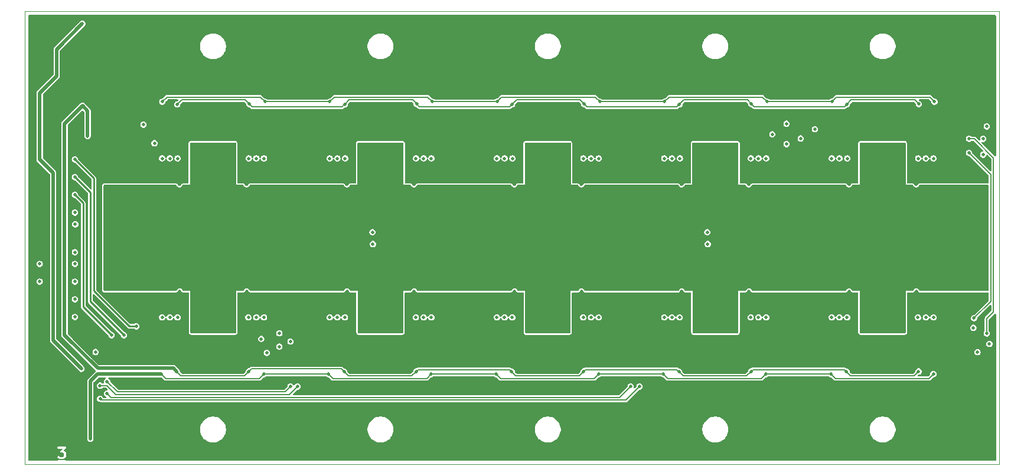
<source format=gbr>
%TF.GenerationSoftware,KiCad,Pcbnew,8.0.6*%
%TF.CreationDate,2024-12-11T18:08:37+01:00*%
%TF.ProjectId,AsicsBoard - 10xBM1370 - 01A,41736963-7342-46f6-9172-64202d203130,rev?*%
%TF.SameCoordinates,Original*%
%TF.FileFunction,Copper,L3,Inr*%
%TF.FilePolarity,Positive*%
%FSLAX46Y46*%
G04 Gerber Fmt 4.6, Leading zero omitted, Abs format (unit mm)*
G04 Created by KiCad (PCBNEW 8.0.6) date 2024-12-11 18:08:37*
%MOMM*%
%LPD*%
G01*
G04 APERTURE LIST*
%ADD10C,0.300000*%
%TA.AperFunction,ComponentPad*%
%ADD11C,0.800000*%
%TD*%
%TA.AperFunction,ComponentPad*%
%ADD12C,6.400000*%
%TD*%
%TA.AperFunction,ViaPad*%
%ADD13C,0.500000*%
%TD*%
%TA.AperFunction,ViaPad*%
%ADD14C,0.800000*%
%TD*%
%TA.AperFunction,Conductor*%
%ADD15C,0.500000*%
%TD*%
%TA.AperFunction,Conductor*%
%ADD16C,0.200000*%
%TD*%
%TA.AperFunction,Conductor*%
%ADD17C,0.250000*%
%TD*%
%TA.AperFunction,Profile*%
%ADD18C,0.100000*%
%TD*%
G04 APERTURE END LIST*
D10*
G36*
X71080575Y-119417495D02*
G01*
X69521551Y-119417495D01*
X69521551Y-117571564D01*
X69688218Y-117571564D01*
X69688218Y-117630092D01*
X69710616Y-117684164D01*
X69752000Y-117725548D01*
X69806072Y-117747946D01*
X69835336Y-117750828D01*
X70433343Y-117750828D01*
X70151021Y-118073481D01*
X70141977Y-118086131D01*
X70139188Y-118088921D01*
X70138091Y-118091566D01*
X70133920Y-118097403D01*
X70126113Y-118120484D01*
X70116790Y-118142993D01*
X70116790Y-118148052D01*
X70115169Y-118152845D01*
X70116790Y-118177154D01*
X70116790Y-118201521D01*
X70118726Y-118206196D01*
X70119063Y-118211241D01*
X70129861Y-118233076D01*
X70139188Y-118255593D01*
X70142764Y-118259169D01*
X70145007Y-118263704D01*
X70163342Y-118279747D01*
X70180572Y-118296977D01*
X70185246Y-118298913D01*
X70189054Y-118302245D01*
X70212135Y-118310051D01*
X70234644Y-118319375D01*
X70241781Y-118320077D01*
X70244496Y-118320996D01*
X70248435Y-118320733D01*
X70263908Y-118322257D01*
X70442784Y-118322257D01*
X70532197Y-118366963D01*
X70569200Y-118403967D01*
X70613908Y-118493381D01*
X70613908Y-118779703D01*
X70569200Y-118869117D01*
X70532197Y-118906121D01*
X70442784Y-118950828D01*
X70085032Y-118950828D01*
X69995618Y-118906121D01*
X69941402Y-118851905D01*
X69918671Y-118833250D01*
X69864599Y-118810853D01*
X69806073Y-118810853D01*
X69752001Y-118833250D01*
X69710615Y-118874636D01*
X69688218Y-118928708D01*
X69688218Y-118987234D01*
X69710615Y-119041306D01*
X69729270Y-119064037D01*
X69800699Y-119135466D01*
X69812203Y-119144907D01*
X69814798Y-119147899D01*
X69819307Y-119150737D01*
X69823430Y-119154121D01*
X69827091Y-119155637D01*
X69839683Y-119163564D01*
X69982541Y-119234992D01*
X70010004Y-119245502D01*
X70015379Y-119245883D01*
X70020358Y-119247946D01*
X70049622Y-119250828D01*
X70478193Y-119250828D01*
X70507457Y-119247946D01*
X70512435Y-119245883D01*
X70517811Y-119245502D01*
X70545274Y-119234992D01*
X70688133Y-119163564D01*
X70700727Y-119155635D01*
X70704387Y-119154120D01*
X70708507Y-119150738D01*
X70713018Y-119147899D01*
X70715612Y-119144907D01*
X70727118Y-119135465D01*
X70798546Y-119064036D01*
X70807984Y-119052535D01*
X70810978Y-119049939D01*
X70813818Y-119045426D01*
X70817200Y-119041306D01*
X70818715Y-119037646D01*
X70826643Y-119025053D01*
X70898072Y-118882197D01*
X70908581Y-118854733D01*
X70908962Y-118849358D01*
X70911026Y-118844378D01*
X70913908Y-118815114D01*
X70913908Y-118457971D01*
X70911026Y-118428707D01*
X70908962Y-118423726D01*
X70908581Y-118418352D01*
X70898072Y-118390888D01*
X70826643Y-118248032D01*
X70818715Y-118235438D01*
X70817200Y-118231779D01*
X70813818Y-118227658D01*
X70810978Y-118223146D01*
X70807984Y-118220549D01*
X70798546Y-118209049D01*
X70727118Y-118137620D01*
X70715612Y-118128177D01*
X70713018Y-118125186D01*
X70708507Y-118122346D01*
X70704387Y-118118965D01*
X70700727Y-118117449D01*
X70688133Y-118109521D01*
X70569860Y-118050386D01*
X70876794Y-117699604D01*
X70885837Y-117686954D01*
X70888628Y-117684164D01*
X70889723Y-117681519D01*
X70893896Y-117675683D01*
X70901701Y-117652603D01*
X70911026Y-117630092D01*
X70911026Y-117625030D01*
X70912646Y-117620240D01*
X70911026Y-117595939D01*
X70911026Y-117571564D01*
X70909089Y-117566888D01*
X70908753Y-117561844D01*
X70897954Y-117540008D01*
X70888628Y-117517492D01*
X70885051Y-117513915D01*
X70882809Y-117509381D01*
X70864473Y-117493337D01*
X70847244Y-117476108D01*
X70842569Y-117474171D01*
X70838762Y-117470840D01*
X70815686Y-117463036D01*
X70793172Y-117453710D01*
X70786030Y-117453006D01*
X70783320Y-117452090D01*
X70779385Y-117452352D01*
X70763908Y-117450828D01*
X69835336Y-117450828D01*
X69806072Y-117453710D01*
X69752000Y-117476108D01*
X69710616Y-117517492D01*
X69688218Y-117571564D01*
X69521551Y-117571564D01*
X69521551Y-117284161D01*
X71080575Y-117284161D01*
X71080575Y-119417495D01*
G37*
D11*
%TO.N,VPWR_ASIC*%
%TO.C,H33*%
X202600000Y-91000000D03*
X201900000Y-92900000D03*
X201900000Y-89100000D03*
X200000000Y-93600000D03*
D12*
X200000000Y-91000000D03*
D11*
X200000000Y-88400000D03*
X198100000Y-92900000D03*
X198100000Y-89100000D03*
X197400000Y-91000000D03*
%TD*%
%TO.N,VPWR_ASIC*%
%TO.C,H11*%
X82600000Y-84000000D03*
X81900000Y-85900000D03*
X81900000Y-82100000D03*
X80000000Y-86600000D03*
D12*
X80000000Y-84000000D03*
D11*
X80000000Y-81400000D03*
X78100000Y-85900000D03*
X78100000Y-82100000D03*
X77400000Y-84000000D03*
%TD*%
%TO.N,VPWR_ASIC*%
%TO.C,H27*%
X178600000Y-84000000D03*
X177900000Y-85900000D03*
X177900000Y-82100000D03*
X176000000Y-86600000D03*
D12*
X176000000Y-84000000D03*
D11*
X176000000Y-81400000D03*
X174100000Y-85900000D03*
X174100000Y-82100000D03*
X173400000Y-84000000D03*
%TD*%
%TO.N,GND*%
%TO.C,H14*%
X82600000Y-115000000D03*
X81900000Y-116900000D03*
X81900000Y-113100000D03*
X80000000Y-117600000D03*
D12*
X80000000Y-115000000D03*
D11*
X80000000Y-112400000D03*
X78100000Y-116900000D03*
X78100000Y-113100000D03*
X77400000Y-115000000D03*
%TD*%
%TO.N,GND*%
%TO.C,H34*%
X202600000Y-115000000D03*
X201900000Y-116900000D03*
X201900000Y-113100000D03*
X200000000Y-117600000D03*
D12*
X200000000Y-115000000D03*
D11*
X200000000Y-112400000D03*
X198100000Y-116900000D03*
X198100000Y-113100000D03*
X197400000Y-115000000D03*
%TD*%
%TO.N,VPWR_ASIC*%
%TO.C,H21*%
X130600000Y-91000000D03*
X129900000Y-92900000D03*
X129900000Y-89100000D03*
X128000000Y-93600000D03*
D12*
X128000000Y-91000000D03*
D11*
X128000000Y-88400000D03*
X126100000Y-92900000D03*
X126100000Y-89100000D03*
X125400000Y-91000000D03*
%TD*%
%TO.N,GND*%
%TO.C,H20*%
X130600000Y-60000000D03*
X129900000Y-61900000D03*
X129900000Y-58100000D03*
X128000000Y-62600000D03*
D12*
X128000000Y-60000000D03*
D11*
X128000000Y-57400000D03*
X126100000Y-61900000D03*
X126100000Y-58100000D03*
X125400000Y-60000000D03*
%TD*%
%TO.N,VPWR_ASIC*%
%TO.C,H19*%
X130600000Y-84000000D03*
X129900000Y-85900000D03*
X129900000Y-82100000D03*
X128000000Y-86600000D03*
D12*
X128000000Y-84000000D03*
D11*
X128000000Y-81400000D03*
X126100000Y-85900000D03*
X126100000Y-82100000D03*
X125400000Y-84000000D03*
%TD*%
%TO.N,GND*%
%TO.C,H32*%
X202600000Y-60000000D03*
X201900000Y-61900000D03*
X201900000Y-58100000D03*
X200000000Y-62600000D03*
D12*
X200000000Y-60000000D03*
D11*
X200000000Y-57400000D03*
X198100000Y-61900000D03*
X198100000Y-58100000D03*
X197400000Y-60000000D03*
%TD*%
%TO.N,VPWR_ASIC*%
%TO.C,H13*%
X82600000Y-91000000D03*
X81900000Y-92900000D03*
X81900000Y-89100000D03*
X80000000Y-93600000D03*
D12*
X80000000Y-91000000D03*
D11*
X80000000Y-88400000D03*
X78100000Y-92900000D03*
X78100000Y-89100000D03*
X77400000Y-91000000D03*
%TD*%
%TO.N,VPWR_ASIC*%
%TO.C,H31*%
X202600000Y-84000000D03*
X201900000Y-85900000D03*
X201900000Y-82100000D03*
X200000000Y-86600000D03*
D12*
X200000000Y-84000000D03*
D11*
X200000000Y-81400000D03*
X198100000Y-85900000D03*
X198100000Y-82100000D03*
X197400000Y-84000000D03*
%TD*%
%TO.N,GND*%
%TO.C,H30*%
X178600000Y-115000000D03*
X177900000Y-116900000D03*
X177900000Y-113100000D03*
X176000000Y-117600000D03*
D12*
X176000000Y-115000000D03*
D11*
X176000000Y-112400000D03*
X174100000Y-116900000D03*
X174100000Y-113100000D03*
X173400000Y-115000000D03*
%TD*%
%TO.N,VPWR_ASIC*%
%TO.C,H23*%
X154600000Y-84000000D03*
X153900000Y-85900000D03*
X153900000Y-82100000D03*
X152000000Y-86600000D03*
D12*
X152000000Y-84000000D03*
D11*
X152000000Y-81400000D03*
X150100000Y-85900000D03*
X150100000Y-82100000D03*
X149400000Y-84000000D03*
%TD*%
%TO.N,VPWR_ASIC*%
%TO.C,H17*%
X106600000Y-91000000D03*
X105900000Y-92900000D03*
X105900000Y-89100000D03*
X104000000Y-93600000D03*
D12*
X104000000Y-91000000D03*
D11*
X104000000Y-88400000D03*
X102100000Y-92900000D03*
X102100000Y-89100000D03*
X101400000Y-91000000D03*
%TD*%
%TO.N,VPWR_ASIC*%
%TO.C,H25*%
X154600000Y-91000000D03*
X153900000Y-92900000D03*
X153900000Y-89100000D03*
X152000000Y-93600000D03*
D12*
X152000000Y-91000000D03*
D11*
X152000000Y-88400000D03*
X150100000Y-92900000D03*
X150100000Y-89100000D03*
X149400000Y-91000000D03*
%TD*%
%TO.N,GND*%
%TO.C,H22*%
X130600000Y-115000000D03*
X129900000Y-116900000D03*
X129900000Y-113100000D03*
X128000000Y-117600000D03*
D12*
X128000000Y-115000000D03*
D11*
X128000000Y-112400000D03*
X126100000Y-116900000D03*
X126100000Y-113100000D03*
X125400000Y-115000000D03*
%TD*%
%TO.N,VPWR_ASIC*%
%TO.C,H15*%
X106600000Y-84000000D03*
X105900000Y-85900000D03*
X105900000Y-82100000D03*
X104000000Y-86600000D03*
D12*
X104000000Y-84000000D03*
D11*
X104000000Y-81400000D03*
X102100000Y-85900000D03*
X102100000Y-82100000D03*
X101400000Y-84000000D03*
%TD*%
%TO.N,GND*%
%TO.C,H12*%
X82600000Y-60000000D03*
X81900000Y-61900000D03*
X81900000Y-58100000D03*
X80000000Y-62600000D03*
D12*
X80000000Y-60000000D03*
D11*
X80000000Y-57400000D03*
X78100000Y-61900000D03*
X78100000Y-58100000D03*
X77400000Y-60000000D03*
%TD*%
%TO.N,VPWR_ASIC*%
%TO.C,H29*%
X178600000Y-91000000D03*
X177900000Y-92900000D03*
X177900000Y-89100000D03*
X176000000Y-93600000D03*
D12*
X176000000Y-91000000D03*
D11*
X176000000Y-88400000D03*
X174100000Y-92900000D03*
X174100000Y-89100000D03*
X173400000Y-91000000D03*
%TD*%
%TO.N,GND*%
%TO.C,H24*%
X154600000Y-60000000D03*
X153900000Y-61900000D03*
X153900000Y-58100000D03*
X152000000Y-62600000D03*
D12*
X152000000Y-60000000D03*
D11*
X152000000Y-57400000D03*
X150100000Y-61900000D03*
X150100000Y-58100000D03*
X149400000Y-60000000D03*
%TD*%
%TO.N,GND*%
%TO.C,H18*%
X106600000Y-115000000D03*
X105900000Y-116900000D03*
X105900000Y-113100000D03*
X104000000Y-117600000D03*
D12*
X104000000Y-115000000D03*
D11*
X104000000Y-112400000D03*
X102100000Y-116900000D03*
X102100000Y-113100000D03*
X101400000Y-115000000D03*
%TD*%
%TO.N,GND*%
%TO.C,H26*%
X154600000Y-115000000D03*
X153900000Y-116900000D03*
X153900000Y-113100000D03*
X152000000Y-117600000D03*
D12*
X152000000Y-115000000D03*
D11*
X152000000Y-112400000D03*
X150100000Y-116900000D03*
X150100000Y-113100000D03*
X149400000Y-115000000D03*
%TD*%
%TO.N,GND*%
%TO.C,H28*%
X178600000Y-60000000D03*
X177900000Y-61900000D03*
X177900000Y-58100000D03*
X176000000Y-62600000D03*
D12*
X176000000Y-60000000D03*
D11*
X176000000Y-57400000D03*
X174100000Y-61900000D03*
X174100000Y-58100000D03*
X173400000Y-60000000D03*
%TD*%
%TO.N,GND*%
%TO.C,H16*%
X106600000Y-60000000D03*
X105900000Y-61900000D03*
X105900000Y-58100000D03*
X104000000Y-62600000D03*
D12*
X104000000Y-60000000D03*
D11*
X104000000Y-57400000D03*
X102100000Y-61900000D03*
X102100000Y-58100000D03*
X101400000Y-60000000D03*
%TD*%
D13*
%TO.N,+5V_STDBY*%
X73128000Y-106284000D03*
X67145000Y-76185000D03*
X73255000Y-56754000D03*
D14*
%TO.N,GND*%
X186000000Y-106500000D03*
D13*
X192800000Y-79800000D03*
D14*
X114000000Y-71500000D03*
X94000000Y-103500000D03*
D13*
X99320000Y-108000000D03*
X67032000Y-64882000D03*
X108680000Y-104500000D03*
D14*
X138000000Y-108508000D03*
D13*
X194553006Y-69732000D03*
D14*
X142000000Y-70000000D03*
D13*
X134596000Y-66160000D03*
X135200000Y-95200000D03*
X96820000Y-96200000D03*
X147320000Y-108000000D03*
D14*
X166000000Y-66500000D03*
X138000000Y-73000000D03*
D13*
X120820000Y-96200000D03*
X193524000Y-108816000D03*
D14*
X162000000Y-106500000D03*
D13*
X67032000Y-60310000D03*
D14*
X186000000Y-70000000D03*
D13*
X132700000Y-96380000D03*
D14*
X118000000Y-66500000D03*
D13*
X159180000Y-79800000D03*
D14*
X162000000Y-108508000D03*
X94000000Y-73000000D03*
D13*
X110900000Y-69700000D03*
D14*
X116000000Y-66500000D03*
D13*
X180680000Y-67000000D03*
X111180000Y-78800000D03*
X111180000Y-79800000D03*
D14*
X94000000Y-70000000D03*
X114000000Y-103500000D03*
D13*
X180680000Y-104500000D03*
D14*
X162000000Y-66500000D03*
D13*
X144820000Y-96200000D03*
D14*
X92000000Y-66500000D03*
X90000000Y-102000000D03*
D13*
X171320000Y-108000000D03*
D14*
X162000000Y-105000000D03*
X186000000Y-102000000D03*
D13*
X98200000Y-100830000D03*
X168800000Y-79800000D03*
X109800000Y-74170000D03*
X192820000Y-96200000D03*
X192820000Y-95200000D03*
X86500000Y-108734000D03*
X182900000Y-69700000D03*
D14*
X92000000Y-108500000D03*
D13*
X123300000Y-96380000D03*
X66943500Y-114704500D03*
X169100000Y-105300000D03*
X123320000Y-67000000D03*
X97512000Y-108816000D03*
D14*
X90000000Y-71500000D03*
D13*
X147300000Y-96380000D03*
D14*
X142000000Y-73000000D03*
X114000000Y-102000000D03*
X138000000Y-66500000D03*
D13*
X120820000Y-78800000D03*
D14*
X188000000Y-66500000D03*
D13*
X84680000Y-108000000D03*
X110466000Y-108816000D03*
X171320000Y-67000000D03*
D14*
X114000000Y-108500000D03*
X166000000Y-102000000D03*
D13*
X97512000Y-66160000D03*
D14*
X186000000Y-108508000D03*
X190000000Y-73000000D03*
D13*
X133800000Y-100830000D03*
X156700000Y-78620000D03*
X84700000Y-96380000D03*
X159200000Y-95200000D03*
D14*
X94000000Y-102000000D03*
D13*
X192820000Y-78800000D03*
D14*
X166000000Y-108508000D03*
D13*
X181800000Y-74170000D03*
X158900000Y-69700000D03*
X157800000Y-100830000D03*
D14*
X138000000Y-106500000D03*
D13*
X121100000Y-105300000D03*
D14*
X118000000Y-102000000D03*
D13*
X133800000Y-74170000D03*
D14*
X142000000Y-66500000D03*
X186000000Y-71500000D03*
X186000000Y-105000000D03*
D13*
X182602000Y-66160000D03*
X159180000Y-96200000D03*
X111200000Y-95200000D03*
X145518000Y-108816000D03*
D14*
X118000000Y-73000000D03*
X94000000Y-66500000D03*
D13*
X183200000Y-95200000D03*
X195320000Y-67000000D03*
D14*
X189996441Y-66468000D03*
D13*
X85446994Y-105268000D03*
X109446994Y-105268000D03*
X123300000Y-78620000D03*
D14*
X90000000Y-103500000D03*
D13*
X135180000Y-78800000D03*
X98200000Y-74170000D03*
X99300000Y-78620000D03*
X171300000Y-96380000D03*
D14*
X114000000Y-66500000D03*
D13*
X87180000Y-79800000D03*
D14*
X138000000Y-103500000D03*
X186000000Y-66500000D03*
X94000000Y-108500000D03*
D13*
X67145000Y-83852000D03*
D14*
X190000000Y-105000000D03*
D13*
X182602000Y-108816000D03*
X168820000Y-95200000D03*
D14*
X138000000Y-71500000D03*
D13*
X71096000Y-106284000D03*
D14*
X162000000Y-102000000D03*
D13*
X147300000Y-78620000D03*
X87180000Y-78800000D03*
X146553006Y-69732000D03*
X122553006Y-69732000D03*
X99300000Y-96380000D03*
D14*
X90000000Y-73000000D03*
X94000000Y-105000000D03*
X190000000Y-106500000D03*
D13*
X108680000Y-108000000D03*
X157800000Y-74170000D03*
D14*
X114000000Y-73000000D03*
D13*
X146200000Y-100830000D03*
X84700000Y-78620000D03*
D14*
X166000000Y-106500000D03*
X90000000Y-105000000D03*
X138000000Y-105000000D03*
D13*
X147320000Y-70500000D03*
X195320000Y-108000000D03*
X132680000Y-104500000D03*
X194200000Y-74170000D03*
X108700000Y-96380000D03*
D14*
X140000000Y-66500000D03*
D13*
X96820000Y-95200000D03*
D14*
X118000000Y-108500000D03*
D13*
X133446994Y-105268000D03*
X70080000Y-58024000D03*
X170200000Y-74170000D03*
D14*
X186000000Y-68500000D03*
X90000000Y-68500000D03*
D13*
X132680000Y-108000000D03*
X71700000Y-116500000D03*
D14*
X164000000Y-66500000D03*
X162000000Y-73000000D03*
D13*
X156680000Y-108000000D03*
X87180000Y-96200000D03*
X145100000Y-105300000D03*
D14*
X138000000Y-70000000D03*
D13*
X120820000Y-95200000D03*
D14*
X162000000Y-103500000D03*
D13*
X193524000Y-66160000D03*
D14*
X164000000Y-108508000D03*
X166000000Y-103500000D03*
X142000000Y-71500000D03*
D13*
X111180000Y-96200000D03*
X86590000Y-66160000D03*
X144820000Y-78800000D03*
X135180000Y-96200000D03*
D14*
X142000000Y-108508000D03*
X118000000Y-106500000D03*
X162000000Y-68500000D03*
X138000000Y-68500000D03*
X114000000Y-70000000D03*
X162000000Y-70000000D03*
D13*
X158472000Y-108816000D03*
D14*
X190000000Y-108508000D03*
D13*
X84680000Y-67000000D03*
X169394000Y-108816000D03*
X123320000Y-108000000D03*
X180680000Y-108000000D03*
X121388000Y-66160000D03*
X168820000Y-96200000D03*
D14*
X162000000Y-71500000D03*
D13*
X122200000Y-74170000D03*
X171320000Y-70500000D03*
X183180000Y-96200000D03*
X97100000Y-105300000D03*
X68810000Y-104379000D03*
X156680000Y-67000000D03*
X71527000Y-112380000D03*
X108680000Y-67000000D03*
X181446994Y-105268000D03*
X193100000Y-105300000D03*
D14*
X166000000Y-105000000D03*
D13*
X159180000Y-78800000D03*
X134596000Y-108816000D03*
D14*
X190000000Y-68500000D03*
D13*
X123320000Y-70500000D03*
D14*
X114000000Y-106500000D03*
D13*
X110466000Y-66160000D03*
X146200000Y-74170000D03*
D14*
X118000000Y-105000000D03*
D13*
X132680000Y-67000000D03*
D14*
X166000000Y-68500000D03*
D13*
X99320000Y-67000000D03*
X180700000Y-78620000D03*
X121388000Y-108816000D03*
X108700000Y-78620000D03*
X135180000Y-79800000D03*
X109800000Y-100830000D03*
X96820000Y-78800000D03*
D14*
X190000000Y-71500000D03*
X190000000Y-103500000D03*
X118000000Y-70000000D03*
D13*
X145518000Y-66160000D03*
X168820000Y-78800000D03*
X195300000Y-78620000D03*
X87200000Y-95200000D03*
X99320000Y-70500000D03*
X171300000Y-78620000D03*
X96800000Y-79800000D03*
D14*
X166000000Y-71500000D03*
X188000000Y-108508000D03*
D13*
X157446994Y-105268000D03*
X71477000Y-62596000D03*
D14*
X114000000Y-105000000D03*
D13*
X85800000Y-74170000D03*
D14*
X90000000Y-66500000D03*
X142000000Y-105000000D03*
D13*
X144800000Y-79800000D03*
D14*
X90000000Y-106500000D03*
X94000000Y-68500000D03*
D13*
X120800000Y-79800000D03*
X98553006Y-69732000D03*
D14*
X94000000Y-71500000D03*
D13*
X144820000Y-95200000D03*
X183180000Y-79800000D03*
X66943500Y-110132500D03*
X85800000Y-100830000D03*
X132700000Y-78620000D03*
X195320000Y-70500000D03*
D14*
X142000000Y-102000000D03*
D13*
X84680000Y-104500000D03*
D14*
X118000000Y-68500000D03*
D13*
X170553006Y-69732000D03*
X183180000Y-78800000D03*
X195300000Y-96380000D03*
D14*
X190000000Y-70000000D03*
D13*
X169394000Y-66160000D03*
D14*
X166000000Y-70000000D03*
X90000000Y-70000000D03*
X138000000Y-102000000D03*
D13*
X156700000Y-96380000D03*
D14*
X140000000Y-108508000D03*
D13*
X147320000Y-67000000D03*
D14*
X142000000Y-68500000D03*
X118000000Y-71500000D03*
D13*
X194200000Y-100830000D03*
X75600000Y-88500000D03*
X158472000Y-66160000D03*
D14*
X94000000Y-106500000D03*
D13*
X170200000Y-100830000D03*
D14*
X186000000Y-103500000D03*
D13*
X156680000Y-104500000D03*
X134900000Y-69700000D03*
D14*
X114000000Y-68500000D03*
D13*
X86900000Y-69700000D03*
D14*
X118000000Y-103500000D03*
X142000000Y-103500000D03*
D13*
X181800000Y-100830000D03*
X180700000Y-96380000D03*
X122200000Y-100830000D03*
X71118000Y-67100000D03*
D14*
X186000000Y-73000000D03*
X142000000Y-106500000D03*
D13*
X73166500Y-101204000D03*
D14*
X90000000Y-108500000D03*
X190000000Y-102000000D03*
X116000000Y-108500000D03*
X166000000Y-73000000D03*
D13*
%TO.N,+0.8V*%
X108718000Y-67954000D03*
X123434000Y-67954000D03*
X108566000Y-107046000D03*
X99434000Y-67954000D03*
X132718000Y-67954000D03*
X180718000Y-67954000D03*
X195282000Y-107046000D03*
X84718000Y-67954000D03*
X171282000Y-107046000D03*
X84566000Y-107046000D03*
X123282000Y-107046000D03*
X99282000Y-107046000D03*
X180566000Y-107046000D03*
X147282000Y-107046000D03*
X156566000Y-107046000D03*
X195434000Y-67954000D03*
X156718000Y-67954000D03*
X74398000Y-116317000D03*
X171434000Y-67954000D03*
X147434000Y-67954000D03*
X132566000Y-107046000D03*
%TO.N,+1.2V*%
X193140000Y-106660000D03*
X86810000Y-106710000D03*
X70715000Y-83900000D03*
X182810000Y-106710000D03*
X72195000Y-83852000D03*
X86860000Y-68340000D03*
X97140000Y-106660000D03*
X145190000Y-68290000D03*
X97190000Y-68290000D03*
X169140000Y-106660000D03*
X74017000Y-72883000D03*
X158860000Y-68340000D03*
X70715000Y-100442000D03*
X110860000Y-68340000D03*
X121190000Y-68290000D03*
X182860000Y-68340000D03*
X145140000Y-106660000D03*
X193190000Y-68290000D03*
X73276500Y-68543500D03*
X134810000Y-106710000D03*
X121140000Y-106660000D03*
X169190000Y-68290000D03*
X158810000Y-106710000D03*
X110810000Y-106710000D03*
X134860000Y-68340000D03*
D14*
%TO.N,VPWR_ASIC*%
X116000000Y-78600000D03*
X90000000Y-74600000D03*
X162000000Y-100400000D03*
X118000000Y-94400000D03*
X140000000Y-76600000D03*
X142000000Y-78600000D03*
X118000000Y-76600000D03*
X166000000Y-100400000D03*
X190000000Y-100400000D03*
X186000000Y-76600000D03*
X162000000Y-76600000D03*
X118000000Y-96400000D03*
X92000000Y-78600000D03*
X164000000Y-76600000D03*
X116000000Y-76600000D03*
X186000000Y-80600000D03*
X92000000Y-80600000D03*
X116000000Y-98400000D03*
X140000000Y-96400000D03*
X162000000Y-80600000D03*
X114000000Y-100400000D03*
X142000000Y-96400000D03*
X186000000Y-96400000D03*
X186000000Y-94400000D03*
X138000000Y-94400000D03*
X188000000Y-96400000D03*
X190000000Y-96400000D03*
X140000000Y-78600000D03*
X142000000Y-100400000D03*
X190000000Y-74600000D03*
X116000000Y-94400000D03*
X142000000Y-94400000D03*
X164000000Y-80600000D03*
X162000000Y-98400000D03*
X90000000Y-98400000D03*
X116000000Y-96400000D03*
X186000000Y-78600000D03*
X90000000Y-78600000D03*
X162000000Y-96400000D03*
X94000000Y-100400000D03*
X138000000Y-76600000D03*
X188000000Y-98400000D03*
X190000000Y-94400000D03*
X94000000Y-78600000D03*
X90000000Y-76600000D03*
X140000000Y-98400000D03*
X94000000Y-98400000D03*
X142000000Y-80600000D03*
X94000000Y-74600000D03*
X166000000Y-74600000D03*
X166000000Y-76600000D03*
X90000000Y-94400000D03*
X118000000Y-80600000D03*
X186000000Y-74600000D03*
X138000000Y-78600000D03*
X140000000Y-80600000D03*
X114000000Y-94400000D03*
X142000000Y-76600000D03*
X190000000Y-80600000D03*
X118000000Y-100400000D03*
X164000000Y-96400000D03*
X190000000Y-98400000D03*
X92000000Y-94400000D03*
X116000000Y-80600000D03*
X164000000Y-94400000D03*
X114000000Y-96400000D03*
X94000000Y-94400000D03*
X138000000Y-74600000D03*
X94000000Y-96400000D03*
X162000000Y-74600000D03*
X162000000Y-78600000D03*
X138000000Y-96400000D03*
X138000000Y-80600000D03*
X166000000Y-94400000D03*
X190000000Y-78600000D03*
X186000000Y-98400000D03*
X190000000Y-76600000D03*
X188000000Y-78600000D03*
X118000000Y-74600000D03*
X166000000Y-98400000D03*
X166000000Y-80600000D03*
X92000000Y-76600000D03*
X94000000Y-76600000D03*
X90000000Y-96400000D03*
X140000000Y-94400000D03*
X188000000Y-76600000D03*
X138000000Y-100400000D03*
X92000000Y-98400000D03*
X90000000Y-80600000D03*
X114000000Y-76600000D03*
X166000000Y-78600000D03*
X186000000Y-100400000D03*
X114000000Y-80600000D03*
X166000000Y-96400000D03*
X164000000Y-78600000D03*
X188000000Y-80600000D03*
X118000000Y-78600000D03*
X92000000Y-96400000D03*
X114000000Y-98400000D03*
X114000000Y-74600000D03*
X162000000Y-94400000D03*
X138000000Y-98400000D03*
X94000000Y-80600000D03*
X114000000Y-78600000D03*
X142000000Y-98400000D03*
X142000000Y-74600000D03*
X90000000Y-100400000D03*
X188000000Y-94400000D03*
X118000000Y-98400000D03*
X164000000Y-98400000D03*
D13*
%TO.N,/VSP*%
X67145000Y-91232000D03*
X72239000Y-85555000D03*
%TO.N,/VSN*%
X67145000Y-93772000D03*
X72200000Y-89548000D03*
%TO.N,/CTN1_RTN*%
X103100000Y-108824000D03*
X114860000Y-86675000D03*
X72195000Y-98852000D03*
X76811000Y-108117591D03*
%TO.N,/CTN1*%
X72195000Y-96312000D03*
X114914000Y-88377000D03*
X104116000Y-108824000D03*
X75795000Y-108697000D03*
%TO.N,/CTN2*%
X162920000Y-88377000D03*
X75804668Y-110592332D03*
X153138000Y-108824000D03*
X72195000Y-91232000D03*
%TO.N,/CTN2_RTN*%
X162866000Y-86675000D03*
X72195000Y-93772000D03*
X151868000Y-108824000D03*
X76811000Y-109840000D03*
%TO.N,/RSTIn*%
X81002000Y-100188000D03*
X72195000Y-76232000D03*
%TO.N,/CLKI*%
X75160000Y-103871000D03*
%TO.N,/CI*%
X72195000Y-78772000D03*
X79224000Y-101458000D03*
%TO.N,/RO*%
X72195000Y-81312000D03*
X77446000Y-101458000D03*
%TO.N,/ASICs/ASICs_BM1370_1/BM1370-1/VDD1_0*%
X108700000Y-98910000D03*
%TO.N,/ASICs/ASICs_BM1370_1/BM1370-1/VDD2_0*%
X109800000Y-98910000D03*
%TO.N,/ASICs/ASICs_BM1370_1/BM1370-1/VDD3_0*%
X110900000Y-98910000D03*
%TO.N,/ASICs/ASICs_BM1370_1/BM1370-1/VDD3_1*%
X121067216Y-98910000D03*
%TO.N,/ASICs/ASICs_BM1370_1/BM1370-1/VDD2_1*%
X122200000Y-98910000D03*
%TO.N,/ASICs/ASICs_BM1370_1/BM1370-1/VDD1_1*%
X123300000Y-98910000D03*
%TO.N,/ASICs/ASICs_BM1370_1/BM1370-0/VDD1_0*%
X84700000Y-98910000D03*
%TO.N,/ASICs/ASICs_BM1370_1/BM1370-0/VDD2_0*%
X85800000Y-98910000D03*
%TO.N,/ASICs/ASICs_BM1370_1/BM1370-0/VDD3_0*%
X86900000Y-98910000D03*
%TO.N,/ASICs/ASICs_BM1370_1/BM1370-0/VDD3_1*%
X97067216Y-98910000D03*
%TO.N,/ASICs/ASICs_BM1370_1/BM1370-0/VDD2_1*%
X98200000Y-98910000D03*
%TO.N,/ASICs/ASICs_BM1370_1/BM1370-0/VDD1_1*%
X99300000Y-98910000D03*
%TO.N,/ASICs/ASICs_BM1370_2/BM1370-1/VDD1_0*%
X171300000Y-76090000D03*
%TO.N,/ASICs/ASICs_BM1370_2/BM1370-1/VDD2_0*%
X170200000Y-76090000D03*
%TO.N,/ASICs/ASICs_BM1370_2/BM1370-1/VDD3_0*%
X169100000Y-76090000D03*
%TO.N,/ASICs/ASICs_BM1370_2/BM1370-1/VDD3_1*%
X158932784Y-76090000D03*
%TO.N,/ASICs/ASICs_BM1370_2/BM1370-1/VDD2_1*%
X157800000Y-76090000D03*
%TO.N,/ASICs/ASICs_BM1370_2/BM1370-1/VDD1_1*%
X156700000Y-76090000D03*
%TO.N,/ASICs/ASICs_BM1370_1/BM1370-2/VDD1_0*%
X132700000Y-98910000D03*
%TO.N,/ASICs/ASICs_BM1370_1/BM1370-2/VDD2_0*%
X133800000Y-98910000D03*
%TO.N,/ASICs/ASICs_BM1370_1/BM1370-2/VDD3_0*%
X134900000Y-98910000D03*
%TO.N,/ASICs/ASICs_BM1370_1/BM1370-2/VDD3_1*%
X145067216Y-98910000D03*
%TO.N,/ASICs/ASICs_BM1370_1/BM1370-2/VDD2_1*%
X146200000Y-98910000D03*
%TO.N,/ASICs/ASICs_BM1370_1/BM1370-2/VDD1_1*%
X147300000Y-98910000D03*
%TO.N,/ASICs/ASICs_BM1370_2/BM1370-2/VDD1_0*%
X147300000Y-76090000D03*
%TO.N,/ASICs/ASICs_BM1370_2/BM1370-2/VDD2_0*%
X146200000Y-76090000D03*
%TO.N,/ASICs/ASICs_BM1370_2/BM1370-2/VDD3_0*%
X145100000Y-76090000D03*
%TO.N,/ASICs/ASICs_BM1370_2/BM1370-2/VDD3_1*%
X134932784Y-76090000D03*
%TO.N,/ASICs/ASICs_BM1370_2/BM1370-2/VDD2_1*%
X133800000Y-76090000D03*
%TO.N,/ASICs/ASICs_BM1370_2/BM1370-2/VDD1_1*%
X132700000Y-76090000D03*
%TO.N,/ASICs/ASICs_BM1370_1/BM1370-3/VDD1_0*%
X156700000Y-98910000D03*
%TO.N,/ASICs/ASICs_BM1370_1/BM1370-3/VDD2_0*%
X157800000Y-98910000D03*
%TO.N,/ASICs/ASICs_BM1370_1/BM1370-3/VDD3_0*%
X158900000Y-98910000D03*
%TO.N,/ASICs/ASICs_BM1370_1/BM1370-3/VDD3_1*%
X169067216Y-98910000D03*
%TO.N,/ASICs/ASICs_BM1370_1/BM1370-3/VDD2_1*%
X170200000Y-98910000D03*
%TO.N,/ASICs/ASICs_BM1370_1/BM1370-3/VDD1_1*%
X171300000Y-98910000D03*
%TO.N,/ASICs/ASICs_BM1370_2/BM1370-0/VDD1_0*%
X195300000Y-76090000D03*
%TO.N,/ASICs/ASICs_BM1370_2/BM1370-0/VDD2_0*%
X194200000Y-76090000D03*
%TO.N,/ASICs/ASICs_BM1370_2/BM1370-0/VDD3_0*%
X193100000Y-76090000D03*
%TO.N,/ASICs/ASICs_BM1370_2/BM1370-0/VDD3_1*%
X182932784Y-76090000D03*
%TO.N,/ASICs/ASICs_BM1370_2/BM1370-0/VDD2_1*%
X181800000Y-76090000D03*
%TO.N,/ASICs/ASICs_BM1370_2/BM1370-0/VDD1_1*%
X180700000Y-76090000D03*
%TO.N,/ASICs/ASICs_BM1370_2/BM1370-3/VDD1_0*%
X123300000Y-76090000D03*
%TO.N,/ASICs/ASICs_BM1370_2/BM1370-3/VDD2_0*%
X122200000Y-76090000D03*
%TO.N,/ASICs/ASICs_BM1370_2/BM1370-3/VDD3_0*%
X121100000Y-76090000D03*
%TO.N,/ASICs/ASICs_BM1370_2/BM1370-3/VDD3_1*%
X110932784Y-76090000D03*
%TO.N,/ASICs/ASICs_BM1370_2/BM1370-3/VDD2_1*%
X109800000Y-76090000D03*
%TO.N,/ASICs/ASICs_BM1370_2/BM1370-3/VDD1_1*%
X108700000Y-76090000D03*
%TO.N,/ASICs/ASICs_BM1370_1/BM1370-4/VDD1_0*%
X180700000Y-98910000D03*
%TO.N,/ASICs/ASICs_BM1370_1/BM1370-4/VDD2_0*%
X181800000Y-98910000D03*
%TO.N,/ASICs/ASICs_BM1370_1/BM1370-4/VDD3_0*%
X182900000Y-98910000D03*
%TO.N,/ASICs/ASICs_BM1370_1/BM1370-4/VDD3_1*%
X193067216Y-98910000D03*
%TO.N,/ASICs/ASICs_BM1370_1/BM1370-4/VDD2_1*%
X194200000Y-98910000D03*
%TO.N,/ASICs/ASICs_BM1370_1/BM1370-4/VDD1_1*%
X195300000Y-98910000D03*
%TO.N,/ASICs/ASICs_BM1370_2/BM1370-4/VDD1_0*%
X99300000Y-76090000D03*
%TO.N,/ASICs/ASICs_BM1370_2/BM1370-4/VDD2_0*%
X98200000Y-76090000D03*
%TO.N,/ASICs/ASICs_BM1370_2/BM1370-4/VDD3_0*%
X97100000Y-76090000D03*
%TO.N,/ASICs/ASICs_BM1370_2/BM1370-4/VDD3_1*%
X86932784Y-76090000D03*
%TO.N,/ASICs/ASICs_BM1370_2/BM1370-4/VDD2_1*%
X85800000Y-76090000D03*
%TO.N,/ASICs/ASICs_BM1370_2/BM1370-4/VDD1_1*%
X84700000Y-76090000D03*
%TO.N,/ASICs/ASICs_BM1370_1/RI1*%
X103100000Y-102380000D03*
%TO.N,/ASICs/ASICs_BM1370_1/CO1*%
X98900000Y-102000000D03*
%TO.N,/ASICs/ASICs_BM1370_1/CLKO1*%
X101500000Y-103100000D03*
%TO.N,/ASICs/ASICs_BM1370_1/BO1*%
X99700000Y-104000000D03*
%TO.N,/ASICs/ASICs_BM1370_2/RI1*%
X172188000Y-72620000D03*
%TO.N,/ASICs/ASICs_BM1370_2/CO1*%
X176252000Y-73220000D03*
%TO.N,/ASICs/ASICs_BM1370_1/BM1370-4/RI*%
X200382000Y-73264000D03*
X202922000Y-101204000D03*
%TO.N,/ASICs/ASICs_BM1370_2/CLKO1*%
X178284000Y-71900000D03*
%TO.N,/ASICs/ASICs_BM1370_2/BO1*%
X174220000Y-71100000D03*
%TO.N,/ASICs/ASICs_BM1370_1/BM1370-4/CO*%
X202414000Y-75550000D03*
X201000000Y-100400000D03*
%TO.N,/ASICs/ASICs_BM1370_1/BM1370-4/CLKO*%
X202414000Y-73264000D03*
X203300000Y-102700000D03*
%TO.N,/ASICs/ASICs_BM1370_1/BM1370-4/BO*%
X201600000Y-103900000D03*
X202922000Y-71486000D03*
%TO.N,/ASICs/ASICs_BM1370_2/BM1370-4/CLKO*%
X82018000Y-71232000D03*
%TO.N,/ASICs/ASICs_BM1370_1/RSTO1*%
X101500000Y-101200000D03*
%TO.N,/ASICs/ASICs_BM1370_1/BM1370-4/RSTO_n*%
X200382000Y-75296000D03*
X201094027Y-99029027D03*
%TO.N,/ASICs/ASICs_BM1370_2/BM1370-4/RSTO_n*%
X83600000Y-73900000D03*
%TO.N,/ASICs/ASICs_BM1370_2/RSTO1*%
X174220000Y-74026000D03*
%TD*%
D15*
%TO.N,+5V_STDBY*%
X67145000Y-76185000D02*
X67145000Y-66700050D01*
X67145000Y-76232000D02*
X67145000Y-76185000D01*
X67145000Y-66700050D02*
X69572000Y-64273050D01*
X69572000Y-64273050D02*
X69572000Y-60437000D01*
X69064000Y-78151000D02*
X69064000Y-102220000D01*
X67145000Y-76232000D02*
X69064000Y-78151000D01*
X69572000Y-60437000D02*
X73255000Y-56754000D01*
X69064000Y-102220000D02*
X73128000Y-106284000D01*
D16*
%TO.N,+0.8V*%
X98780000Y-67300000D02*
X85372000Y-67300000D01*
X109220000Y-107700000D02*
X122628000Y-107700000D01*
X123434000Y-67954000D02*
X122780000Y-67300000D01*
X181220000Y-107700000D02*
X194628000Y-107700000D01*
D15*
X74398000Y-108062000D02*
X75414000Y-107046000D01*
D16*
X147354000Y-67930000D02*
X156636000Y-67930000D01*
X123412000Y-107046000D02*
X132826000Y-107046000D01*
X181372000Y-67300000D02*
X180718000Y-67954000D01*
X146628000Y-107700000D02*
X147282000Y-107046000D01*
X171357000Y-67930000D02*
X180639000Y-67930000D01*
X157220000Y-107700000D02*
X170628000Y-107700000D01*
X84566000Y-107046000D02*
X85220000Y-107700000D01*
X132566000Y-107046000D02*
X133220000Y-107700000D01*
X133220000Y-107700000D02*
X146628000Y-107700000D01*
X156566000Y-107046000D02*
X157220000Y-107700000D01*
X99282000Y-107046000D02*
X108696000Y-107046000D01*
X180566000Y-107046000D02*
X181220000Y-107700000D01*
X99348000Y-67930000D02*
X108630000Y-67930000D01*
X109372000Y-67300000D02*
X108718000Y-67954000D01*
X99434000Y-67954000D02*
X98780000Y-67300000D01*
D15*
X74398000Y-116317000D02*
X74398000Y-108062000D01*
D16*
X85220000Y-107700000D02*
X98628000Y-107700000D01*
X123351000Y-67930000D02*
X132633000Y-67930000D01*
X146780000Y-67300000D02*
X133372000Y-67300000D01*
X147288000Y-107046000D02*
X156702000Y-107046000D01*
X85372000Y-67300000D02*
X84718000Y-67954000D01*
X122628000Y-107700000D02*
X123282000Y-107046000D01*
X108566000Y-107046000D02*
X109220000Y-107700000D01*
X170780000Y-67300000D02*
X157372000Y-67300000D01*
X194628000Y-107700000D02*
X195282000Y-107046000D01*
D15*
X75414000Y-107046000D02*
X84566000Y-107046000D01*
D16*
X147434000Y-67954000D02*
X146780000Y-67300000D01*
X194780000Y-67300000D02*
X181372000Y-67300000D01*
X133372000Y-67300000D02*
X132718000Y-67954000D01*
X170628000Y-107700000D02*
X171282000Y-107046000D01*
X171418000Y-107046000D02*
X180578000Y-107046000D01*
X98628000Y-107700000D02*
X99282000Y-107046000D01*
X195434000Y-67954000D02*
X194780000Y-67300000D01*
X157372000Y-67300000D02*
X156718000Y-67954000D01*
X122780000Y-67300000D02*
X109372000Y-67300000D01*
X171434000Y-67954000D02*
X170780000Y-67300000D01*
%TO.N,+1.2V*%
X96600000Y-67700000D02*
X87500000Y-67700000D01*
X144600000Y-67700000D02*
X135500000Y-67700000D01*
X182511000Y-106411000D02*
X182810000Y-106710000D01*
X97516000Y-106284000D02*
X110384000Y-106284000D01*
X134860000Y-68340000D02*
X134508000Y-68692000D01*
D15*
X86310000Y-106210000D02*
X86810000Y-106710000D01*
D16*
X158508000Y-68692000D02*
X145592000Y-68692000D01*
X110860000Y-68340000D02*
X110508000Y-68692000D01*
D15*
X70715000Y-71105000D02*
X70715000Y-83900000D01*
D16*
X86810000Y-106710000D02*
X87400000Y-107300000D01*
X183500000Y-67700000D02*
X182860000Y-68340000D01*
X169140000Y-106660000D02*
X169389000Y-106411000D01*
X145140000Y-106660000D02*
X145389000Y-106411000D01*
X87500000Y-67700000D02*
X86860000Y-68340000D01*
X97140000Y-106660000D02*
X97516000Y-106284000D01*
X145190000Y-68290000D02*
X144600000Y-67700000D01*
X193190000Y-68290000D02*
X192600000Y-67700000D01*
X111500000Y-67700000D02*
X110860000Y-68340000D01*
X183400000Y-107300000D02*
X192500000Y-107300000D01*
X135500000Y-67700000D02*
X134860000Y-68340000D01*
X158511000Y-106411000D02*
X158810000Y-106710000D01*
X96500000Y-107300000D02*
X97140000Y-106660000D01*
X169592000Y-68692000D02*
X169190000Y-68290000D01*
X168600000Y-67700000D02*
X159500000Y-67700000D01*
X145592000Y-68692000D02*
X145190000Y-68290000D01*
X192600000Y-67700000D02*
X183500000Y-67700000D01*
X169394000Y-106411000D02*
X182511000Y-106411000D01*
X158810000Y-106710000D02*
X159400000Y-107300000D01*
X110384000Y-106284000D02*
X110810000Y-106710000D01*
D15*
X74017000Y-72883000D02*
X74017000Y-69284000D01*
D16*
X134511000Y-106411000D02*
X134810000Y-106710000D01*
X97592000Y-68692000D02*
X97190000Y-68290000D01*
X110508000Y-68692000D02*
X97592000Y-68692000D01*
X121140000Y-106660000D02*
X121389000Y-106411000D01*
X134810000Y-106710000D02*
X135400000Y-107300000D01*
X121592000Y-68692000D02*
X134508000Y-68692000D01*
X169389000Y-106411000D02*
X169394000Y-106411000D01*
X192500000Y-107300000D02*
X193140000Y-106660000D01*
X121592000Y-68692000D02*
X121190000Y-68290000D01*
X182860000Y-68340000D02*
X182508000Y-68692000D01*
X121389000Y-106411000D02*
X134511000Y-106411000D01*
X182810000Y-106710000D02*
X183400000Y-107300000D01*
X111400000Y-107300000D02*
X120500000Y-107300000D01*
D15*
X70715000Y-83900000D02*
X70715000Y-101458000D01*
X74017000Y-69284000D02*
X73276500Y-68543500D01*
X70715000Y-101458000D02*
X75467000Y-106210000D01*
D16*
X120500000Y-107300000D02*
X121140000Y-106660000D01*
X97190000Y-68290000D02*
X96600000Y-67700000D01*
X144500000Y-107300000D02*
X145140000Y-106660000D01*
X158860000Y-68340000D02*
X158508000Y-68692000D01*
X159400000Y-107300000D02*
X168500000Y-107300000D01*
X87400000Y-107300000D02*
X96500000Y-107300000D01*
X120600000Y-67700000D02*
X111500000Y-67700000D01*
X169190000Y-68290000D02*
X168600000Y-67700000D01*
X169592000Y-68692000D02*
X182508000Y-68692000D01*
X135400000Y-107300000D02*
X144500000Y-107300000D01*
D15*
X73276500Y-68543500D02*
X70715000Y-71105000D01*
D16*
X110810000Y-106710000D02*
X111400000Y-107300000D01*
D15*
X75467000Y-106210000D02*
X86310000Y-106210000D01*
D16*
X145389000Y-106411000D02*
X145391000Y-106411000D01*
X168500000Y-107300000D02*
X169140000Y-106660000D01*
X145391000Y-106411000D02*
X158511000Y-106411000D01*
X121190000Y-68290000D02*
X120600000Y-67700000D01*
X159500000Y-67700000D02*
X158860000Y-68340000D01*
%TO.N,/CTN1_RTN*%
X102338000Y-109586000D02*
X103100000Y-108824000D01*
X76811000Y-108117591D02*
X78279409Y-109586000D01*
X78279409Y-109586000D02*
X102338000Y-109586000D01*
%TO.N,/CTN1*%
X78113723Y-109986000D02*
X78094724Y-109967000D01*
X102954000Y-109986000D02*
X78113723Y-109986000D01*
X104116000Y-108824000D02*
X102954000Y-109986000D01*
X78081000Y-109967000D02*
X76811000Y-108697000D01*
X78094724Y-109967000D02*
X78081000Y-109967000D01*
X76811000Y-108697000D02*
X75795000Y-108697000D01*
%TO.N,/CTN2*%
X153138000Y-108824000D02*
X151175996Y-110786004D01*
X75804668Y-110592332D02*
X75804667Y-110592332D01*
X75804668Y-110592333D02*
X75804668Y-110592332D01*
X75998339Y-110786004D02*
X75804668Y-110592333D01*
X151175996Y-110786004D02*
X75998339Y-110786004D01*
%TO.N,/CTN2_RTN*%
X151868000Y-108824000D02*
X150306000Y-110386000D01*
X150306000Y-110386000D02*
X77357000Y-110386000D01*
X77357000Y-110386000D02*
X76811000Y-109840000D01*
D17*
%TO.N,/RSTIn*%
X74906000Y-78943000D02*
X72195000Y-76232000D01*
X79986000Y-100188000D02*
X74906000Y-95108000D01*
X74906000Y-95108000D02*
X74906000Y-78943000D01*
X81002000Y-100188000D02*
X79986000Y-100188000D01*
%TO.N,/CI*%
X74398000Y-96632000D02*
X74398000Y-80975000D01*
X79224000Y-101458000D02*
X74398000Y-96632000D01*
X74398000Y-80975000D02*
X72195000Y-78772000D01*
%TO.N,/RO*%
X77446000Y-101458000D02*
X73382000Y-97394000D01*
X73382000Y-82499000D02*
X72195000Y-81312000D01*
X73382000Y-97394000D02*
X73382000Y-82499000D01*
D16*
%TO.N,/ASICs/ASICs_BM1370_1/BM1370-4/RI*%
X201144000Y-73264000D02*
X203900000Y-76020000D01*
X203900000Y-76020000D02*
X203900000Y-98100000D01*
X200382000Y-73264000D02*
X201144000Y-73264000D01*
X202922000Y-99078000D02*
X202922000Y-101204000D01*
X203900000Y-98100000D02*
X202922000Y-99078000D01*
%TO.N,/ASICs/ASICs_BM1370_1/BM1370-4/RSTO_n*%
X203500000Y-96623054D02*
X203500000Y-78414000D01*
X201094027Y-99029027D02*
X203500000Y-96623054D01*
X203500000Y-78414000D02*
X200382000Y-75296000D01*
%TD*%
%TA.AperFunction,Conductor*%
%TO.N,VPWR_ASIC*%
G36*
X86703148Y-79887685D02*
G01*
X86748902Y-79940487D01*
X86797118Y-80046063D01*
X86881951Y-80143967D01*
X86990931Y-80214004D01*
X87115225Y-80250499D01*
X87115227Y-80250500D01*
X87115228Y-80250500D01*
X87244773Y-80250500D01*
X87244773Y-80250499D01*
X87369069Y-80214004D01*
X87478049Y-80143967D01*
X87562882Y-80046063D01*
X87611097Y-79940487D01*
X87656852Y-79887684D01*
X87723891Y-79868000D01*
X88700000Y-79868000D01*
X95300000Y-79868000D01*
X96256109Y-79868000D01*
X96323148Y-79887685D01*
X96368902Y-79940487D01*
X96417118Y-80046063D01*
X96501951Y-80143967D01*
X96610931Y-80214004D01*
X96735225Y-80250499D01*
X96735227Y-80250500D01*
X96735228Y-80250500D01*
X96864773Y-80250500D01*
X96864773Y-80250499D01*
X96989069Y-80214004D01*
X97098049Y-80143967D01*
X97182882Y-80046063D01*
X97231097Y-79940487D01*
X97276852Y-79887684D01*
X97343891Y-79868000D01*
X110636109Y-79868000D01*
X110703148Y-79887685D01*
X110748902Y-79940487D01*
X110797118Y-80046063D01*
X110881951Y-80143967D01*
X110990931Y-80214004D01*
X111115225Y-80250499D01*
X111115227Y-80250500D01*
X111115228Y-80250500D01*
X111244773Y-80250500D01*
X111244773Y-80250499D01*
X111369069Y-80214004D01*
X111478049Y-80143967D01*
X111562882Y-80046063D01*
X111611097Y-79940487D01*
X111656852Y-79887684D01*
X111723891Y-79868000D01*
X112700000Y-79868000D01*
X119300000Y-79868000D01*
X120256109Y-79868000D01*
X120323148Y-79887685D01*
X120368902Y-79940487D01*
X120417118Y-80046063D01*
X120501951Y-80143967D01*
X120610931Y-80214004D01*
X120735225Y-80250499D01*
X120735227Y-80250500D01*
X120735228Y-80250500D01*
X120864773Y-80250500D01*
X120864773Y-80250499D01*
X120989069Y-80214004D01*
X121098049Y-80143967D01*
X121182882Y-80046063D01*
X121231097Y-79940487D01*
X121276852Y-79887684D01*
X121343891Y-79868000D01*
X134636109Y-79868000D01*
X134703148Y-79887685D01*
X134748902Y-79940487D01*
X134797118Y-80046063D01*
X134881951Y-80143967D01*
X134990931Y-80214004D01*
X135115225Y-80250499D01*
X135115227Y-80250500D01*
X135115228Y-80250500D01*
X135244773Y-80250500D01*
X135244773Y-80250499D01*
X135369069Y-80214004D01*
X135478049Y-80143967D01*
X135562882Y-80046063D01*
X135611097Y-79940487D01*
X135656852Y-79887684D01*
X135723891Y-79868000D01*
X136700000Y-79868000D01*
X143300000Y-79868000D01*
X144256109Y-79868000D01*
X144323148Y-79887685D01*
X144368902Y-79940487D01*
X144417118Y-80046063D01*
X144501951Y-80143967D01*
X144610931Y-80214004D01*
X144735225Y-80250499D01*
X144735227Y-80250500D01*
X144735228Y-80250500D01*
X144864773Y-80250500D01*
X144864773Y-80250499D01*
X144989069Y-80214004D01*
X145098049Y-80143967D01*
X145182882Y-80046063D01*
X145231097Y-79940487D01*
X145276852Y-79887684D01*
X145343891Y-79868000D01*
X158636109Y-79868000D01*
X158703148Y-79887685D01*
X158748902Y-79940487D01*
X158797118Y-80046063D01*
X158881951Y-80143967D01*
X158990931Y-80214004D01*
X159115225Y-80250499D01*
X159115227Y-80250500D01*
X159115228Y-80250500D01*
X159244773Y-80250500D01*
X159244773Y-80250499D01*
X159369069Y-80214004D01*
X159478049Y-80143967D01*
X159562882Y-80046063D01*
X159611097Y-79940487D01*
X159656852Y-79887684D01*
X159723891Y-79868000D01*
X160700000Y-79868000D01*
X167300000Y-79868000D01*
X168256109Y-79868000D01*
X168323148Y-79887685D01*
X168368902Y-79940487D01*
X168417118Y-80046063D01*
X168501951Y-80143967D01*
X168610931Y-80214004D01*
X168735225Y-80250499D01*
X168735227Y-80250500D01*
X168735228Y-80250500D01*
X168864773Y-80250500D01*
X168864773Y-80250499D01*
X168989069Y-80214004D01*
X169098049Y-80143967D01*
X169182882Y-80046063D01*
X169231097Y-79940487D01*
X169276852Y-79887684D01*
X169343891Y-79868000D01*
X182636109Y-79868000D01*
X182703148Y-79887685D01*
X182748902Y-79940487D01*
X182797118Y-80046063D01*
X182881951Y-80143967D01*
X182990931Y-80214004D01*
X183115225Y-80250499D01*
X183115227Y-80250500D01*
X183115228Y-80250500D01*
X183244773Y-80250500D01*
X183244773Y-80250499D01*
X183369069Y-80214004D01*
X183478049Y-80143967D01*
X183562882Y-80046063D01*
X183611097Y-79940487D01*
X183656852Y-79887684D01*
X183723891Y-79868000D01*
X184700000Y-79868000D01*
X191300000Y-79868000D01*
X192256109Y-79868000D01*
X192323148Y-79887685D01*
X192368902Y-79940487D01*
X192417118Y-80046063D01*
X192501951Y-80143967D01*
X192610931Y-80214004D01*
X192735225Y-80250499D01*
X192735227Y-80250500D01*
X192735228Y-80250500D01*
X192864773Y-80250500D01*
X192864773Y-80250499D01*
X192989069Y-80214004D01*
X193098049Y-80143967D01*
X193182882Y-80046063D01*
X193231097Y-79940487D01*
X193276852Y-79887684D01*
X193343891Y-79868000D01*
X203075500Y-79868000D01*
X203142539Y-79887685D01*
X203188294Y-79940489D01*
X203199500Y-79992000D01*
X203199500Y-94984000D01*
X203179815Y-95051039D01*
X203127011Y-95096794D01*
X203075500Y-95108000D01*
X193352931Y-95108000D01*
X193285892Y-95088315D01*
X193240137Y-95035512D01*
X193202882Y-94953938D01*
X193202882Y-94953937D01*
X193118049Y-94856033D01*
X193009069Y-94785996D01*
X193009065Y-94785994D01*
X193009064Y-94785994D01*
X192884774Y-94749500D01*
X192884772Y-94749500D01*
X192755228Y-94749500D01*
X192755226Y-94749500D01*
X192630935Y-94785994D01*
X192630932Y-94785995D01*
X192630931Y-94785996D01*
X192601855Y-94804682D01*
X192521950Y-94856033D01*
X192437118Y-94953937D01*
X192437117Y-94953938D01*
X192399863Y-95035512D01*
X192354108Y-95088316D01*
X192287069Y-95108000D01*
X183732931Y-95108000D01*
X183665892Y-95088315D01*
X183620137Y-95035512D01*
X183582882Y-94953938D01*
X183582882Y-94953937D01*
X183498049Y-94856033D01*
X183389069Y-94785996D01*
X183389065Y-94785994D01*
X183389064Y-94785994D01*
X183264774Y-94749500D01*
X183264772Y-94749500D01*
X183135228Y-94749500D01*
X183135226Y-94749500D01*
X183010935Y-94785994D01*
X183010932Y-94785995D01*
X183010931Y-94785996D01*
X182981855Y-94804682D01*
X182901950Y-94856033D01*
X182817118Y-94953937D01*
X182817117Y-94953938D01*
X182779863Y-95035512D01*
X182734108Y-95088316D01*
X182667069Y-95108000D01*
X169352931Y-95108000D01*
X169285892Y-95088315D01*
X169240137Y-95035512D01*
X169202882Y-94953938D01*
X169202882Y-94953937D01*
X169118049Y-94856033D01*
X169009069Y-94785996D01*
X169009065Y-94785994D01*
X169009064Y-94785994D01*
X168884774Y-94749500D01*
X168884772Y-94749500D01*
X168755228Y-94749500D01*
X168755226Y-94749500D01*
X168630935Y-94785994D01*
X168630932Y-94785995D01*
X168630931Y-94785996D01*
X168601855Y-94804682D01*
X168521950Y-94856033D01*
X168437118Y-94953937D01*
X168437117Y-94953938D01*
X168399863Y-95035512D01*
X168354108Y-95088316D01*
X168287069Y-95108000D01*
X159732931Y-95108000D01*
X159665892Y-95088315D01*
X159620137Y-95035512D01*
X159582882Y-94953938D01*
X159582882Y-94953937D01*
X159498049Y-94856033D01*
X159389069Y-94785996D01*
X159389065Y-94785994D01*
X159389064Y-94785994D01*
X159264774Y-94749500D01*
X159264772Y-94749500D01*
X159135228Y-94749500D01*
X159135226Y-94749500D01*
X159010935Y-94785994D01*
X159010932Y-94785995D01*
X159010931Y-94785996D01*
X158981855Y-94804682D01*
X158901950Y-94856033D01*
X158817118Y-94953937D01*
X158817117Y-94953938D01*
X158779863Y-95035512D01*
X158734108Y-95088316D01*
X158667069Y-95108000D01*
X145352931Y-95108000D01*
X145285892Y-95088315D01*
X145240137Y-95035512D01*
X145202882Y-94953938D01*
X145202882Y-94953937D01*
X145118049Y-94856033D01*
X145009069Y-94785996D01*
X145009065Y-94785994D01*
X145009064Y-94785994D01*
X144884774Y-94749500D01*
X144884772Y-94749500D01*
X144755228Y-94749500D01*
X144755226Y-94749500D01*
X144630935Y-94785994D01*
X144630932Y-94785995D01*
X144630931Y-94785996D01*
X144601855Y-94804682D01*
X144521950Y-94856033D01*
X144437118Y-94953937D01*
X144437117Y-94953938D01*
X144399863Y-95035512D01*
X144354108Y-95088316D01*
X144287069Y-95108000D01*
X135732931Y-95108000D01*
X135665892Y-95088315D01*
X135620137Y-95035512D01*
X135582882Y-94953938D01*
X135582882Y-94953937D01*
X135498049Y-94856033D01*
X135389069Y-94785996D01*
X135389065Y-94785994D01*
X135389064Y-94785994D01*
X135264774Y-94749500D01*
X135264772Y-94749500D01*
X135135228Y-94749500D01*
X135135226Y-94749500D01*
X135010935Y-94785994D01*
X135010932Y-94785995D01*
X135010931Y-94785996D01*
X134981855Y-94804682D01*
X134901950Y-94856033D01*
X134817118Y-94953937D01*
X134817117Y-94953938D01*
X134779863Y-95035512D01*
X134734108Y-95088316D01*
X134667069Y-95108000D01*
X121352931Y-95108000D01*
X121285892Y-95088315D01*
X121240137Y-95035512D01*
X121202882Y-94953938D01*
X121202882Y-94953937D01*
X121118049Y-94856033D01*
X121009069Y-94785996D01*
X121009065Y-94785994D01*
X121009064Y-94785994D01*
X120884774Y-94749500D01*
X120884772Y-94749500D01*
X120755228Y-94749500D01*
X120755226Y-94749500D01*
X120630935Y-94785994D01*
X120630932Y-94785995D01*
X120630931Y-94785996D01*
X120601855Y-94804682D01*
X120521950Y-94856033D01*
X120437118Y-94953937D01*
X120437117Y-94953938D01*
X120399863Y-95035512D01*
X120354108Y-95088316D01*
X120287069Y-95108000D01*
X111732931Y-95108000D01*
X111665892Y-95088315D01*
X111620137Y-95035512D01*
X111582882Y-94953938D01*
X111582882Y-94953937D01*
X111498049Y-94856033D01*
X111389069Y-94785996D01*
X111389065Y-94785994D01*
X111389064Y-94785994D01*
X111264774Y-94749500D01*
X111264772Y-94749500D01*
X111135228Y-94749500D01*
X111135226Y-94749500D01*
X111010935Y-94785994D01*
X111010932Y-94785995D01*
X111010931Y-94785996D01*
X110981855Y-94804682D01*
X110901950Y-94856033D01*
X110817118Y-94953937D01*
X110817117Y-94953938D01*
X110779863Y-95035512D01*
X110734108Y-95088316D01*
X110667069Y-95108000D01*
X97352931Y-95108000D01*
X97285892Y-95088315D01*
X97240137Y-95035512D01*
X97202882Y-94953938D01*
X97202882Y-94953937D01*
X97118049Y-94856033D01*
X97009069Y-94785996D01*
X97009065Y-94785994D01*
X97009064Y-94785994D01*
X96884774Y-94749500D01*
X96884772Y-94749500D01*
X96755228Y-94749500D01*
X96755226Y-94749500D01*
X96630935Y-94785994D01*
X96630932Y-94785995D01*
X96630931Y-94785996D01*
X96601855Y-94804682D01*
X96521950Y-94856033D01*
X96437118Y-94953937D01*
X96437117Y-94953938D01*
X96399863Y-95035512D01*
X96354108Y-95088316D01*
X96287069Y-95108000D01*
X87732931Y-95108000D01*
X87665892Y-95088315D01*
X87620137Y-95035512D01*
X87582882Y-94953938D01*
X87582882Y-94953937D01*
X87498049Y-94856033D01*
X87389069Y-94785996D01*
X87389065Y-94785994D01*
X87389064Y-94785994D01*
X87264774Y-94749500D01*
X87264772Y-94749500D01*
X87135228Y-94749500D01*
X87135226Y-94749500D01*
X87010935Y-94785994D01*
X87010932Y-94785995D01*
X87010931Y-94785996D01*
X86981855Y-94804682D01*
X86901950Y-94856033D01*
X86817118Y-94953937D01*
X86817117Y-94953938D01*
X86779863Y-95035512D01*
X86734108Y-95088316D01*
X86667069Y-95108000D01*
X76427000Y-95108000D01*
X76359961Y-95088315D01*
X76314206Y-95035511D01*
X76303000Y-94984000D01*
X76303000Y-88377000D01*
X114458867Y-88377000D01*
X114477302Y-88505225D01*
X114531117Y-88623061D01*
X114531118Y-88623063D01*
X114615951Y-88720967D01*
X114724931Y-88791004D01*
X114849225Y-88827499D01*
X114849227Y-88827500D01*
X114849228Y-88827500D01*
X114978773Y-88827500D01*
X114978773Y-88827499D01*
X115103069Y-88791004D01*
X115212049Y-88720967D01*
X115296882Y-88623063D01*
X115350697Y-88505226D01*
X115369133Y-88377000D01*
X162464867Y-88377000D01*
X162483302Y-88505225D01*
X162537117Y-88623061D01*
X162537118Y-88623063D01*
X162621951Y-88720967D01*
X162730931Y-88791004D01*
X162855225Y-88827499D01*
X162855227Y-88827500D01*
X162855228Y-88827500D01*
X162984773Y-88827500D01*
X162984773Y-88827499D01*
X163109069Y-88791004D01*
X163218049Y-88720967D01*
X163302882Y-88623063D01*
X163356697Y-88505226D01*
X163375133Y-88377000D01*
X163356697Y-88248774D01*
X163302882Y-88130937D01*
X163218049Y-88033033D01*
X163109069Y-87962996D01*
X163109065Y-87962994D01*
X163109064Y-87962994D01*
X162984774Y-87926500D01*
X162984772Y-87926500D01*
X162855228Y-87926500D01*
X162855226Y-87926500D01*
X162730935Y-87962994D01*
X162730932Y-87962995D01*
X162730931Y-87962996D01*
X162679677Y-87995934D01*
X162621950Y-88033033D01*
X162537118Y-88130937D01*
X162537117Y-88130938D01*
X162483302Y-88248774D01*
X162464867Y-88377000D01*
X115369133Y-88377000D01*
X115350697Y-88248774D01*
X115296882Y-88130937D01*
X115212049Y-88033033D01*
X115103069Y-87962996D01*
X115103065Y-87962994D01*
X115103064Y-87962994D01*
X114978774Y-87926500D01*
X114978772Y-87926500D01*
X114849228Y-87926500D01*
X114849226Y-87926500D01*
X114724935Y-87962994D01*
X114724932Y-87962995D01*
X114724931Y-87962996D01*
X114673677Y-87995934D01*
X114615950Y-88033033D01*
X114531118Y-88130937D01*
X114531117Y-88130938D01*
X114477302Y-88248774D01*
X114458867Y-88377000D01*
X76303000Y-88377000D01*
X76303000Y-86675000D01*
X114404867Y-86675000D01*
X114423302Y-86803225D01*
X114477117Y-86921061D01*
X114477118Y-86921063D01*
X114561951Y-87018967D01*
X114670931Y-87089004D01*
X114795225Y-87125499D01*
X114795227Y-87125500D01*
X114795228Y-87125500D01*
X114924773Y-87125500D01*
X114924773Y-87125499D01*
X115049069Y-87089004D01*
X115158049Y-87018967D01*
X115242882Y-86921063D01*
X115296697Y-86803226D01*
X115315133Y-86675000D01*
X162410867Y-86675000D01*
X162429302Y-86803225D01*
X162483117Y-86921061D01*
X162483118Y-86921063D01*
X162567951Y-87018967D01*
X162676931Y-87089004D01*
X162801225Y-87125499D01*
X162801227Y-87125500D01*
X162801228Y-87125500D01*
X162930773Y-87125500D01*
X162930773Y-87125499D01*
X163055069Y-87089004D01*
X163164049Y-87018967D01*
X163248882Y-86921063D01*
X163302697Y-86803226D01*
X163321133Y-86675000D01*
X163302697Y-86546774D01*
X163248882Y-86428937D01*
X163164049Y-86331033D01*
X163055069Y-86260996D01*
X163055065Y-86260994D01*
X163055064Y-86260994D01*
X162930774Y-86224500D01*
X162930772Y-86224500D01*
X162801228Y-86224500D01*
X162801226Y-86224500D01*
X162676935Y-86260994D01*
X162676932Y-86260995D01*
X162676931Y-86260996D01*
X162625677Y-86293934D01*
X162567950Y-86331033D01*
X162483118Y-86428937D01*
X162483117Y-86428938D01*
X162429302Y-86546774D01*
X162410867Y-86675000D01*
X115315133Y-86675000D01*
X115296697Y-86546774D01*
X115242882Y-86428937D01*
X115158049Y-86331033D01*
X115049069Y-86260996D01*
X115049065Y-86260994D01*
X115049064Y-86260994D01*
X114924774Y-86224500D01*
X114924772Y-86224500D01*
X114795228Y-86224500D01*
X114795226Y-86224500D01*
X114670935Y-86260994D01*
X114670932Y-86260995D01*
X114670931Y-86260996D01*
X114619677Y-86293934D01*
X114561950Y-86331033D01*
X114477118Y-86428937D01*
X114477117Y-86428938D01*
X114423302Y-86546774D01*
X114404867Y-86675000D01*
X76303000Y-86675000D01*
X76303000Y-79992000D01*
X76322685Y-79924961D01*
X76375489Y-79879206D01*
X76427000Y-79868000D01*
X86636109Y-79868000D01*
X86703148Y-79887685D01*
G37*
%TD.AperFunction*%
%TD*%
%TA.AperFunction,Conductor*%
%TO.N,GND*%
G36*
X204192539Y-55520185D02*
G01*
X204238294Y-55572989D01*
X204249500Y-55624500D01*
X204249500Y-75645167D01*
X204229815Y-75712206D01*
X204177011Y-75757961D01*
X204107853Y-75767905D01*
X204044297Y-75738880D01*
X204037819Y-75732848D01*
X202225928Y-73920957D01*
X202192443Y-73859634D01*
X202197427Y-73789942D01*
X202239299Y-73734009D01*
X202304763Y-73709592D01*
X202340420Y-73713426D01*
X202340448Y-73713238D01*
X202345717Y-73713995D01*
X202348545Y-73714299D01*
X202349228Y-73714500D01*
X202349230Y-73714500D01*
X202478773Y-73714500D01*
X202478773Y-73714499D01*
X202603069Y-73678004D01*
X202712049Y-73607967D01*
X202796882Y-73510063D01*
X202850697Y-73392226D01*
X202869133Y-73264000D01*
X202850697Y-73135774D01*
X202796882Y-73017937D01*
X202712049Y-72920033D01*
X202603069Y-72849996D01*
X202603065Y-72849994D01*
X202603064Y-72849994D01*
X202478774Y-72813500D01*
X202478772Y-72813500D01*
X202349228Y-72813500D01*
X202349226Y-72813500D01*
X202224935Y-72849994D01*
X202224932Y-72849995D01*
X202224931Y-72849996D01*
X202184417Y-72876033D01*
X202115950Y-72920033D01*
X202031118Y-73017937D01*
X202031117Y-73017938D01*
X201977302Y-73135774D01*
X201958867Y-73264000D01*
X201971318Y-73350600D01*
X201961374Y-73419759D01*
X201915619Y-73472563D01*
X201848580Y-73492247D01*
X201781540Y-73472562D01*
X201760899Y-73455928D01*
X201328512Y-73023541D01*
X201328504Y-73023535D01*
X201302121Y-73008303D01*
X201302121Y-73008302D01*
X201302118Y-73008302D01*
X201259994Y-72983981D01*
X201259991Y-72983979D01*
X201221516Y-72973670D01*
X201183562Y-72963500D01*
X201183560Y-72963500D01*
X200774343Y-72963500D01*
X200707304Y-72943815D01*
X200680631Y-72920704D01*
X200680050Y-72920034D01*
X200680049Y-72920033D01*
X200571069Y-72849996D01*
X200571065Y-72849994D01*
X200571064Y-72849994D01*
X200446774Y-72813500D01*
X200446772Y-72813500D01*
X200317228Y-72813500D01*
X200317226Y-72813500D01*
X200192935Y-72849994D01*
X200192932Y-72849995D01*
X200192931Y-72849996D01*
X200152417Y-72876033D01*
X200083950Y-72920033D01*
X199999118Y-73017937D01*
X199999117Y-73017938D01*
X199945302Y-73135774D01*
X199926867Y-73264000D01*
X199945302Y-73392225D01*
X199999117Y-73510061D01*
X199999118Y-73510063D01*
X200050640Y-73569523D01*
X200083369Y-73607296D01*
X200083951Y-73607967D01*
X200192931Y-73678004D01*
X200315508Y-73713995D01*
X200317225Y-73714499D01*
X200317227Y-73714500D01*
X200317228Y-73714500D01*
X200446773Y-73714500D01*
X200446773Y-73714499D01*
X200571069Y-73678004D01*
X200680049Y-73607967D01*
X200680374Y-73607591D01*
X200680631Y-73607296D01*
X200681379Y-73606815D01*
X200686754Y-73602158D01*
X200687423Y-73602930D01*
X200739409Y-73569523D01*
X200774343Y-73564500D01*
X200968167Y-73564500D01*
X201035206Y-73584185D01*
X201055848Y-73600819D01*
X202360150Y-74905121D01*
X202393635Y-74966444D01*
X202388651Y-75036136D01*
X202346779Y-75092069D01*
X202307404Y-75111779D01*
X202224934Y-75135994D01*
X202115950Y-75206033D01*
X202031118Y-75303937D01*
X202031117Y-75303938D01*
X201977302Y-75421774D01*
X201958867Y-75550000D01*
X201977302Y-75678225D01*
X202031117Y-75796061D01*
X202031118Y-75796063D01*
X202115951Y-75893967D01*
X202224931Y-75964004D01*
X202349225Y-76000499D01*
X202349227Y-76000500D01*
X202349228Y-76000500D01*
X202478773Y-76000500D01*
X202478773Y-76000499D01*
X202603069Y-75964004D01*
X202712049Y-75893967D01*
X202796882Y-75796063D01*
X202850697Y-75678226D01*
X202850960Y-75676392D01*
X202851730Y-75674705D01*
X202853197Y-75669713D01*
X202853914Y-75669923D01*
X202879980Y-75612836D01*
X202938756Y-75575057D01*
X203008625Y-75575052D01*
X203061380Y-75606351D01*
X203563181Y-76108152D01*
X203596666Y-76169475D01*
X203599500Y-76195833D01*
X203599500Y-77789167D01*
X203579815Y-77856206D01*
X203527011Y-77901961D01*
X203457853Y-77911905D01*
X203394297Y-77882880D01*
X203387819Y-77876848D01*
X200871381Y-75360410D01*
X200837896Y-75299087D01*
X200836324Y-75290375D01*
X200818697Y-75167774D01*
X200801898Y-75130989D01*
X200764882Y-75049937D01*
X200680049Y-74952033D01*
X200571069Y-74881996D01*
X200571065Y-74881994D01*
X200571064Y-74881994D01*
X200446774Y-74845500D01*
X200446772Y-74845500D01*
X200317228Y-74845500D01*
X200317226Y-74845500D01*
X200192935Y-74881994D01*
X200192932Y-74881995D01*
X200192931Y-74881996D01*
X200156948Y-74905121D01*
X200083950Y-74952033D01*
X199999118Y-75049937D01*
X199999117Y-75049938D01*
X199945302Y-75167774D01*
X199926867Y-75296000D01*
X199945302Y-75424225D01*
X199999117Y-75542061D01*
X199999118Y-75542063D01*
X200083951Y-75639967D01*
X200192931Y-75710004D01*
X200291276Y-75738880D01*
X200317225Y-75746499D01*
X200317227Y-75746500D01*
X200317228Y-75746500D01*
X200356167Y-75746500D01*
X200423206Y-75766185D01*
X200443848Y-75782819D01*
X203163181Y-78502152D01*
X203196666Y-78563475D01*
X203199500Y-78589833D01*
X203199500Y-79538500D01*
X203179815Y-79605539D01*
X203127011Y-79651294D01*
X203075500Y-79662500D01*
X193343890Y-79662500D01*
X193286003Y-79670822D01*
X193285987Y-79670826D01*
X193218986Y-79690498D01*
X193218959Y-79690507D01*
X193195313Y-79699052D01*
X193121548Y-79753107D01*
X193075795Y-79805908D01*
X193044167Y-79855120D01*
X193044164Y-79855126D01*
X193015632Y-79917600D01*
X192996553Y-79947287D01*
X192973763Y-79973589D01*
X192947090Y-79996702D01*
X192917822Y-80015512D01*
X192885715Y-80030175D01*
X192852332Y-80039977D01*
X192817399Y-80045000D01*
X192782601Y-80045000D01*
X192747672Y-80039978D01*
X192714279Y-80030173D01*
X192682176Y-80015512D01*
X192652908Y-79996702D01*
X192626236Y-79973591D01*
X192603446Y-79947290D01*
X192584365Y-79917598D01*
X192555836Y-79855128D01*
X192555831Y-79855119D01*
X192555831Y-79855118D01*
X192524207Y-79805912D01*
X192478453Y-79753110D01*
X192460863Y-79735157D01*
X192460861Y-79735156D01*
X192460859Y-79735154D01*
X192381049Y-79690511D01*
X192381044Y-79690509D01*
X192314012Y-79670826D01*
X192314008Y-79670825D01*
X192314007Y-79670825D01*
X192256109Y-79662500D01*
X192256105Y-79662500D01*
X191629500Y-79662500D01*
X191562461Y-79642815D01*
X191516706Y-79590011D01*
X191505500Y-79538500D01*
X191505500Y-76090000D01*
X192644867Y-76090000D01*
X192663302Y-76218225D01*
X192666895Y-76226092D01*
X192717118Y-76336063D01*
X192801951Y-76433967D01*
X192910931Y-76504004D01*
X193035225Y-76540499D01*
X193035227Y-76540500D01*
X193035228Y-76540500D01*
X193164773Y-76540500D01*
X193164773Y-76540499D01*
X193289069Y-76504004D01*
X193398049Y-76433967D01*
X193482882Y-76336063D01*
X193536697Y-76218226D01*
X193536697Y-76218225D01*
X193537206Y-76217111D01*
X193582961Y-76164307D01*
X193650000Y-76144623D01*
X193717040Y-76164308D01*
X193762794Y-76217111D01*
X193763302Y-76218225D01*
X193763303Y-76218226D01*
X193817118Y-76336063D01*
X193901951Y-76433967D01*
X194010931Y-76504004D01*
X194135225Y-76540499D01*
X194135227Y-76540500D01*
X194135228Y-76540500D01*
X194264773Y-76540500D01*
X194264773Y-76540499D01*
X194389069Y-76504004D01*
X194498049Y-76433967D01*
X194582882Y-76336063D01*
X194636697Y-76218226D01*
X194636697Y-76218225D01*
X194637206Y-76217111D01*
X194682961Y-76164307D01*
X194750000Y-76144623D01*
X194817040Y-76164308D01*
X194862794Y-76217111D01*
X194863302Y-76218225D01*
X194863303Y-76218226D01*
X194917118Y-76336063D01*
X195001951Y-76433967D01*
X195110931Y-76504004D01*
X195235225Y-76540499D01*
X195235227Y-76540500D01*
X195235228Y-76540500D01*
X195364773Y-76540500D01*
X195364773Y-76540499D01*
X195489069Y-76504004D01*
X195598049Y-76433967D01*
X195682882Y-76336063D01*
X195736697Y-76218226D01*
X195755133Y-76090000D01*
X195736697Y-75961774D01*
X195682882Y-75843937D01*
X195598049Y-75746033D01*
X195489069Y-75675996D01*
X195489065Y-75675994D01*
X195489064Y-75675994D01*
X195364774Y-75639500D01*
X195364772Y-75639500D01*
X195235228Y-75639500D01*
X195235226Y-75639500D01*
X195110935Y-75675994D01*
X195110932Y-75675995D01*
X195110931Y-75675996D01*
X195059677Y-75708934D01*
X195001950Y-75746033D01*
X194917118Y-75843937D01*
X194917117Y-75843938D01*
X194862794Y-75962888D01*
X194817039Y-76015692D01*
X194749999Y-76035376D01*
X194682960Y-76015691D01*
X194637206Y-75962888D01*
X194582882Y-75843938D01*
X194582882Y-75843937D01*
X194498049Y-75746033D01*
X194389069Y-75675996D01*
X194389065Y-75675994D01*
X194389064Y-75675994D01*
X194264774Y-75639500D01*
X194264772Y-75639500D01*
X194135228Y-75639500D01*
X194135226Y-75639500D01*
X194010935Y-75675994D01*
X194010932Y-75675995D01*
X194010931Y-75675996D01*
X193959677Y-75708934D01*
X193901950Y-75746033D01*
X193817118Y-75843937D01*
X193817117Y-75843938D01*
X193762794Y-75962888D01*
X193717039Y-76015692D01*
X193649999Y-76035376D01*
X193582960Y-76015691D01*
X193537206Y-75962888D01*
X193482882Y-75843938D01*
X193482882Y-75843937D01*
X193398049Y-75746033D01*
X193289069Y-75675996D01*
X193289065Y-75675994D01*
X193289064Y-75675994D01*
X193164774Y-75639500D01*
X193164772Y-75639500D01*
X193035228Y-75639500D01*
X193035226Y-75639500D01*
X192910935Y-75675994D01*
X192910932Y-75675995D01*
X192910931Y-75675996D01*
X192859677Y-75708934D01*
X192801950Y-75746033D01*
X192717118Y-75843937D01*
X192717117Y-75843938D01*
X192663302Y-75961774D01*
X192644867Y-76090000D01*
X191505500Y-76090000D01*
X191505500Y-73924008D01*
X191505499Y-73923992D01*
X191502680Y-73897774D01*
X191500803Y-73880316D01*
X191496304Y-73859634D01*
X191489602Y-73828825D01*
X191489348Y-73827789D01*
X191487110Y-73818627D01*
X191444100Y-73737915D01*
X191398345Y-73685111D01*
X191398339Y-73685104D01*
X191380757Y-73667160D01*
X191380756Y-73667159D01*
X191380754Y-73667157D01*
X191380752Y-73667156D01*
X191380750Y-73667154D01*
X191300940Y-73622511D01*
X191300935Y-73622509D01*
X191233903Y-73602826D01*
X191233899Y-73602825D01*
X191233898Y-73602825D01*
X191176000Y-73594500D01*
X184824000Y-73594500D01*
X184823992Y-73594500D01*
X184780313Y-73599197D01*
X184728825Y-73610397D01*
X184718627Y-73612890D01*
X184718624Y-73612891D01*
X184637916Y-73655899D01*
X184637913Y-73655901D01*
X184585104Y-73701660D01*
X184567160Y-73719242D01*
X184567154Y-73719249D01*
X184522511Y-73799059D01*
X184522509Y-73799064D01*
X184502826Y-73866096D01*
X184502825Y-73866101D01*
X184502825Y-73866102D01*
X184494502Y-73923992D01*
X184494500Y-73924003D01*
X184494500Y-79538500D01*
X184474815Y-79605539D01*
X184422011Y-79651294D01*
X184370500Y-79662500D01*
X183723890Y-79662500D01*
X183666003Y-79670822D01*
X183665987Y-79670826D01*
X183598986Y-79690498D01*
X183598959Y-79690507D01*
X183575313Y-79699052D01*
X183501548Y-79753107D01*
X183455795Y-79805908D01*
X183424167Y-79855120D01*
X183424164Y-79855126D01*
X183395632Y-79917600D01*
X183376553Y-79947287D01*
X183353763Y-79973589D01*
X183327090Y-79996702D01*
X183297822Y-80015512D01*
X183265715Y-80030175D01*
X183232332Y-80039977D01*
X183197399Y-80045000D01*
X183162601Y-80045000D01*
X183127672Y-80039978D01*
X183094279Y-80030173D01*
X183062176Y-80015512D01*
X183032908Y-79996702D01*
X183006236Y-79973591D01*
X182983446Y-79947290D01*
X182964365Y-79917598D01*
X182935836Y-79855128D01*
X182935831Y-79855119D01*
X182935831Y-79855118D01*
X182904207Y-79805912D01*
X182858453Y-79753110D01*
X182840863Y-79735157D01*
X182840861Y-79735156D01*
X182840859Y-79735154D01*
X182761049Y-79690511D01*
X182761044Y-79690509D01*
X182694012Y-79670826D01*
X182694008Y-79670825D01*
X182694007Y-79670825D01*
X182636109Y-79662500D01*
X169343891Y-79662500D01*
X169343890Y-79662500D01*
X169286003Y-79670822D01*
X169285987Y-79670826D01*
X169218986Y-79690498D01*
X169218959Y-79690507D01*
X169195313Y-79699052D01*
X169121548Y-79753107D01*
X169075795Y-79805908D01*
X169044167Y-79855120D01*
X169044164Y-79855126D01*
X169015632Y-79917600D01*
X168996553Y-79947287D01*
X168973763Y-79973589D01*
X168947090Y-79996702D01*
X168917822Y-80015512D01*
X168885715Y-80030175D01*
X168852332Y-80039977D01*
X168817399Y-80045000D01*
X168782601Y-80045000D01*
X168747672Y-80039978D01*
X168714279Y-80030173D01*
X168682176Y-80015512D01*
X168652908Y-79996702D01*
X168626236Y-79973591D01*
X168603446Y-79947290D01*
X168584365Y-79917598D01*
X168555836Y-79855128D01*
X168555831Y-79855119D01*
X168555831Y-79855118D01*
X168524207Y-79805912D01*
X168478453Y-79753110D01*
X168460863Y-79735157D01*
X168460861Y-79735156D01*
X168460859Y-79735154D01*
X168381049Y-79690511D01*
X168381044Y-79690509D01*
X168314012Y-79670826D01*
X168314008Y-79670825D01*
X168314007Y-79670825D01*
X168256109Y-79662500D01*
X168256105Y-79662500D01*
X167629500Y-79662500D01*
X167562461Y-79642815D01*
X167516706Y-79590011D01*
X167505500Y-79538500D01*
X167505500Y-76090000D01*
X168644867Y-76090000D01*
X168663302Y-76218225D01*
X168666895Y-76226092D01*
X168717118Y-76336063D01*
X168801951Y-76433967D01*
X168910931Y-76504004D01*
X169035225Y-76540499D01*
X169035227Y-76540500D01*
X169035228Y-76540500D01*
X169164773Y-76540500D01*
X169164773Y-76540499D01*
X169289069Y-76504004D01*
X169398049Y-76433967D01*
X169482882Y-76336063D01*
X169536697Y-76218226D01*
X169536697Y-76218225D01*
X169537206Y-76217111D01*
X169582961Y-76164307D01*
X169650000Y-76144623D01*
X169717040Y-76164308D01*
X169762794Y-76217111D01*
X169763302Y-76218225D01*
X169763303Y-76218226D01*
X169817118Y-76336063D01*
X169901951Y-76433967D01*
X170010931Y-76504004D01*
X170135225Y-76540499D01*
X170135227Y-76540500D01*
X170135228Y-76540500D01*
X170264773Y-76540500D01*
X170264773Y-76540499D01*
X170389069Y-76504004D01*
X170498049Y-76433967D01*
X170582882Y-76336063D01*
X170636697Y-76218226D01*
X170636697Y-76218225D01*
X170637206Y-76217111D01*
X170682961Y-76164307D01*
X170750000Y-76144623D01*
X170817040Y-76164308D01*
X170862794Y-76217111D01*
X170863302Y-76218225D01*
X170863303Y-76218226D01*
X170917118Y-76336063D01*
X171001951Y-76433967D01*
X171110931Y-76504004D01*
X171235225Y-76540499D01*
X171235227Y-76540500D01*
X171235228Y-76540500D01*
X171364773Y-76540500D01*
X171364773Y-76540499D01*
X171489069Y-76504004D01*
X171598049Y-76433967D01*
X171682882Y-76336063D01*
X171736697Y-76218226D01*
X171755133Y-76090000D01*
X180244867Y-76090000D01*
X180263302Y-76218225D01*
X180266895Y-76226092D01*
X180317118Y-76336063D01*
X180401951Y-76433967D01*
X180510931Y-76504004D01*
X180635225Y-76540499D01*
X180635227Y-76540500D01*
X180635228Y-76540500D01*
X180764773Y-76540500D01*
X180764773Y-76540499D01*
X180889069Y-76504004D01*
X180998049Y-76433967D01*
X181082882Y-76336063D01*
X181136697Y-76218226D01*
X181136697Y-76218225D01*
X181137206Y-76217111D01*
X181182961Y-76164307D01*
X181250000Y-76144623D01*
X181317040Y-76164308D01*
X181362794Y-76217111D01*
X181363302Y-76218225D01*
X181363303Y-76218226D01*
X181417118Y-76336063D01*
X181501951Y-76433967D01*
X181610931Y-76504004D01*
X181735225Y-76540499D01*
X181735227Y-76540500D01*
X181735228Y-76540500D01*
X181864773Y-76540500D01*
X181864773Y-76540499D01*
X181989069Y-76504004D01*
X182098049Y-76433967D01*
X182182882Y-76336063D01*
X182236697Y-76218226D01*
X182243654Y-76169837D01*
X182272679Y-76106283D01*
X182298015Y-76089999D01*
X182434768Y-76089999D01*
X182460105Y-76106282D01*
X182489130Y-76169837D01*
X182489130Y-76169838D01*
X182496086Y-76218225D01*
X182499679Y-76226092D01*
X182549902Y-76336063D01*
X182634735Y-76433967D01*
X182743715Y-76504004D01*
X182868009Y-76540499D01*
X182868011Y-76540500D01*
X182868012Y-76540500D01*
X182997557Y-76540500D01*
X182997557Y-76540499D01*
X183121853Y-76504004D01*
X183230833Y-76433967D01*
X183315666Y-76336063D01*
X183369481Y-76218226D01*
X183387917Y-76090000D01*
X183369481Y-75961774D01*
X183315666Y-75843937D01*
X183230833Y-75746033D01*
X183121853Y-75675996D01*
X183121849Y-75675994D01*
X183121848Y-75675994D01*
X182997558Y-75639500D01*
X182997556Y-75639500D01*
X182868012Y-75639500D01*
X182868010Y-75639500D01*
X182743719Y-75675994D01*
X182743716Y-75675995D01*
X182743715Y-75675996D01*
X182692461Y-75708934D01*
X182634734Y-75746033D01*
X182549902Y-75843937D01*
X182549901Y-75843938D01*
X182496086Y-75961774D01*
X182489130Y-76010161D01*
X182460105Y-76073717D01*
X182434768Y-76089999D01*
X182298015Y-76089999D01*
X182272679Y-76073717D01*
X182243654Y-76010161D01*
X182236697Y-75961774D01*
X182182882Y-75843937D01*
X182098049Y-75746033D01*
X181989069Y-75675996D01*
X181989065Y-75675994D01*
X181989064Y-75675994D01*
X181864774Y-75639500D01*
X181864772Y-75639500D01*
X181735228Y-75639500D01*
X181735226Y-75639500D01*
X181610935Y-75675994D01*
X181610932Y-75675995D01*
X181610931Y-75675996D01*
X181559677Y-75708934D01*
X181501950Y-75746033D01*
X181417118Y-75843937D01*
X181417117Y-75843938D01*
X181362794Y-75962888D01*
X181317039Y-76015692D01*
X181249999Y-76035376D01*
X181182960Y-76015691D01*
X181137206Y-75962888D01*
X181082882Y-75843938D01*
X181082882Y-75843937D01*
X180998049Y-75746033D01*
X180889069Y-75675996D01*
X180889065Y-75675994D01*
X180889064Y-75675994D01*
X180764774Y-75639500D01*
X180764772Y-75639500D01*
X180635228Y-75639500D01*
X180635226Y-75639500D01*
X180510935Y-75675994D01*
X180510932Y-75675995D01*
X180510931Y-75675996D01*
X180459677Y-75708934D01*
X180401950Y-75746033D01*
X180317118Y-75843937D01*
X180317117Y-75843938D01*
X180263302Y-75961774D01*
X180244867Y-76090000D01*
X171755133Y-76090000D01*
X171736697Y-75961774D01*
X171682882Y-75843937D01*
X171598049Y-75746033D01*
X171489069Y-75675996D01*
X171489065Y-75675994D01*
X171489064Y-75675994D01*
X171364774Y-75639500D01*
X171364772Y-75639500D01*
X171235228Y-75639500D01*
X171235226Y-75639500D01*
X171110935Y-75675994D01*
X171110932Y-75675995D01*
X171110931Y-75675996D01*
X171059677Y-75708934D01*
X171001950Y-75746033D01*
X170917118Y-75843937D01*
X170917117Y-75843938D01*
X170862794Y-75962888D01*
X170817039Y-76015692D01*
X170749999Y-76035376D01*
X170682960Y-76015691D01*
X170637206Y-75962888D01*
X170582882Y-75843938D01*
X170582882Y-75843937D01*
X170498049Y-75746033D01*
X170389069Y-75675996D01*
X170389065Y-75675994D01*
X170389064Y-75675994D01*
X170264774Y-75639500D01*
X170264772Y-75639500D01*
X170135228Y-75639500D01*
X170135226Y-75639500D01*
X170010935Y-75675994D01*
X170010932Y-75675995D01*
X170010931Y-75675996D01*
X169959677Y-75708934D01*
X169901950Y-75746033D01*
X169817118Y-75843937D01*
X169817117Y-75843938D01*
X169762794Y-75962888D01*
X169717039Y-76015692D01*
X169649999Y-76035376D01*
X169582960Y-76015691D01*
X169537206Y-75962888D01*
X169482882Y-75843938D01*
X169482882Y-75843937D01*
X169398049Y-75746033D01*
X169289069Y-75675996D01*
X169289065Y-75675994D01*
X169289064Y-75675994D01*
X169164774Y-75639500D01*
X169164772Y-75639500D01*
X169035228Y-75639500D01*
X169035226Y-75639500D01*
X168910935Y-75675994D01*
X168910932Y-75675995D01*
X168910931Y-75675996D01*
X168859677Y-75708934D01*
X168801950Y-75746033D01*
X168717118Y-75843937D01*
X168717117Y-75843938D01*
X168663302Y-75961774D01*
X168644867Y-76090000D01*
X167505500Y-76090000D01*
X167505500Y-74026000D01*
X173764867Y-74026000D01*
X173783302Y-74154225D01*
X173824286Y-74243966D01*
X173837118Y-74272063D01*
X173921951Y-74369967D01*
X174030931Y-74440004D01*
X174155225Y-74476499D01*
X174155227Y-74476500D01*
X174155228Y-74476500D01*
X174284773Y-74476500D01*
X174284773Y-74476499D01*
X174409069Y-74440004D01*
X174518049Y-74369967D01*
X174602882Y-74272063D01*
X174656697Y-74154226D01*
X174675133Y-74026000D01*
X174656697Y-73897774D01*
X174602882Y-73779937D01*
X174518049Y-73682033D01*
X174409069Y-73611996D01*
X174409065Y-73611994D01*
X174409064Y-73611994D01*
X174284774Y-73575500D01*
X174284772Y-73575500D01*
X174155228Y-73575500D01*
X174155226Y-73575500D01*
X174030935Y-73611994D01*
X174030932Y-73611995D01*
X174030931Y-73611996D01*
X173979677Y-73644934D01*
X173921950Y-73682033D01*
X173837118Y-73779937D01*
X173837117Y-73779938D01*
X173783302Y-73897774D01*
X173764867Y-74026000D01*
X167505500Y-74026000D01*
X167505500Y-73924008D01*
X167505499Y-73923992D01*
X167502680Y-73897774D01*
X167500803Y-73880316D01*
X167496304Y-73859634D01*
X167489602Y-73828825D01*
X167489348Y-73827789D01*
X167487110Y-73818627D01*
X167444100Y-73737915D01*
X167398345Y-73685111D01*
X167398339Y-73685104D01*
X167380757Y-73667160D01*
X167380756Y-73667159D01*
X167380754Y-73667157D01*
X167380752Y-73667156D01*
X167380750Y-73667154D01*
X167300940Y-73622511D01*
X167300935Y-73622509D01*
X167233903Y-73602826D01*
X167233899Y-73602825D01*
X167233898Y-73602825D01*
X167176000Y-73594500D01*
X160824000Y-73594500D01*
X160823992Y-73594500D01*
X160780313Y-73599197D01*
X160728825Y-73610397D01*
X160718627Y-73612890D01*
X160718624Y-73612891D01*
X160637916Y-73655899D01*
X160637913Y-73655901D01*
X160585104Y-73701660D01*
X160567160Y-73719242D01*
X160567154Y-73719249D01*
X160522511Y-73799059D01*
X160522509Y-73799064D01*
X160502826Y-73866096D01*
X160502825Y-73866101D01*
X160502825Y-73866102D01*
X160494502Y-73923992D01*
X160494500Y-73924003D01*
X160494500Y-79538500D01*
X160474815Y-79605539D01*
X160422011Y-79651294D01*
X160370500Y-79662500D01*
X159723890Y-79662500D01*
X159666003Y-79670822D01*
X159665987Y-79670826D01*
X159598986Y-79690498D01*
X159598959Y-79690507D01*
X159575313Y-79699052D01*
X159501548Y-79753107D01*
X159455795Y-79805908D01*
X159424167Y-79855120D01*
X159424164Y-79855126D01*
X159395632Y-79917600D01*
X159376553Y-79947287D01*
X159353763Y-79973589D01*
X159327090Y-79996702D01*
X159297822Y-80015512D01*
X159265715Y-80030175D01*
X159232332Y-80039977D01*
X159197399Y-80045000D01*
X159162601Y-80045000D01*
X159127672Y-80039978D01*
X159094279Y-80030173D01*
X159062176Y-80015512D01*
X159032908Y-79996702D01*
X159006236Y-79973591D01*
X158983446Y-79947290D01*
X158964365Y-79917598D01*
X158935836Y-79855128D01*
X158935831Y-79855119D01*
X158935831Y-79855118D01*
X158904207Y-79805912D01*
X158858453Y-79753110D01*
X158840863Y-79735157D01*
X158840861Y-79735156D01*
X158840859Y-79735154D01*
X158761049Y-79690511D01*
X158761044Y-79690509D01*
X158694012Y-79670826D01*
X158694008Y-79670825D01*
X158694007Y-79670825D01*
X158636109Y-79662500D01*
X145343891Y-79662500D01*
X145343890Y-79662500D01*
X145286003Y-79670822D01*
X145285987Y-79670826D01*
X145218986Y-79690498D01*
X145218959Y-79690507D01*
X145195313Y-79699052D01*
X145121548Y-79753107D01*
X145075795Y-79805908D01*
X145044167Y-79855120D01*
X145044164Y-79855126D01*
X145015632Y-79917600D01*
X144996553Y-79947287D01*
X144973763Y-79973589D01*
X144947090Y-79996702D01*
X144917822Y-80015512D01*
X144885715Y-80030175D01*
X144852332Y-80039977D01*
X144817399Y-80045000D01*
X144782601Y-80045000D01*
X144747672Y-80039978D01*
X144714279Y-80030173D01*
X144682176Y-80015512D01*
X144652908Y-79996702D01*
X144626236Y-79973591D01*
X144603446Y-79947290D01*
X144584365Y-79917598D01*
X144555836Y-79855128D01*
X144555831Y-79855119D01*
X144555831Y-79855118D01*
X144524207Y-79805912D01*
X144478453Y-79753110D01*
X144460863Y-79735157D01*
X144460861Y-79735156D01*
X144460859Y-79735154D01*
X144381049Y-79690511D01*
X144381044Y-79690509D01*
X144314012Y-79670826D01*
X144314008Y-79670825D01*
X144314007Y-79670825D01*
X144256109Y-79662500D01*
X144256105Y-79662500D01*
X143629500Y-79662500D01*
X143562461Y-79642815D01*
X143516706Y-79590011D01*
X143505500Y-79538500D01*
X143505500Y-76090000D01*
X144644867Y-76090000D01*
X144663302Y-76218225D01*
X144666895Y-76226092D01*
X144717118Y-76336063D01*
X144801951Y-76433967D01*
X144910931Y-76504004D01*
X145035225Y-76540499D01*
X145035227Y-76540500D01*
X145035228Y-76540500D01*
X145164773Y-76540500D01*
X145164773Y-76540499D01*
X145289069Y-76504004D01*
X145398049Y-76433967D01*
X145482882Y-76336063D01*
X145536697Y-76218226D01*
X145536697Y-76218225D01*
X145537206Y-76217111D01*
X145582961Y-76164307D01*
X145650000Y-76144623D01*
X145717040Y-76164308D01*
X145762794Y-76217111D01*
X145763302Y-76218225D01*
X145763303Y-76218226D01*
X145817118Y-76336063D01*
X145901951Y-76433967D01*
X146010931Y-76504004D01*
X146135225Y-76540499D01*
X146135227Y-76540500D01*
X146135228Y-76540500D01*
X146264773Y-76540500D01*
X146264773Y-76540499D01*
X146389069Y-76504004D01*
X146498049Y-76433967D01*
X146582882Y-76336063D01*
X146636697Y-76218226D01*
X146636697Y-76218225D01*
X146637206Y-76217111D01*
X146682961Y-76164307D01*
X146750000Y-76144623D01*
X146817040Y-76164308D01*
X146862794Y-76217111D01*
X146863302Y-76218225D01*
X146863303Y-76218226D01*
X146917118Y-76336063D01*
X147001951Y-76433967D01*
X147110931Y-76504004D01*
X147235225Y-76540499D01*
X147235227Y-76540500D01*
X147235228Y-76540500D01*
X147364773Y-76540500D01*
X147364773Y-76540499D01*
X147489069Y-76504004D01*
X147598049Y-76433967D01*
X147682882Y-76336063D01*
X147736697Y-76218226D01*
X147755133Y-76090000D01*
X156244867Y-76090000D01*
X156263302Y-76218225D01*
X156266895Y-76226092D01*
X156317118Y-76336063D01*
X156401951Y-76433967D01*
X156510931Y-76504004D01*
X156635225Y-76540499D01*
X156635227Y-76540500D01*
X156635228Y-76540500D01*
X156764773Y-76540500D01*
X156764773Y-76540499D01*
X156889069Y-76504004D01*
X156998049Y-76433967D01*
X157082882Y-76336063D01*
X157136697Y-76218226D01*
X157136697Y-76218225D01*
X157137206Y-76217111D01*
X157182961Y-76164307D01*
X157250000Y-76144623D01*
X157317040Y-76164308D01*
X157362794Y-76217111D01*
X157363302Y-76218225D01*
X157363303Y-76218226D01*
X157417118Y-76336063D01*
X157501951Y-76433967D01*
X157610931Y-76504004D01*
X157735225Y-76540499D01*
X157735227Y-76540500D01*
X157735228Y-76540500D01*
X157864773Y-76540500D01*
X157864773Y-76540499D01*
X157989069Y-76504004D01*
X158098049Y-76433967D01*
X158182882Y-76336063D01*
X158236697Y-76218226D01*
X158243654Y-76169837D01*
X158272679Y-76106283D01*
X158298015Y-76089999D01*
X158434768Y-76089999D01*
X158460105Y-76106282D01*
X158489130Y-76169837D01*
X158489130Y-76169838D01*
X158496086Y-76218225D01*
X158499679Y-76226092D01*
X158549902Y-76336063D01*
X158634735Y-76433967D01*
X158743715Y-76504004D01*
X158868009Y-76540499D01*
X158868011Y-76540500D01*
X158868012Y-76540500D01*
X158997557Y-76540500D01*
X158997557Y-76540499D01*
X159121853Y-76504004D01*
X159230833Y-76433967D01*
X159315666Y-76336063D01*
X159369481Y-76218226D01*
X159387917Y-76090000D01*
X159369481Y-75961774D01*
X159315666Y-75843937D01*
X159230833Y-75746033D01*
X159121853Y-75675996D01*
X159121849Y-75675994D01*
X159121848Y-75675994D01*
X158997558Y-75639500D01*
X158997556Y-75639500D01*
X158868012Y-75639500D01*
X158868010Y-75639500D01*
X158743719Y-75675994D01*
X158743716Y-75675995D01*
X158743715Y-75675996D01*
X158692461Y-75708934D01*
X158634734Y-75746033D01*
X158549902Y-75843937D01*
X158549901Y-75843938D01*
X158496086Y-75961774D01*
X158489130Y-76010161D01*
X158460105Y-76073717D01*
X158434768Y-76089999D01*
X158298015Y-76089999D01*
X158272679Y-76073717D01*
X158243654Y-76010161D01*
X158236697Y-75961774D01*
X158182882Y-75843937D01*
X158098049Y-75746033D01*
X157989069Y-75675996D01*
X157989065Y-75675994D01*
X157989064Y-75675994D01*
X157864774Y-75639500D01*
X157864772Y-75639500D01*
X157735228Y-75639500D01*
X157735226Y-75639500D01*
X157610935Y-75675994D01*
X157610932Y-75675995D01*
X157610931Y-75675996D01*
X157559677Y-75708934D01*
X157501950Y-75746033D01*
X157417118Y-75843937D01*
X157417117Y-75843938D01*
X157362794Y-75962888D01*
X157317039Y-76015692D01*
X157249999Y-76035376D01*
X157182960Y-76015691D01*
X157137206Y-75962888D01*
X157082882Y-75843938D01*
X157082882Y-75843937D01*
X156998049Y-75746033D01*
X156889069Y-75675996D01*
X156889065Y-75675994D01*
X156889064Y-75675994D01*
X156764774Y-75639500D01*
X156764772Y-75639500D01*
X156635228Y-75639500D01*
X156635226Y-75639500D01*
X156510935Y-75675994D01*
X156510932Y-75675995D01*
X156510931Y-75675996D01*
X156459677Y-75708934D01*
X156401950Y-75746033D01*
X156317118Y-75843937D01*
X156317117Y-75843938D01*
X156263302Y-75961774D01*
X156244867Y-76090000D01*
X147755133Y-76090000D01*
X147736697Y-75961774D01*
X147682882Y-75843937D01*
X147598049Y-75746033D01*
X147489069Y-75675996D01*
X147489065Y-75675994D01*
X147489064Y-75675994D01*
X147364774Y-75639500D01*
X147364772Y-75639500D01*
X147235228Y-75639500D01*
X147235226Y-75639500D01*
X147110935Y-75675994D01*
X147110932Y-75675995D01*
X147110931Y-75675996D01*
X147059677Y-75708934D01*
X147001950Y-75746033D01*
X146917118Y-75843937D01*
X146917117Y-75843938D01*
X146862794Y-75962888D01*
X146817039Y-76015692D01*
X146749999Y-76035376D01*
X146682960Y-76015691D01*
X146637206Y-75962888D01*
X146582882Y-75843938D01*
X146582882Y-75843937D01*
X146498049Y-75746033D01*
X146389069Y-75675996D01*
X146389065Y-75675994D01*
X146389064Y-75675994D01*
X146264774Y-75639500D01*
X146264772Y-75639500D01*
X146135228Y-75639500D01*
X146135226Y-75639500D01*
X146010935Y-75675994D01*
X146010932Y-75675995D01*
X146010931Y-75675996D01*
X145959677Y-75708934D01*
X145901950Y-75746033D01*
X145817118Y-75843937D01*
X145817117Y-75843938D01*
X145762794Y-75962888D01*
X145717039Y-76015692D01*
X145649999Y-76035376D01*
X145582960Y-76015691D01*
X145537206Y-75962888D01*
X145482882Y-75843938D01*
X145482882Y-75843937D01*
X145398049Y-75746033D01*
X145289069Y-75675996D01*
X145289065Y-75675994D01*
X145289064Y-75675994D01*
X145164774Y-75639500D01*
X145164772Y-75639500D01*
X145035228Y-75639500D01*
X145035226Y-75639500D01*
X144910935Y-75675994D01*
X144910932Y-75675995D01*
X144910931Y-75675996D01*
X144859677Y-75708934D01*
X144801950Y-75746033D01*
X144717118Y-75843937D01*
X144717117Y-75843938D01*
X144663302Y-75961774D01*
X144644867Y-76090000D01*
X143505500Y-76090000D01*
X143505500Y-73924008D01*
X143505499Y-73923992D01*
X143502680Y-73897774D01*
X143500803Y-73880316D01*
X143496304Y-73859634D01*
X143489602Y-73828825D01*
X143489348Y-73827789D01*
X143487110Y-73818627D01*
X143444100Y-73737915D01*
X143398345Y-73685111D01*
X143398339Y-73685104D01*
X143380757Y-73667160D01*
X143380756Y-73667159D01*
X143380754Y-73667157D01*
X143380752Y-73667156D01*
X143380750Y-73667154D01*
X143300940Y-73622511D01*
X143300935Y-73622509D01*
X143233903Y-73602826D01*
X143233899Y-73602825D01*
X143233898Y-73602825D01*
X143176000Y-73594500D01*
X136824000Y-73594500D01*
X136823992Y-73594500D01*
X136780313Y-73599197D01*
X136728825Y-73610397D01*
X136718627Y-73612890D01*
X136718624Y-73612891D01*
X136637916Y-73655899D01*
X136637913Y-73655901D01*
X136585104Y-73701660D01*
X136567160Y-73719242D01*
X136567154Y-73719249D01*
X136522511Y-73799059D01*
X136522509Y-73799064D01*
X136502826Y-73866096D01*
X136502825Y-73866101D01*
X136502825Y-73866102D01*
X136494502Y-73923992D01*
X136494500Y-73924003D01*
X136494500Y-79538500D01*
X136474815Y-79605539D01*
X136422011Y-79651294D01*
X136370500Y-79662500D01*
X135723890Y-79662500D01*
X135666003Y-79670822D01*
X135665987Y-79670826D01*
X135598986Y-79690498D01*
X135598959Y-79690507D01*
X135575313Y-79699052D01*
X135501548Y-79753107D01*
X135455795Y-79805908D01*
X135424167Y-79855120D01*
X135424164Y-79855126D01*
X135395632Y-79917600D01*
X135376553Y-79947287D01*
X135353763Y-79973589D01*
X135327090Y-79996702D01*
X135297822Y-80015512D01*
X135265715Y-80030175D01*
X135232332Y-80039977D01*
X135197399Y-80045000D01*
X135162601Y-80045000D01*
X135127672Y-80039978D01*
X135094279Y-80030173D01*
X135062176Y-80015512D01*
X135032908Y-79996702D01*
X135006236Y-79973591D01*
X134983446Y-79947290D01*
X134964365Y-79917598D01*
X134935836Y-79855128D01*
X134935831Y-79855119D01*
X134935831Y-79855118D01*
X134904207Y-79805912D01*
X134858453Y-79753110D01*
X134840863Y-79735157D01*
X134840861Y-79735156D01*
X134840859Y-79735154D01*
X134761049Y-79690511D01*
X134761044Y-79690509D01*
X134694012Y-79670826D01*
X134694008Y-79670825D01*
X134694007Y-79670825D01*
X134636109Y-79662500D01*
X121343891Y-79662500D01*
X121343890Y-79662500D01*
X121286003Y-79670822D01*
X121285987Y-79670826D01*
X121218986Y-79690498D01*
X121218959Y-79690507D01*
X121195313Y-79699052D01*
X121121548Y-79753107D01*
X121075795Y-79805908D01*
X121044167Y-79855120D01*
X121044164Y-79855126D01*
X121015632Y-79917600D01*
X120996553Y-79947287D01*
X120973763Y-79973589D01*
X120947090Y-79996702D01*
X120917822Y-80015512D01*
X120885715Y-80030175D01*
X120852332Y-80039977D01*
X120817399Y-80045000D01*
X120782601Y-80045000D01*
X120747672Y-80039978D01*
X120714279Y-80030173D01*
X120682176Y-80015512D01*
X120652908Y-79996702D01*
X120626236Y-79973591D01*
X120603446Y-79947290D01*
X120584365Y-79917598D01*
X120555836Y-79855128D01*
X120555831Y-79855119D01*
X120555831Y-79855118D01*
X120524207Y-79805912D01*
X120478453Y-79753110D01*
X120460863Y-79735157D01*
X120460861Y-79735156D01*
X120460859Y-79735154D01*
X120381049Y-79690511D01*
X120381044Y-79690509D01*
X120314012Y-79670826D01*
X120314008Y-79670825D01*
X120314007Y-79670825D01*
X120256109Y-79662500D01*
X120256105Y-79662500D01*
X119629500Y-79662500D01*
X119562461Y-79642815D01*
X119516706Y-79590011D01*
X119505500Y-79538500D01*
X119505500Y-76090000D01*
X120644867Y-76090000D01*
X120663302Y-76218225D01*
X120666895Y-76226092D01*
X120717118Y-76336063D01*
X120801951Y-76433967D01*
X120910931Y-76504004D01*
X121035225Y-76540499D01*
X121035227Y-76540500D01*
X121035228Y-76540500D01*
X121164773Y-76540500D01*
X121164773Y-76540499D01*
X121289069Y-76504004D01*
X121398049Y-76433967D01*
X121482882Y-76336063D01*
X121536697Y-76218226D01*
X121536697Y-76218225D01*
X121537206Y-76217111D01*
X121582961Y-76164307D01*
X121650000Y-76144623D01*
X121717040Y-76164308D01*
X121762794Y-76217111D01*
X121763302Y-76218225D01*
X121763303Y-76218226D01*
X121817118Y-76336063D01*
X121901951Y-76433967D01*
X122010931Y-76504004D01*
X122135225Y-76540499D01*
X122135227Y-76540500D01*
X122135228Y-76540500D01*
X122264773Y-76540500D01*
X122264773Y-76540499D01*
X122389069Y-76504004D01*
X122498049Y-76433967D01*
X122582882Y-76336063D01*
X122636697Y-76218226D01*
X122636697Y-76218225D01*
X122637206Y-76217111D01*
X122682961Y-76164307D01*
X122750000Y-76144623D01*
X122817040Y-76164308D01*
X122862794Y-76217111D01*
X122863302Y-76218225D01*
X122863303Y-76218226D01*
X122917118Y-76336063D01*
X123001951Y-76433967D01*
X123110931Y-76504004D01*
X123235225Y-76540499D01*
X123235227Y-76540500D01*
X123235228Y-76540500D01*
X123364773Y-76540500D01*
X123364773Y-76540499D01*
X123489069Y-76504004D01*
X123598049Y-76433967D01*
X123682882Y-76336063D01*
X123736697Y-76218226D01*
X123755133Y-76090000D01*
X132244867Y-76090000D01*
X132263302Y-76218225D01*
X132266895Y-76226092D01*
X132317118Y-76336063D01*
X132401951Y-76433967D01*
X132510931Y-76504004D01*
X132635225Y-76540499D01*
X132635227Y-76540500D01*
X132635228Y-76540500D01*
X132764773Y-76540500D01*
X132764773Y-76540499D01*
X132889069Y-76504004D01*
X132998049Y-76433967D01*
X133082882Y-76336063D01*
X133136697Y-76218226D01*
X133136697Y-76218225D01*
X133137206Y-76217111D01*
X133182961Y-76164307D01*
X133250000Y-76144623D01*
X133317040Y-76164308D01*
X133362794Y-76217111D01*
X133363302Y-76218225D01*
X133363303Y-76218226D01*
X133417118Y-76336063D01*
X133501951Y-76433967D01*
X133610931Y-76504004D01*
X133735225Y-76540499D01*
X133735227Y-76540500D01*
X133735228Y-76540500D01*
X133864773Y-76540500D01*
X133864773Y-76540499D01*
X133989069Y-76504004D01*
X134098049Y-76433967D01*
X134182882Y-76336063D01*
X134236697Y-76218226D01*
X134243654Y-76169837D01*
X134272679Y-76106283D01*
X134298015Y-76089999D01*
X134434768Y-76089999D01*
X134460105Y-76106282D01*
X134489130Y-76169837D01*
X134489130Y-76169838D01*
X134496086Y-76218225D01*
X134499679Y-76226092D01*
X134549902Y-76336063D01*
X134634735Y-76433967D01*
X134743715Y-76504004D01*
X134868009Y-76540499D01*
X134868011Y-76540500D01*
X134868012Y-76540500D01*
X134997557Y-76540500D01*
X134997557Y-76540499D01*
X135121853Y-76504004D01*
X135230833Y-76433967D01*
X135315666Y-76336063D01*
X135369481Y-76218226D01*
X135387917Y-76090000D01*
X135369481Y-75961774D01*
X135315666Y-75843937D01*
X135230833Y-75746033D01*
X135121853Y-75675996D01*
X135121849Y-75675994D01*
X135121848Y-75675994D01*
X134997558Y-75639500D01*
X134997556Y-75639500D01*
X134868012Y-75639500D01*
X134868010Y-75639500D01*
X134743719Y-75675994D01*
X134743716Y-75675995D01*
X134743715Y-75675996D01*
X134692461Y-75708934D01*
X134634734Y-75746033D01*
X134549902Y-75843937D01*
X134549901Y-75843938D01*
X134496086Y-75961774D01*
X134489130Y-76010161D01*
X134460105Y-76073717D01*
X134434768Y-76089999D01*
X134298015Y-76089999D01*
X134272679Y-76073717D01*
X134243654Y-76010161D01*
X134236697Y-75961774D01*
X134182882Y-75843937D01*
X134098049Y-75746033D01*
X133989069Y-75675996D01*
X133989065Y-75675994D01*
X133989064Y-75675994D01*
X133864774Y-75639500D01*
X133864772Y-75639500D01*
X133735228Y-75639500D01*
X133735226Y-75639500D01*
X133610935Y-75675994D01*
X133610932Y-75675995D01*
X133610931Y-75675996D01*
X133559677Y-75708934D01*
X133501950Y-75746033D01*
X133417118Y-75843937D01*
X133417117Y-75843938D01*
X133362794Y-75962888D01*
X133317039Y-76015692D01*
X133249999Y-76035376D01*
X133182960Y-76015691D01*
X133137206Y-75962888D01*
X133082882Y-75843938D01*
X133082882Y-75843937D01*
X132998049Y-75746033D01*
X132889069Y-75675996D01*
X132889065Y-75675994D01*
X132889064Y-75675994D01*
X132764774Y-75639500D01*
X132764772Y-75639500D01*
X132635228Y-75639500D01*
X132635226Y-75639500D01*
X132510935Y-75675994D01*
X132510932Y-75675995D01*
X132510931Y-75675996D01*
X132459677Y-75708934D01*
X132401950Y-75746033D01*
X132317118Y-75843937D01*
X132317117Y-75843938D01*
X132263302Y-75961774D01*
X132244867Y-76090000D01*
X123755133Y-76090000D01*
X123736697Y-75961774D01*
X123682882Y-75843937D01*
X123598049Y-75746033D01*
X123489069Y-75675996D01*
X123489065Y-75675994D01*
X123489064Y-75675994D01*
X123364774Y-75639500D01*
X123364772Y-75639500D01*
X123235228Y-75639500D01*
X123235226Y-75639500D01*
X123110935Y-75675994D01*
X123110932Y-75675995D01*
X123110931Y-75675996D01*
X123059677Y-75708934D01*
X123001950Y-75746033D01*
X122917118Y-75843937D01*
X122917117Y-75843938D01*
X122862794Y-75962888D01*
X122817039Y-76015692D01*
X122749999Y-76035376D01*
X122682960Y-76015691D01*
X122637206Y-75962888D01*
X122582882Y-75843938D01*
X122582882Y-75843937D01*
X122498049Y-75746033D01*
X122389069Y-75675996D01*
X122389065Y-75675994D01*
X122389064Y-75675994D01*
X122264774Y-75639500D01*
X122264772Y-75639500D01*
X122135228Y-75639500D01*
X122135226Y-75639500D01*
X122010935Y-75675994D01*
X122010932Y-75675995D01*
X122010931Y-75675996D01*
X121959677Y-75708934D01*
X121901950Y-75746033D01*
X121817118Y-75843937D01*
X121817117Y-75843938D01*
X121762794Y-75962888D01*
X121717039Y-76015692D01*
X121649999Y-76035376D01*
X121582960Y-76015691D01*
X121537206Y-75962888D01*
X121482882Y-75843938D01*
X121482882Y-75843937D01*
X121398049Y-75746033D01*
X121289069Y-75675996D01*
X121289065Y-75675994D01*
X121289064Y-75675994D01*
X121164774Y-75639500D01*
X121164772Y-75639500D01*
X121035228Y-75639500D01*
X121035226Y-75639500D01*
X120910935Y-75675994D01*
X120910932Y-75675995D01*
X120910931Y-75675996D01*
X120859677Y-75708934D01*
X120801950Y-75746033D01*
X120717118Y-75843937D01*
X120717117Y-75843938D01*
X120663302Y-75961774D01*
X120644867Y-76090000D01*
X119505500Y-76090000D01*
X119505500Y-73924008D01*
X119505499Y-73923992D01*
X119502680Y-73897774D01*
X119500803Y-73880316D01*
X119496304Y-73859634D01*
X119489602Y-73828825D01*
X119489348Y-73827789D01*
X119487110Y-73818627D01*
X119444100Y-73737915D01*
X119398345Y-73685111D01*
X119398339Y-73685104D01*
X119380757Y-73667160D01*
X119380756Y-73667159D01*
X119380754Y-73667157D01*
X119380752Y-73667156D01*
X119380750Y-73667154D01*
X119300940Y-73622511D01*
X119300935Y-73622509D01*
X119233903Y-73602826D01*
X119233899Y-73602825D01*
X119233898Y-73602825D01*
X119176000Y-73594500D01*
X112824000Y-73594500D01*
X112823992Y-73594500D01*
X112780313Y-73599197D01*
X112728825Y-73610397D01*
X112718627Y-73612890D01*
X112718624Y-73612891D01*
X112637916Y-73655899D01*
X112637913Y-73655901D01*
X112585104Y-73701660D01*
X112567160Y-73719242D01*
X112567154Y-73719249D01*
X112522511Y-73799059D01*
X112522509Y-73799064D01*
X112502826Y-73866096D01*
X112502825Y-73866101D01*
X112502825Y-73866102D01*
X112494502Y-73923992D01*
X112494500Y-73924003D01*
X112494500Y-79538500D01*
X112474815Y-79605539D01*
X112422011Y-79651294D01*
X112370500Y-79662500D01*
X111723890Y-79662500D01*
X111666003Y-79670822D01*
X111665987Y-79670826D01*
X111598986Y-79690498D01*
X111598959Y-79690507D01*
X111575313Y-79699052D01*
X111501548Y-79753107D01*
X111455795Y-79805908D01*
X111424167Y-79855120D01*
X111424164Y-79855126D01*
X111395632Y-79917600D01*
X111376553Y-79947287D01*
X111353763Y-79973589D01*
X111327090Y-79996702D01*
X111297822Y-80015512D01*
X111265715Y-80030175D01*
X111232332Y-80039977D01*
X111197399Y-80045000D01*
X111162601Y-80045000D01*
X111127672Y-80039978D01*
X111094279Y-80030173D01*
X111062176Y-80015512D01*
X111032908Y-79996702D01*
X111006236Y-79973591D01*
X110983446Y-79947290D01*
X110964365Y-79917598D01*
X110935836Y-79855128D01*
X110935831Y-79855119D01*
X110935831Y-79855118D01*
X110904207Y-79805912D01*
X110858453Y-79753110D01*
X110840863Y-79735157D01*
X110840861Y-79735156D01*
X110840859Y-79735154D01*
X110761049Y-79690511D01*
X110761044Y-79690509D01*
X110694012Y-79670826D01*
X110694008Y-79670825D01*
X110694007Y-79670825D01*
X110636109Y-79662500D01*
X97343891Y-79662500D01*
X97343890Y-79662500D01*
X97286003Y-79670822D01*
X97285987Y-79670826D01*
X97218986Y-79690498D01*
X97218959Y-79690507D01*
X97195313Y-79699052D01*
X97121548Y-79753107D01*
X97075795Y-79805908D01*
X97044167Y-79855120D01*
X97044164Y-79855126D01*
X97015632Y-79917600D01*
X96996553Y-79947287D01*
X96973763Y-79973589D01*
X96947090Y-79996702D01*
X96917822Y-80015512D01*
X96885715Y-80030175D01*
X96852332Y-80039977D01*
X96817399Y-80045000D01*
X96782601Y-80045000D01*
X96747672Y-80039978D01*
X96714279Y-80030173D01*
X96682176Y-80015512D01*
X96652908Y-79996702D01*
X96626236Y-79973591D01*
X96603446Y-79947290D01*
X96584365Y-79917598D01*
X96555836Y-79855128D01*
X96555831Y-79855119D01*
X96555831Y-79855118D01*
X96524207Y-79805912D01*
X96478453Y-79753110D01*
X96460863Y-79735157D01*
X96460861Y-79735156D01*
X96460859Y-79735154D01*
X96381049Y-79690511D01*
X96381044Y-79690509D01*
X96314012Y-79670826D01*
X96314008Y-79670825D01*
X96314007Y-79670825D01*
X96256109Y-79662500D01*
X96256105Y-79662500D01*
X95629500Y-79662500D01*
X95562461Y-79642815D01*
X95516706Y-79590011D01*
X95505500Y-79538500D01*
X95505500Y-76090000D01*
X96644867Y-76090000D01*
X96663302Y-76218225D01*
X96666895Y-76226092D01*
X96717118Y-76336063D01*
X96801951Y-76433967D01*
X96910931Y-76504004D01*
X97035225Y-76540499D01*
X97035227Y-76540500D01*
X97035228Y-76540500D01*
X97164773Y-76540500D01*
X97164773Y-76540499D01*
X97289069Y-76504004D01*
X97398049Y-76433967D01*
X97482882Y-76336063D01*
X97536697Y-76218226D01*
X97536697Y-76218225D01*
X97537206Y-76217111D01*
X97582961Y-76164307D01*
X97650000Y-76144623D01*
X97717040Y-76164308D01*
X97762794Y-76217111D01*
X97763302Y-76218225D01*
X97763303Y-76218226D01*
X97817118Y-76336063D01*
X97901951Y-76433967D01*
X98010931Y-76504004D01*
X98135225Y-76540499D01*
X98135227Y-76540500D01*
X98135228Y-76540500D01*
X98264773Y-76540500D01*
X98264773Y-76540499D01*
X98389069Y-76504004D01*
X98498049Y-76433967D01*
X98582882Y-76336063D01*
X98636697Y-76218226D01*
X98636697Y-76218225D01*
X98637206Y-76217111D01*
X98682961Y-76164307D01*
X98750000Y-76144623D01*
X98817040Y-76164308D01*
X98862794Y-76217111D01*
X98863302Y-76218225D01*
X98863303Y-76218226D01*
X98917118Y-76336063D01*
X99001951Y-76433967D01*
X99110931Y-76504004D01*
X99235225Y-76540499D01*
X99235227Y-76540500D01*
X99235228Y-76540500D01*
X99364773Y-76540500D01*
X99364773Y-76540499D01*
X99489069Y-76504004D01*
X99598049Y-76433967D01*
X99682882Y-76336063D01*
X99736697Y-76218226D01*
X99755133Y-76090000D01*
X108244867Y-76090000D01*
X108263302Y-76218225D01*
X108266895Y-76226092D01*
X108317118Y-76336063D01*
X108401951Y-76433967D01*
X108510931Y-76504004D01*
X108635225Y-76540499D01*
X108635227Y-76540500D01*
X108635228Y-76540500D01*
X108764773Y-76540500D01*
X108764773Y-76540499D01*
X108889069Y-76504004D01*
X108998049Y-76433967D01*
X109082882Y-76336063D01*
X109136697Y-76218226D01*
X109136697Y-76218225D01*
X109137206Y-76217111D01*
X109182961Y-76164307D01*
X109250000Y-76144623D01*
X109317040Y-76164308D01*
X109362794Y-76217111D01*
X109363302Y-76218225D01*
X109363303Y-76218226D01*
X109417118Y-76336063D01*
X109501951Y-76433967D01*
X109610931Y-76504004D01*
X109735225Y-76540499D01*
X109735227Y-76540500D01*
X109735228Y-76540500D01*
X109864773Y-76540500D01*
X109864773Y-76540499D01*
X109989069Y-76504004D01*
X110098049Y-76433967D01*
X110182882Y-76336063D01*
X110236697Y-76218226D01*
X110243654Y-76169837D01*
X110272679Y-76106283D01*
X110298015Y-76089999D01*
X110434768Y-76089999D01*
X110460105Y-76106282D01*
X110489130Y-76169837D01*
X110489130Y-76169838D01*
X110496086Y-76218225D01*
X110499679Y-76226092D01*
X110549902Y-76336063D01*
X110634735Y-76433967D01*
X110743715Y-76504004D01*
X110868009Y-76540499D01*
X110868011Y-76540500D01*
X110868012Y-76540500D01*
X110997557Y-76540500D01*
X110997557Y-76540499D01*
X111121853Y-76504004D01*
X111230833Y-76433967D01*
X111315666Y-76336063D01*
X111369481Y-76218226D01*
X111387917Y-76090000D01*
X111369481Y-75961774D01*
X111315666Y-75843937D01*
X111230833Y-75746033D01*
X111121853Y-75675996D01*
X111121849Y-75675994D01*
X111121848Y-75675994D01*
X110997558Y-75639500D01*
X110997556Y-75639500D01*
X110868012Y-75639500D01*
X110868010Y-75639500D01*
X110743719Y-75675994D01*
X110743716Y-75675995D01*
X110743715Y-75675996D01*
X110692461Y-75708934D01*
X110634734Y-75746033D01*
X110549902Y-75843937D01*
X110549901Y-75843938D01*
X110496086Y-75961774D01*
X110489130Y-76010161D01*
X110460105Y-76073717D01*
X110434768Y-76089999D01*
X110298015Y-76089999D01*
X110272679Y-76073717D01*
X110243654Y-76010161D01*
X110236697Y-75961774D01*
X110182882Y-75843937D01*
X110098049Y-75746033D01*
X109989069Y-75675996D01*
X109989065Y-75675994D01*
X109989064Y-75675994D01*
X109864774Y-75639500D01*
X109864772Y-75639500D01*
X109735228Y-75639500D01*
X109735226Y-75639500D01*
X109610935Y-75675994D01*
X109610932Y-75675995D01*
X109610931Y-75675996D01*
X109559677Y-75708934D01*
X109501950Y-75746033D01*
X109417118Y-75843937D01*
X109417117Y-75843938D01*
X109362794Y-75962888D01*
X109317039Y-76015692D01*
X109249999Y-76035376D01*
X109182960Y-76015691D01*
X109137206Y-75962888D01*
X109082882Y-75843938D01*
X109082882Y-75843937D01*
X108998049Y-75746033D01*
X108889069Y-75675996D01*
X108889065Y-75675994D01*
X108889064Y-75675994D01*
X108764774Y-75639500D01*
X108764772Y-75639500D01*
X108635228Y-75639500D01*
X108635226Y-75639500D01*
X108510935Y-75675994D01*
X108510932Y-75675995D01*
X108510931Y-75675996D01*
X108459677Y-75708934D01*
X108401950Y-75746033D01*
X108317118Y-75843937D01*
X108317117Y-75843938D01*
X108263302Y-75961774D01*
X108244867Y-76090000D01*
X99755133Y-76090000D01*
X99736697Y-75961774D01*
X99682882Y-75843937D01*
X99598049Y-75746033D01*
X99489069Y-75675996D01*
X99489065Y-75675994D01*
X99489064Y-75675994D01*
X99364774Y-75639500D01*
X99364772Y-75639500D01*
X99235228Y-75639500D01*
X99235226Y-75639500D01*
X99110935Y-75675994D01*
X99110932Y-75675995D01*
X99110931Y-75675996D01*
X99059677Y-75708934D01*
X99001950Y-75746033D01*
X98917118Y-75843937D01*
X98917117Y-75843938D01*
X98862794Y-75962888D01*
X98817039Y-76015692D01*
X98749999Y-76035376D01*
X98682960Y-76015691D01*
X98637206Y-75962888D01*
X98582882Y-75843938D01*
X98582882Y-75843937D01*
X98498049Y-75746033D01*
X98389069Y-75675996D01*
X98389065Y-75675994D01*
X98389064Y-75675994D01*
X98264774Y-75639500D01*
X98264772Y-75639500D01*
X98135228Y-75639500D01*
X98135226Y-75639500D01*
X98010935Y-75675994D01*
X98010932Y-75675995D01*
X98010931Y-75675996D01*
X97959677Y-75708934D01*
X97901950Y-75746033D01*
X97817118Y-75843937D01*
X97817117Y-75843938D01*
X97762794Y-75962888D01*
X97717039Y-76015692D01*
X97649999Y-76035376D01*
X97582960Y-76015691D01*
X97537206Y-75962888D01*
X97482882Y-75843938D01*
X97482882Y-75843937D01*
X97398049Y-75746033D01*
X97289069Y-75675996D01*
X97289065Y-75675994D01*
X97289064Y-75675994D01*
X97164774Y-75639500D01*
X97164772Y-75639500D01*
X97035228Y-75639500D01*
X97035226Y-75639500D01*
X96910935Y-75675994D01*
X96910932Y-75675995D01*
X96910931Y-75675996D01*
X96859677Y-75708934D01*
X96801950Y-75746033D01*
X96717118Y-75843937D01*
X96717117Y-75843938D01*
X96663302Y-75961774D01*
X96644867Y-76090000D01*
X95505500Y-76090000D01*
X95505500Y-73924008D01*
X95505499Y-73923992D01*
X95502680Y-73897774D01*
X95500803Y-73880316D01*
X95496304Y-73859634D01*
X95489602Y-73828825D01*
X95489348Y-73827789D01*
X95487110Y-73818627D01*
X95444100Y-73737915D01*
X95398345Y-73685111D01*
X95398339Y-73685104D01*
X95380757Y-73667160D01*
X95380756Y-73667159D01*
X95380754Y-73667157D01*
X95380752Y-73667156D01*
X95380750Y-73667154D01*
X95300940Y-73622511D01*
X95300935Y-73622509D01*
X95233903Y-73602826D01*
X95233899Y-73602825D01*
X95233898Y-73602825D01*
X95176000Y-73594500D01*
X88824000Y-73594500D01*
X88823992Y-73594500D01*
X88780313Y-73599197D01*
X88728825Y-73610397D01*
X88718627Y-73612890D01*
X88718624Y-73612891D01*
X88637916Y-73655899D01*
X88637913Y-73655901D01*
X88585104Y-73701660D01*
X88567160Y-73719242D01*
X88567154Y-73719249D01*
X88522511Y-73799059D01*
X88522509Y-73799064D01*
X88502826Y-73866096D01*
X88502825Y-73866101D01*
X88502825Y-73866102D01*
X88494502Y-73923992D01*
X88494500Y-73924003D01*
X88494500Y-79538500D01*
X88474815Y-79605539D01*
X88422011Y-79651294D01*
X88370500Y-79662500D01*
X87723890Y-79662500D01*
X87666003Y-79670822D01*
X87665987Y-79670826D01*
X87598986Y-79690498D01*
X87598959Y-79690507D01*
X87575313Y-79699052D01*
X87501548Y-79753107D01*
X87455795Y-79805908D01*
X87424167Y-79855120D01*
X87424164Y-79855126D01*
X87395632Y-79917600D01*
X87376553Y-79947287D01*
X87353763Y-79973589D01*
X87327090Y-79996702D01*
X87297822Y-80015512D01*
X87265715Y-80030175D01*
X87232332Y-80039977D01*
X87197399Y-80045000D01*
X87162601Y-80045000D01*
X87127672Y-80039978D01*
X87094279Y-80030173D01*
X87062176Y-80015512D01*
X87032908Y-79996702D01*
X87006236Y-79973591D01*
X86983446Y-79947290D01*
X86964365Y-79917598D01*
X86935836Y-79855128D01*
X86935831Y-79855119D01*
X86935831Y-79855118D01*
X86904207Y-79805912D01*
X86858453Y-79753110D01*
X86840863Y-79735157D01*
X86840861Y-79735156D01*
X86840859Y-79735154D01*
X86761049Y-79690511D01*
X86761044Y-79690509D01*
X86694012Y-79670826D01*
X86694008Y-79670825D01*
X86694007Y-79670825D01*
X86636109Y-79662500D01*
X76427000Y-79662500D01*
X76426992Y-79662500D01*
X76383313Y-79667197D01*
X76331825Y-79678397D01*
X76321627Y-79680890D01*
X76321624Y-79680891D01*
X76240916Y-79723899D01*
X76240913Y-79723901D01*
X76188104Y-79769660D01*
X76170160Y-79787242D01*
X76170154Y-79787249D01*
X76125511Y-79867059D01*
X76125509Y-79867064D01*
X76105826Y-79934096D01*
X76105825Y-79934101D01*
X76105825Y-79934102D01*
X76100148Y-79973589D01*
X76097500Y-79992003D01*
X76097500Y-94984007D01*
X76102197Y-95027686D01*
X76113397Y-95079174D01*
X76115890Y-95089372D01*
X76115891Y-95089375D01*
X76158899Y-95170083D01*
X76158901Y-95170086D01*
X76204660Y-95222895D01*
X76222242Y-95240839D01*
X76222246Y-95240843D01*
X76222247Y-95240844D01*
X76222249Y-95240845D01*
X76302059Y-95285488D01*
X76302063Y-95285490D01*
X76369102Y-95305175D01*
X76427000Y-95313500D01*
X76427004Y-95313500D01*
X86667066Y-95313500D01*
X86667069Y-95313500D01*
X86724964Y-95305176D01*
X86792003Y-95285492D01*
X86815645Y-95276948D01*
X86889414Y-95222890D01*
X86935169Y-95170086D01*
X86966792Y-95120881D01*
X86984367Y-95082394D01*
X87003447Y-95052707D01*
X87026235Y-95026408D01*
X87052906Y-95003297D01*
X87077963Y-94987194D01*
X87077973Y-94987190D01*
X87082168Y-94984494D01*
X87114292Y-94969821D01*
X87147667Y-94960022D01*
X87182599Y-94955000D01*
X87217400Y-94955000D01*
X87252332Y-94960022D01*
X87285714Y-94969823D01*
X87317823Y-94984487D01*
X87347091Y-95003297D01*
X87373763Y-95026409D01*
X87396551Y-95052708D01*
X87415630Y-95082394D01*
X87433208Y-95120882D01*
X87456507Y-95157134D01*
X87464832Y-95170087D01*
X87510587Y-95222890D01*
X87528177Y-95240843D01*
X87528178Y-95240844D01*
X87528180Y-95240845D01*
X87607990Y-95285488D01*
X87607994Y-95285490D01*
X87675033Y-95305175D01*
X87732931Y-95313500D01*
X88419500Y-95313500D01*
X88486539Y-95333185D01*
X88532294Y-95385989D01*
X88543500Y-95437500D01*
X88543500Y-101076007D01*
X88548197Y-101119686D01*
X88559397Y-101171174D01*
X88561890Y-101181372D01*
X88561891Y-101181375D01*
X88574446Y-101204935D01*
X88596537Y-101246392D01*
X88604899Y-101262083D01*
X88604901Y-101262086D01*
X88650660Y-101314895D01*
X88663721Y-101328225D01*
X88668246Y-101332843D01*
X88668247Y-101332844D01*
X88668249Y-101332845D01*
X88695521Y-101348100D01*
X88748063Y-101377490D01*
X88815102Y-101397175D01*
X88873000Y-101405500D01*
X88873004Y-101405500D01*
X95175991Y-101405500D01*
X95176000Y-101405500D01*
X95219684Y-101400803D01*
X95252808Y-101393597D01*
X95271174Y-101389602D01*
X95271190Y-101389598D01*
X95271195Y-101389597D01*
X95281373Y-101387110D01*
X95362085Y-101344100D01*
X95414889Y-101298345D01*
X95432843Y-101280754D01*
X95477490Y-101200937D01*
X95477765Y-101200000D01*
X101044867Y-101200000D01*
X101063302Y-101328225D01*
X101100420Y-101409500D01*
X101117118Y-101446063D01*
X101201951Y-101543967D01*
X101310931Y-101614004D01*
X101435225Y-101650499D01*
X101435227Y-101650500D01*
X101435228Y-101650500D01*
X101564773Y-101650500D01*
X101564773Y-101650499D01*
X101689069Y-101614004D01*
X101798049Y-101543967D01*
X101882882Y-101446063D01*
X101936697Y-101328226D01*
X101955133Y-101200000D01*
X101936697Y-101071774D01*
X101882882Y-100953937D01*
X101798049Y-100856033D01*
X101689069Y-100785996D01*
X101689065Y-100785994D01*
X101689064Y-100785994D01*
X101564774Y-100749500D01*
X101564772Y-100749500D01*
X101435228Y-100749500D01*
X101435226Y-100749500D01*
X101310935Y-100785994D01*
X101310932Y-100785995D01*
X101310931Y-100785996D01*
X101267350Y-100814004D01*
X101201950Y-100856033D01*
X101117118Y-100953937D01*
X101117117Y-100953938D01*
X101063302Y-101071774D01*
X101044867Y-101200000D01*
X95477765Y-101200000D01*
X95497175Y-101133898D01*
X95505500Y-101076000D01*
X95505500Y-98910000D01*
X96612083Y-98910000D01*
X96630518Y-99038225D01*
X96657846Y-99098063D01*
X96684334Y-99156063D01*
X96769167Y-99253967D01*
X96878147Y-99324004D01*
X97002441Y-99360499D01*
X97002443Y-99360500D01*
X97002444Y-99360500D01*
X97131989Y-99360500D01*
X97131989Y-99360499D01*
X97256285Y-99324004D01*
X97365265Y-99253967D01*
X97450098Y-99156063D01*
X97503913Y-99038226D01*
X97510870Y-98989837D01*
X97539895Y-98926283D01*
X97565231Y-98909999D01*
X97701984Y-98909999D01*
X97727321Y-98926282D01*
X97756346Y-98989837D01*
X97756346Y-98989838D01*
X97763302Y-99038225D01*
X97790630Y-99098063D01*
X97817118Y-99156063D01*
X97901951Y-99253967D01*
X98010931Y-99324004D01*
X98135225Y-99360499D01*
X98135227Y-99360500D01*
X98135228Y-99360500D01*
X98264773Y-99360500D01*
X98264773Y-99360499D01*
X98389069Y-99324004D01*
X98498049Y-99253967D01*
X98582882Y-99156063D01*
X98636697Y-99038226D01*
X98636697Y-99038225D01*
X98637206Y-99037111D01*
X98682961Y-98984307D01*
X98750000Y-98964623D01*
X98817040Y-98984308D01*
X98862794Y-99037111D01*
X98863302Y-99038225D01*
X98863303Y-99038226D01*
X98917118Y-99156063D01*
X99001951Y-99253967D01*
X99110931Y-99324004D01*
X99235225Y-99360499D01*
X99235227Y-99360500D01*
X99235228Y-99360500D01*
X99364773Y-99360500D01*
X99364773Y-99360499D01*
X99489069Y-99324004D01*
X99598049Y-99253967D01*
X99682882Y-99156063D01*
X99736697Y-99038226D01*
X99755133Y-98910000D01*
X108244867Y-98910000D01*
X108263302Y-99038225D01*
X108290630Y-99098063D01*
X108317118Y-99156063D01*
X108401951Y-99253967D01*
X108510931Y-99324004D01*
X108635225Y-99360499D01*
X108635227Y-99360500D01*
X108635228Y-99360500D01*
X108764773Y-99360500D01*
X108764773Y-99360499D01*
X108889069Y-99324004D01*
X108998049Y-99253967D01*
X109082882Y-99156063D01*
X109136697Y-99038226D01*
X109136697Y-99038225D01*
X109137206Y-99037111D01*
X109182961Y-98984307D01*
X109250000Y-98964623D01*
X109317040Y-98984308D01*
X109362794Y-99037111D01*
X109363302Y-99038225D01*
X109363303Y-99038226D01*
X109417118Y-99156063D01*
X109501951Y-99253967D01*
X109610931Y-99324004D01*
X109735225Y-99360499D01*
X109735227Y-99360500D01*
X109735228Y-99360500D01*
X109864773Y-99360500D01*
X109864773Y-99360499D01*
X109989069Y-99324004D01*
X110098049Y-99253967D01*
X110182882Y-99156063D01*
X110236697Y-99038226D01*
X110236697Y-99038225D01*
X110237206Y-99037111D01*
X110282961Y-98984307D01*
X110350000Y-98964623D01*
X110417040Y-98984308D01*
X110462794Y-99037111D01*
X110463302Y-99038225D01*
X110463303Y-99038226D01*
X110517118Y-99156063D01*
X110601951Y-99253967D01*
X110710931Y-99324004D01*
X110835225Y-99360499D01*
X110835227Y-99360500D01*
X110835228Y-99360500D01*
X110964773Y-99360500D01*
X110964773Y-99360499D01*
X111089069Y-99324004D01*
X111198049Y-99253967D01*
X111282882Y-99156063D01*
X111336697Y-99038226D01*
X111355133Y-98910000D01*
X111336697Y-98781774D01*
X111282882Y-98663937D01*
X111198049Y-98566033D01*
X111089069Y-98495996D01*
X111089065Y-98495994D01*
X111089064Y-98495994D01*
X110964774Y-98459500D01*
X110964772Y-98459500D01*
X110835228Y-98459500D01*
X110835226Y-98459500D01*
X110710935Y-98495994D01*
X110710932Y-98495995D01*
X110710931Y-98495996D01*
X110659677Y-98528934D01*
X110601950Y-98566033D01*
X110517118Y-98663937D01*
X110517117Y-98663938D01*
X110462794Y-98782888D01*
X110417039Y-98835692D01*
X110349999Y-98855376D01*
X110282960Y-98835691D01*
X110237206Y-98782888D01*
X110210209Y-98723774D01*
X110182882Y-98663937D01*
X110098049Y-98566033D01*
X109989069Y-98495996D01*
X109989065Y-98495994D01*
X109989064Y-98495994D01*
X109864774Y-98459500D01*
X109864772Y-98459500D01*
X109735228Y-98459500D01*
X109735226Y-98459500D01*
X109610935Y-98495994D01*
X109610932Y-98495995D01*
X109610931Y-98495996D01*
X109559677Y-98528934D01*
X109501950Y-98566033D01*
X109417118Y-98663937D01*
X109417117Y-98663938D01*
X109362794Y-98782888D01*
X109317039Y-98835692D01*
X109249999Y-98855376D01*
X109182960Y-98835691D01*
X109137206Y-98782888D01*
X109110209Y-98723774D01*
X109082882Y-98663937D01*
X108998049Y-98566033D01*
X108889069Y-98495996D01*
X108889065Y-98495994D01*
X108889064Y-98495994D01*
X108764774Y-98459500D01*
X108764772Y-98459500D01*
X108635228Y-98459500D01*
X108635226Y-98459500D01*
X108510935Y-98495994D01*
X108510932Y-98495995D01*
X108510931Y-98495996D01*
X108459677Y-98528934D01*
X108401950Y-98566033D01*
X108317118Y-98663937D01*
X108317117Y-98663938D01*
X108263302Y-98781774D01*
X108244867Y-98910000D01*
X99755133Y-98910000D01*
X99736697Y-98781774D01*
X99682882Y-98663937D01*
X99598049Y-98566033D01*
X99489069Y-98495996D01*
X99489065Y-98495994D01*
X99489064Y-98495994D01*
X99364774Y-98459500D01*
X99364772Y-98459500D01*
X99235228Y-98459500D01*
X99235226Y-98459500D01*
X99110935Y-98495994D01*
X99110932Y-98495995D01*
X99110931Y-98495996D01*
X99059677Y-98528934D01*
X99001950Y-98566033D01*
X98917118Y-98663937D01*
X98917117Y-98663938D01*
X98862794Y-98782888D01*
X98817039Y-98835692D01*
X98749999Y-98855376D01*
X98682960Y-98835691D01*
X98637206Y-98782888D01*
X98610209Y-98723774D01*
X98582882Y-98663937D01*
X98498049Y-98566033D01*
X98389069Y-98495996D01*
X98389065Y-98495994D01*
X98389064Y-98495994D01*
X98264774Y-98459500D01*
X98264772Y-98459500D01*
X98135228Y-98459500D01*
X98135226Y-98459500D01*
X98010935Y-98495994D01*
X98010932Y-98495995D01*
X98010931Y-98495996D01*
X97959677Y-98528934D01*
X97901950Y-98566033D01*
X97817118Y-98663937D01*
X97817117Y-98663938D01*
X97763302Y-98781774D01*
X97756346Y-98830161D01*
X97727321Y-98893717D01*
X97701984Y-98909999D01*
X97565231Y-98909999D01*
X97539895Y-98893717D01*
X97510870Y-98830161D01*
X97503913Y-98781774D01*
X97477425Y-98723774D01*
X97450098Y-98663937D01*
X97365265Y-98566033D01*
X97256285Y-98495996D01*
X97256281Y-98495994D01*
X97256280Y-98495994D01*
X97131990Y-98459500D01*
X97131988Y-98459500D01*
X97002444Y-98459500D01*
X97002442Y-98459500D01*
X96878151Y-98495994D01*
X96878148Y-98495995D01*
X96878147Y-98495996D01*
X96826893Y-98528934D01*
X96769166Y-98566033D01*
X96684334Y-98663937D01*
X96684333Y-98663938D01*
X96630518Y-98781774D01*
X96612083Y-98910000D01*
X95505500Y-98910000D01*
X95505500Y-95437500D01*
X95525185Y-95370461D01*
X95577989Y-95324706D01*
X95629500Y-95313500D01*
X96287066Y-95313500D01*
X96287069Y-95313500D01*
X96344964Y-95305176D01*
X96412003Y-95285492D01*
X96435645Y-95276948D01*
X96509414Y-95222890D01*
X96555169Y-95170086D01*
X96586792Y-95120881D01*
X96604367Y-95082394D01*
X96623447Y-95052707D01*
X96646235Y-95026408D01*
X96672906Y-95003297D01*
X96697963Y-94987194D01*
X96697973Y-94987190D01*
X96702168Y-94984494D01*
X96734292Y-94969821D01*
X96767667Y-94960022D01*
X96802599Y-94955000D01*
X96837400Y-94955000D01*
X96872332Y-94960022D01*
X96905714Y-94969823D01*
X96937823Y-94984487D01*
X96967091Y-95003297D01*
X96993763Y-95026409D01*
X97016551Y-95052708D01*
X97035630Y-95082394D01*
X97053208Y-95120882D01*
X97076507Y-95157134D01*
X97084832Y-95170087D01*
X97130587Y-95222890D01*
X97148177Y-95240843D01*
X97148178Y-95240844D01*
X97148180Y-95240845D01*
X97227990Y-95285488D01*
X97227994Y-95285490D01*
X97295033Y-95305175D01*
X97352931Y-95313500D01*
X97352935Y-95313500D01*
X110667066Y-95313500D01*
X110667069Y-95313500D01*
X110724964Y-95305176D01*
X110792003Y-95285492D01*
X110815645Y-95276948D01*
X110889414Y-95222890D01*
X110935169Y-95170086D01*
X110966792Y-95120881D01*
X110984367Y-95082394D01*
X111003447Y-95052707D01*
X111026235Y-95026408D01*
X111052906Y-95003297D01*
X111077963Y-94987194D01*
X111077973Y-94987190D01*
X111082168Y-94984494D01*
X111114292Y-94969821D01*
X111147667Y-94960022D01*
X111182599Y-94955000D01*
X111217400Y-94955000D01*
X111252332Y-94960022D01*
X111285714Y-94969823D01*
X111317823Y-94984487D01*
X111347091Y-95003297D01*
X111373763Y-95026409D01*
X111396551Y-95052708D01*
X111415630Y-95082394D01*
X111433208Y-95120882D01*
X111456507Y-95157134D01*
X111464832Y-95170087D01*
X111510587Y-95222890D01*
X111528177Y-95240843D01*
X111528178Y-95240844D01*
X111528180Y-95240845D01*
X111607990Y-95285488D01*
X111607994Y-95285490D01*
X111675033Y-95305175D01*
X111732931Y-95313500D01*
X112422500Y-95313500D01*
X112489539Y-95333185D01*
X112535294Y-95385989D01*
X112546500Y-95437500D01*
X112546500Y-101080007D01*
X112551197Y-101123686D01*
X112562397Y-101175174D01*
X112563913Y-101181375D01*
X112564890Y-101185373D01*
X112605768Y-101262085D01*
X112607899Y-101266083D01*
X112607901Y-101266086D01*
X112653660Y-101318895D01*
X112662802Y-101328225D01*
X112671246Y-101336843D01*
X112671247Y-101336844D01*
X112671249Y-101336845D01*
X112743908Y-101377488D01*
X112751063Y-101381490D01*
X112818102Y-101401175D01*
X112876000Y-101409500D01*
X112876004Y-101409500D01*
X119154991Y-101409500D01*
X119155000Y-101409500D01*
X119198684Y-101404803D01*
X119233748Y-101397175D01*
X119250174Y-101393602D01*
X119250190Y-101393598D01*
X119250195Y-101393597D01*
X119260373Y-101391110D01*
X119341085Y-101348100D01*
X119393889Y-101302345D01*
X119411843Y-101284754D01*
X119456490Y-101204937D01*
X119476175Y-101137898D01*
X119484500Y-101080000D01*
X119484500Y-98910000D01*
X120612083Y-98910000D01*
X120630518Y-99038225D01*
X120657846Y-99098063D01*
X120684334Y-99156063D01*
X120769167Y-99253967D01*
X120878147Y-99324004D01*
X121002441Y-99360499D01*
X121002443Y-99360500D01*
X121002444Y-99360500D01*
X121131989Y-99360500D01*
X121131989Y-99360499D01*
X121256285Y-99324004D01*
X121365265Y-99253967D01*
X121450098Y-99156063D01*
X121503913Y-99038226D01*
X121510870Y-98989837D01*
X121539895Y-98926283D01*
X121565231Y-98909999D01*
X121701984Y-98909999D01*
X121727321Y-98926282D01*
X121756346Y-98989837D01*
X121756346Y-98989838D01*
X121763302Y-99038225D01*
X121790630Y-99098063D01*
X121817118Y-99156063D01*
X121901951Y-99253967D01*
X122010931Y-99324004D01*
X122135225Y-99360499D01*
X122135227Y-99360500D01*
X122135228Y-99360500D01*
X122264773Y-99360500D01*
X122264773Y-99360499D01*
X122389069Y-99324004D01*
X122498049Y-99253967D01*
X122582882Y-99156063D01*
X122636697Y-99038226D01*
X122636697Y-99038225D01*
X122637206Y-99037111D01*
X122682961Y-98984307D01*
X122750000Y-98964623D01*
X122817040Y-98984308D01*
X122862794Y-99037111D01*
X122863302Y-99038225D01*
X122863303Y-99038226D01*
X122917118Y-99156063D01*
X123001951Y-99253967D01*
X123110931Y-99324004D01*
X123235225Y-99360499D01*
X123235227Y-99360500D01*
X123235228Y-99360500D01*
X123364773Y-99360500D01*
X123364773Y-99360499D01*
X123489069Y-99324004D01*
X123598049Y-99253967D01*
X123682882Y-99156063D01*
X123736697Y-99038226D01*
X123755133Y-98910000D01*
X132244867Y-98910000D01*
X132263302Y-99038225D01*
X132290630Y-99098063D01*
X132317118Y-99156063D01*
X132401951Y-99253967D01*
X132510931Y-99324004D01*
X132635225Y-99360499D01*
X132635227Y-99360500D01*
X132635228Y-99360500D01*
X132764773Y-99360500D01*
X132764773Y-99360499D01*
X132889069Y-99324004D01*
X132998049Y-99253967D01*
X133082882Y-99156063D01*
X133136697Y-99038226D01*
X133136697Y-99038225D01*
X133137206Y-99037111D01*
X133182961Y-98984307D01*
X133250000Y-98964623D01*
X133317040Y-98984308D01*
X133362794Y-99037111D01*
X133363302Y-99038225D01*
X133363303Y-99038226D01*
X133417118Y-99156063D01*
X133501951Y-99253967D01*
X133610931Y-99324004D01*
X133735225Y-99360499D01*
X133735227Y-99360500D01*
X133735228Y-99360500D01*
X133864773Y-99360500D01*
X133864773Y-99360499D01*
X133989069Y-99324004D01*
X134098049Y-99253967D01*
X134182882Y-99156063D01*
X134236697Y-99038226D01*
X134236697Y-99038225D01*
X134237206Y-99037111D01*
X134282961Y-98984307D01*
X134350000Y-98964623D01*
X134417040Y-98984308D01*
X134462794Y-99037111D01*
X134463302Y-99038225D01*
X134463303Y-99038226D01*
X134517118Y-99156063D01*
X134601951Y-99253967D01*
X134710931Y-99324004D01*
X134835225Y-99360499D01*
X134835227Y-99360500D01*
X134835228Y-99360500D01*
X134964773Y-99360500D01*
X134964773Y-99360499D01*
X135089069Y-99324004D01*
X135198049Y-99253967D01*
X135282882Y-99156063D01*
X135336697Y-99038226D01*
X135355133Y-98910000D01*
X135336697Y-98781774D01*
X135282882Y-98663937D01*
X135198049Y-98566033D01*
X135089069Y-98495996D01*
X135089065Y-98495994D01*
X135089064Y-98495994D01*
X134964774Y-98459500D01*
X134964772Y-98459500D01*
X134835228Y-98459500D01*
X134835226Y-98459500D01*
X134710935Y-98495994D01*
X134710932Y-98495995D01*
X134710931Y-98495996D01*
X134659677Y-98528934D01*
X134601950Y-98566033D01*
X134517118Y-98663937D01*
X134517117Y-98663938D01*
X134462794Y-98782888D01*
X134417039Y-98835692D01*
X134349999Y-98855376D01*
X134282960Y-98835691D01*
X134237206Y-98782888D01*
X134210209Y-98723774D01*
X134182882Y-98663937D01*
X134098049Y-98566033D01*
X133989069Y-98495996D01*
X133989065Y-98495994D01*
X133989064Y-98495994D01*
X133864774Y-98459500D01*
X133864772Y-98459500D01*
X133735228Y-98459500D01*
X133735226Y-98459500D01*
X133610935Y-98495994D01*
X133610932Y-98495995D01*
X133610931Y-98495996D01*
X133559677Y-98528934D01*
X133501950Y-98566033D01*
X133417118Y-98663937D01*
X133417117Y-98663938D01*
X133362794Y-98782888D01*
X133317039Y-98835692D01*
X133249999Y-98855376D01*
X133182960Y-98835691D01*
X133137206Y-98782888D01*
X133110209Y-98723774D01*
X133082882Y-98663937D01*
X132998049Y-98566033D01*
X132889069Y-98495996D01*
X132889065Y-98495994D01*
X132889064Y-98495994D01*
X132764774Y-98459500D01*
X132764772Y-98459500D01*
X132635228Y-98459500D01*
X132635226Y-98459500D01*
X132510935Y-98495994D01*
X132510932Y-98495995D01*
X132510931Y-98495996D01*
X132459677Y-98528934D01*
X132401950Y-98566033D01*
X132317118Y-98663937D01*
X132317117Y-98663938D01*
X132263302Y-98781774D01*
X132244867Y-98910000D01*
X123755133Y-98910000D01*
X123736697Y-98781774D01*
X123682882Y-98663937D01*
X123598049Y-98566033D01*
X123489069Y-98495996D01*
X123489065Y-98495994D01*
X123489064Y-98495994D01*
X123364774Y-98459500D01*
X123364772Y-98459500D01*
X123235228Y-98459500D01*
X123235226Y-98459500D01*
X123110935Y-98495994D01*
X123110932Y-98495995D01*
X123110931Y-98495996D01*
X123059677Y-98528934D01*
X123001950Y-98566033D01*
X122917118Y-98663937D01*
X122917117Y-98663938D01*
X122862794Y-98782888D01*
X122817039Y-98835692D01*
X122749999Y-98855376D01*
X122682960Y-98835691D01*
X122637206Y-98782888D01*
X122610209Y-98723774D01*
X122582882Y-98663937D01*
X122498049Y-98566033D01*
X122389069Y-98495996D01*
X122389065Y-98495994D01*
X122389064Y-98495994D01*
X122264774Y-98459500D01*
X122264772Y-98459500D01*
X122135228Y-98459500D01*
X122135226Y-98459500D01*
X122010935Y-98495994D01*
X122010932Y-98495995D01*
X122010931Y-98495996D01*
X121959677Y-98528934D01*
X121901950Y-98566033D01*
X121817118Y-98663937D01*
X121817117Y-98663938D01*
X121763302Y-98781774D01*
X121756346Y-98830161D01*
X121727321Y-98893717D01*
X121701984Y-98909999D01*
X121565231Y-98909999D01*
X121539895Y-98893717D01*
X121510870Y-98830161D01*
X121503913Y-98781774D01*
X121477425Y-98723774D01*
X121450098Y-98663937D01*
X121365265Y-98566033D01*
X121256285Y-98495996D01*
X121256281Y-98495994D01*
X121256280Y-98495994D01*
X121131990Y-98459500D01*
X121131988Y-98459500D01*
X121002444Y-98459500D01*
X121002442Y-98459500D01*
X120878151Y-98495994D01*
X120878148Y-98495995D01*
X120878147Y-98495996D01*
X120826893Y-98528934D01*
X120769166Y-98566033D01*
X120684334Y-98663937D01*
X120684333Y-98663938D01*
X120630518Y-98781774D01*
X120612083Y-98910000D01*
X119484500Y-98910000D01*
X119484500Y-95437500D01*
X119504185Y-95370461D01*
X119556989Y-95324706D01*
X119608500Y-95313500D01*
X120287066Y-95313500D01*
X120287069Y-95313500D01*
X120344964Y-95305176D01*
X120412003Y-95285492D01*
X120435645Y-95276948D01*
X120509414Y-95222890D01*
X120555169Y-95170086D01*
X120586792Y-95120881D01*
X120604367Y-95082394D01*
X120623447Y-95052707D01*
X120646235Y-95026408D01*
X120672906Y-95003297D01*
X120697963Y-94987194D01*
X120697973Y-94987190D01*
X120702168Y-94984494D01*
X120734292Y-94969821D01*
X120767667Y-94960022D01*
X120802599Y-94955000D01*
X120837400Y-94955000D01*
X120872332Y-94960022D01*
X120905714Y-94969823D01*
X120937823Y-94984487D01*
X120967091Y-95003297D01*
X120993763Y-95026409D01*
X121016551Y-95052708D01*
X121035630Y-95082394D01*
X121053208Y-95120882D01*
X121076507Y-95157134D01*
X121084832Y-95170087D01*
X121130587Y-95222890D01*
X121148177Y-95240843D01*
X121148178Y-95240844D01*
X121148180Y-95240845D01*
X121227990Y-95285488D01*
X121227994Y-95285490D01*
X121295033Y-95305175D01*
X121352931Y-95313500D01*
X121352935Y-95313500D01*
X134667066Y-95313500D01*
X134667069Y-95313500D01*
X134724964Y-95305176D01*
X134792003Y-95285492D01*
X134815645Y-95276948D01*
X134889414Y-95222890D01*
X134935169Y-95170086D01*
X134966792Y-95120881D01*
X134984367Y-95082394D01*
X135003447Y-95052707D01*
X135026235Y-95026408D01*
X135052906Y-95003297D01*
X135077963Y-94987194D01*
X135077973Y-94987190D01*
X135082168Y-94984494D01*
X135114292Y-94969821D01*
X135147667Y-94960022D01*
X135182599Y-94955000D01*
X135217400Y-94955000D01*
X135252332Y-94960022D01*
X135285714Y-94969823D01*
X135317823Y-94984487D01*
X135347091Y-95003297D01*
X135373763Y-95026409D01*
X135396551Y-95052708D01*
X135415630Y-95082394D01*
X135433208Y-95120882D01*
X135456507Y-95157134D01*
X135464832Y-95170087D01*
X135510587Y-95222890D01*
X135528177Y-95240843D01*
X135528178Y-95240844D01*
X135528180Y-95240845D01*
X135607990Y-95285488D01*
X135607994Y-95285490D01*
X135675033Y-95305175D01*
X135732931Y-95313500D01*
X136425500Y-95313500D01*
X136492539Y-95333185D01*
X136538294Y-95385989D01*
X136549500Y-95437500D01*
X136549500Y-101080007D01*
X136554197Y-101123686D01*
X136565397Y-101175174D01*
X136566913Y-101181375D01*
X136567890Y-101185373D01*
X136608768Y-101262085D01*
X136610899Y-101266083D01*
X136610901Y-101266086D01*
X136656660Y-101318895D01*
X136665802Y-101328225D01*
X136674246Y-101336843D01*
X136674247Y-101336844D01*
X136674249Y-101336845D01*
X136746908Y-101377488D01*
X136754063Y-101381490D01*
X136821102Y-101401175D01*
X136879000Y-101409500D01*
X136879004Y-101409500D01*
X143107991Y-101409500D01*
X143108000Y-101409500D01*
X143151684Y-101404803D01*
X143186748Y-101397175D01*
X143203174Y-101393602D01*
X143203190Y-101393598D01*
X143203195Y-101393597D01*
X143213373Y-101391110D01*
X143294085Y-101348100D01*
X143346889Y-101302345D01*
X143364843Y-101284754D01*
X143409490Y-101204937D01*
X143429175Y-101137898D01*
X143437500Y-101080000D01*
X143437500Y-98910000D01*
X144612083Y-98910000D01*
X144630518Y-99038225D01*
X144657846Y-99098063D01*
X144684334Y-99156063D01*
X144769167Y-99253967D01*
X144878147Y-99324004D01*
X145002441Y-99360499D01*
X145002443Y-99360500D01*
X145002444Y-99360500D01*
X145131989Y-99360500D01*
X145131989Y-99360499D01*
X145256285Y-99324004D01*
X145365265Y-99253967D01*
X145450098Y-99156063D01*
X145503913Y-99038226D01*
X145510870Y-98989837D01*
X145539895Y-98926283D01*
X145565231Y-98909999D01*
X145701984Y-98909999D01*
X145727321Y-98926282D01*
X145756346Y-98989837D01*
X145756346Y-98989838D01*
X145763302Y-99038225D01*
X145790630Y-99098063D01*
X145817118Y-99156063D01*
X145901951Y-99253967D01*
X146010931Y-99324004D01*
X146135225Y-99360499D01*
X146135227Y-99360500D01*
X146135228Y-99360500D01*
X146264773Y-99360500D01*
X146264773Y-99360499D01*
X146389069Y-99324004D01*
X146498049Y-99253967D01*
X146582882Y-99156063D01*
X146636697Y-99038226D01*
X146636697Y-99038225D01*
X146637206Y-99037111D01*
X146682961Y-98984307D01*
X146750000Y-98964623D01*
X146817040Y-98984308D01*
X146862794Y-99037111D01*
X146863302Y-99038225D01*
X146863303Y-99038226D01*
X146917118Y-99156063D01*
X147001951Y-99253967D01*
X147110931Y-99324004D01*
X147235225Y-99360499D01*
X147235227Y-99360500D01*
X147235228Y-99360500D01*
X147364773Y-99360500D01*
X147364773Y-99360499D01*
X147489069Y-99324004D01*
X147598049Y-99253967D01*
X147682882Y-99156063D01*
X147736697Y-99038226D01*
X147755133Y-98910000D01*
X156244867Y-98910000D01*
X156263302Y-99038225D01*
X156290630Y-99098063D01*
X156317118Y-99156063D01*
X156401951Y-99253967D01*
X156510931Y-99324004D01*
X156635225Y-99360499D01*
X156635227Y-99360500D01*
X156635228Y-99360500D01*
X156764773Y-99360500D01*
X156764773Y-99360499D01*
X156889069Y-99324004D01*
X156998049Y-99253967D01*
X157082882Y-99156063D01*
X157136697Y-99038226D01*
X157136697Y-99038225D01*
X157137206Y-99037111D01*
X157182961Y-98984307D01*
X157250000Y-98964623D01*
X157317040Y-98984308D01*
X157362794Y-99037111D01*
X157363302Y-99038225D01*
X157363303Y-99038226D01*
X157417118Y-99156063D01*
X157501951Y-99253967D01*
X157610931Y-99324004D01*
X157735225Y-99360499D01*
X157735227Y-99360500D01*
X157735228Y-99360500D01*
X157864773Y-99360500D01*
X157864773Y-99360499D01*
X157989069Y-99324004D01*
X158098049Y-99253967D01*
X158182882Y-99156063D01*
X158236697Y-99038226D01*
X158236697Y-99038225D01*
X158237206Y-99037111D01*
X158282961Y-98984307D01*
X158350000Y-98964623D01*
X158417040Y-98984308D01*
X158462794Y-99037111D01*
X158463302Y-99038225D01*
X158463303Y-99038226D01*
X158517118Y-99156063D01*
X158601951Y-99253967D01*
X158710931Y-99324004D01*
X158835225Y-99360499D01*
X158835227Y-99360500D01*
X158835228Y-99360500D01*
X158964773Y-99360500D01*
X158964773Y-99360499D01*
X159089069Y-99324004D01*
X159198049Y-99253967D01*
X159282882Y-99156063D01*
X159336697Y-99038226D01*
X159355133Y-98910000D01*
X159336697Y-98781774D01*
X159282882Y-98663937D01*
X159198049Y-98566033D01*
X159089069Y-98495996D01*
X159089065Y-98495994D01*
X159089064Y-98495994D01*
X158964774Y-98459500D01*
X158964772Y-98459500D01*
X158835228Y-98459500D01*
X158835226Y-98459500D01*
X158710935Y-98495994D01*
X158710932Y-98495995D01*
X158710931Y-98495996D01*
X158659677Y-98528934D01*
X158601950Y-98566033D01*
X158517118Y-98663937D01*
X158517117Y-98663938D01*
X158462794Y-98782888D01*
X158417039Y-98835692D01*
X158349999Y-98855376D01*
X158282960Y-98835691D01*
X158237206Y-98782888D01*
X158210209Y-98723774D01*
X158182882Y-98663937D01*
X158098049Y-98566033D01*
X157989069Y-98495996D01*
X157989065Y-98495994D01*
X157989064Y-98495994D01*
X157864774Y-98459500D01*
X157864772Y-98459500D01*
X157735228Y-98459500D01*
X157735226Y-98459500D01*
X157610935Y-98495994D01*
X157610932Y-98495995D01*
X157610931Y-98495996D01*
X157559677Y-98528934D01*
X157501950Y-98566033D01*
X157417118Y-98663937D01*
X157417117Y-98663938D01*
X157362794Y-98782888D01*
X157317039Y-98835692D01*
X157249999Y-98855376D01*
X157182960Y-98835691D01*
X157137206Y-98782888D01*
X157110209Y-98723774D01*
X157082882Y-98663937D01*
X156998049Y-98566033D01*
X156889069Y-98495996D01*
X156889065Y-98495994D01*
X156889064Y-98495994D01*
X156764774Y-98459500D01*
X156764772Y-98459500D01*
X156635228Y-98459500D01*
X156635226Y-98459500D01*
X156510935Y-98495994D01*
X156510932Y-98495995D01*
X156510931Y-98495996D01*
X156459677Y-98528934D01*
X156401950Y-98566033D01*
X156317118Y-98663937D01*
X156317117Y-98663938D01*
X156263302Y-98781774D01*
X156244867Y-98910000D01*
X147755133Y-98910000D01*
X147736697Y-98781774D01*
X147682882Y-98663937D01*
X147598049Y-98566033D01*
X147489069Y-98495996D01*
X147489065Y-98495994D01*
X147489064Y-98495994D01*
X147364774Y-98459500D01*
X147364772Y-98459500D01*
X147235228Y-98459500D01*
X147235226Y-98459500D01*
X147110935Y-98495994D01*
X147110932Y-98495995D01*
X147110931Y-98495996D01*
X147059677Y-98528934D01*
X147001950Y-98566033D01*
X146917118Y-98663937D01*
X146917117Y-98663938D01*
X146862794Y-98782888D01*
X146817039Y-98835692D01*
X146749999Y-98855376D01*
X146682960Y-98835691D01*
X146637206Y-98782888D01*
X146610209Y-98723774D01*
X146582882Y-98663937D01*
X146498049Y-98566033D01*
X146389069Y-98495996D01*
X146389065Y-98495994D01*
X146389064Y-98495994D01*
X146264774Y-98459500D01*
X146264772Y-98459500D01*
X146135228Y-98459500D01*
X146135226Y-98459500D01*
X146010935Y-98495994D01*
X146010932Y-98495995D01*
X146010931Y-98495996D01*
X145959677Y-98528934D01*
X145901950Y-98566033D01*
X145817118Y-98663937D01*
X145817117Y-98663938D01*
X145763302Y-98781774D01*
X145756346Y-98830161D01*
X145727321Y-98893717D01*
X145701984Y-98909999D01*
X145565231Y-98909999D01*
X145539895Y-98893717D01*
X145510870Y-98830161D01*
X145503913Y-98781774D01*
X145477425Y-98723774D01*
X145450098Y-98663937D01*
X145365265Y-98566033D01*
X145256285Y-98495996D01*
X145256281Y-98495994D01*
X145256280Y-98495994D01*
X145131990Y-98459500D01*
X145131988Y-98459500D01*
X145002444Y-98459500D01*
X145002442Y-98459500D01*
X144878151Y-98495994D01*
X144878148Y-98495995D01*
X144878147Y-98495996D01*
X144826893Y-98528934D01*
X144769166Y-98566033D01*
X144684334Y-98663937D01*
X144684333Y-98663938D01*
X144630518Y-98781774D01*
X144612083Y-98910000D01*
X143437500Y-98910000D01*
X143437500Y-95437500D01*
X143457185Y-95370461D01*
X143509989Y-95324706D01*
X143561500Y-95313500D01*
X144287066Y-95313500D01*
X144287069Y-95313500D01*
X144344964Y-95305176D01*
X144412003Y-95285492D01*
X144435645Y-95276948D01*
X144509414Y-95222890D01*
X144555169Y-95170086D01*
X144586792Y-95120881D01*
X144604367Y-95082394D01*
X144623447Y-95052707D01*
X144646235Y-95026408D01*
X144672906Y-95003297D01*
X144697963Y-94987194D01*
X144697973Y-94987190D01*
X144702168Y-94984494D01*
X144734292Y-94969821D01*
X144767667Y-94960022D01*
X144802599Y-94955000D01*
X144837400Y-94955000D01*
X144872332Y-94960022D01*
X144905714Y-94969823D01*
X144937823Y-94984487D01*
X144967091Y-95003297D01*
X144993763Y-95026409D01*
X145016551Y-95052708D01*
X145035630Y-95082394D01*
X145053208Y-95120882D01*
X145076507Y-95157134D01*
X145084832Y-95170087D01*
X145130587Y-95222890D01*
X145148177Y-95240843D01*
X145148178Y-95240844D01*
X145148180Y-95240845D01*
X145227990Y-95285488D01*
X145227994Y-95285490D01*
X145295033Y-95305175D01*
X145352931Y-95313500D01*
X145352935Y-95313500D01*
X158667066Y-95313500D01*
X158667069Y-95313500D01*
X158724964Y-95305176D01*
X158792003Y-95285492D01*
X158815645Y-95276948D01*
X158889414Y-95222890D01*
X158935169Y-95170086D01*
X158966792Y-95120881D01*
X158984367Y-95082394D01*
X159003447Y-95052707D01*
X159026235Y-95026408D01*
X159052906Y-95003297D01*
X159077963Y-94987194D01*
X159077973Y-94987190D01*
X159082168Y-94984494D01*
X159114292Y-94969821D01*
X159147667Y-94960022D01*
X159182599Y-94955000D01*
X159217400Y-94955000D01*
X159252332Y-94960022D01*
X159285714Y-94969823D01*
X159317823Y-94984487D01*
X159347091Y-95003297D01*
X159373763Y-95026409D01*
X159396551Y-95052708D01*
X159415630Y-95082394D01*
X159433208Y-95120882D01*
X159456507Y-95157134D01*
X159464832Y-95170087D01*
X159510587Y-95222890D01*
X159528177Y-95240843D01*
X159528178Y-95240844D01*
X159528180Y-95240845D01*
X159607990Y-95285488D01*
X159607994Y-95285490D01*
X159675033Y-95305175D01*
X159732931Y-95313500D01*
X160428500Y-95313500D01*
X160495539Y-95333185D01*
X160541294Y-95385989D01*
X160552500Y-95437500D01*
X160552500Y-101080007D01*
X160557197Y-101123686D01*
X160568397Y-101175174D01*
X160569913Y-101181375D01*
X160570890Y-101185373D01*
X160611768Y-101262085D01*
X160613899Y-101266083D01*
X160613901Y-101266086D01*
X160659660Y-101318895D01*
X160668802Y-101328225D01*
X160677246Y-101336843D01*
X160677247Y-101336844D01*
X160677249Y-101336845D01*
X160749908Y-101377488D01*
X160757063Y-101381490D01*
X160824102Y-101401175D01*
X160882000Y-101409500D01*
X160882004Y-101409500D01*
X167175991Y-101409500D01*
X167176000Y-101409500D01*
X167219684Y-101404803D01*
X167254748Y-101397175D01*
X167271174Y-101393602D01*
X167271190Y-101393598D01*
X167271195Y-101393597D01*
X167281373Y-101391110D01*
X167362085Y-101348100D01*
X167414889Y-101302345D01*
X167432843Y-101284754D01*
X167477490Y-101204937D01*
X167497175Y-101137898D01*
X167505500Y-101080000D01*
X167505500Y-98910000D01*
X168612083Y-98910000D01*
X168630518Y-99038225D01*
X168657846Y-99098063D01*
X168684334Y-99156063D01*
X168769167Y-99253967D01*
X168878147Y-99324004D01*
X169002441Y-99360499D01*
X169002443Y-99360500D01*
X169002444Y-99360500D01*
X169131989Y-99360500D01*
X169131989Y-99360499D01*
X169256285Y-99324004D01*
X169365265Y-99253967D01*
X169450098Y-99156063D01*
X169503913Y-99038226D01*
X169510870Y-98989837D01*
X169539895Y-98926283D01*
X169565231Y-98909999D01*
X169701984Y-98909999D01*
X169727321Y-98926282D01*
X169756346Y-98989837D01*
X169756346Y-98989838D01*
X169763302Y-99038225D01*
X169790630Y-99098063D01*
X169817118Y-99156063D01*
X169901951Y-99253967D01*
X170010931Y-99324004D01*
X170135225Y-99360499D01*
X170135227Y-99360500D01*
X170135228Y-99360500D01*
X170264773Y-99360500D01*
X170264773Y-99360499D01*
X170389069Y-99324004D01*
X170498049Y-99253967D01*
X170582882Y-99156063D01*
X170636697Y-99038226D01*
X170636697Y-99038225D01*
X170637206Y-99037111D01*
X170682961Y-98984307D01*
X170750000Y-98964623D01*
X170817040Y-98984308D01*
X170862794Y-99037111D01*
X170863302Y-99038225D01*
X170863303Y-99038226D01*
X170917118Y-99156063D01*
X171001951Y-99253967D01*
X171110931Y-99324004D01*
X171235225Y-99360499D01*
X171235227Y-99360500D01*
X171235228Y-99360500D01*
X171364773Y-99360500D01*
X171364773Y-99360499D01*
X171489069Y-99324004D01*
X171598049Y-99253967D01*
X171682882Y-99156063D01*
X171736697Y-99038226D01*
X171755133Y-98910000D01*
X180244867Y-98910000D01*
X180263302Y-99038225D01*
X180290630Y-99098063D01*
X180317118Y-99156063D01*
X180401951Y-99253967D01*
X180510931Y-99324004D01*
X180635225Y-99360499D01*
X180635227Y-99360500D01*
X180635228Y-99360500D01*
X180764773Y-99360500D01*
X180764773Y-99360499D01*
X180889069Y-99324004D01*
X180998049Y-99253967D01*
X181082882Y-99156063D01*
X181136697Y-99038226D01*
X181136697Y-99038225D01*
X181137206Y-99037111D01*
X181182961Y-98984307D01*
X181250000Y-98964623D01*
X181317040Y-98984308D01*
X181362794Y-99037111D01*
X181363302Y-99038225D01*
X181363303Y-99038226D01*
X181417118Y-99156063D01*
X181501951Y-99253967D01*
X181610931Y-99324004D01*
X181735225Y-99360499D01*
X181735227Y-99360500D01*
X181735228Y-99360500D01*
X181864773Y-99360500D01*
X181864773Y-99360499D01*
X181989069Y-99324004D01*
X182098049Y-99253967D01*
X182182882Y-99156063D01*
X182236697Y-99038226D01*
X182236697Y-99038225D01*
X182237206Y-99037111D01*
X182282961Y-98984307D01*
X182350000Y-98964623D01*
X182417040Y-98984308D01*
X182462794Y-99037111D01*
X182463302Y-99038225D01*
X182463303Y-99038226D01*
X182517118Y-99156063D01*
X182601951Y-99253967D01*
X182710931Y-99324004D01*
X182835225Y-99360499D01*
X182835227Y-99360500D01*
X182835228Y-99360500D01*
X182964773Y-99360500D01*
X182964773Y-99360499D01*
X183089069Y-99324004D01*
X183198049Y-99253967D01*
X183282882Y-99156063D01*
X183336697Y-99038226D01*
X183355133Y-98910000D01*
X183336697Y-98781774D01*
X183282882Y-98663937D01*
X183198049Y-98566033D01*
X183089069Y-98495996D01*
X183089065Y-98495994D01*
X183089064Y-98495994D01*
X182964774Y-98459500D01*
X182964772Y-98459500D01*
X182835228Y-98459500D01*
X182835226Y-98459500D01*
X182710935Y-98495994D01*
X182710932Y-98495995D01*
X182710931Y-98495996D01*
X182659677Y-98528934D01*
X182601950Y-98566033D01*
X182517118Y-98663937D01*
X182517117Y-98663938D01*
X182462794Y-98782888D01*
X182417039Y-98835692D01*
X182349999Y-98855376D01*
X182282960Y-98835691D01*
X182237206Y-98782888D01*
X182210209Y-98723774D01*
X182182882Y-98663937D01*
X182098049Y-98566033D01*
X181989069Y-98495996D01*
X181989065Y-98495994D01*
X181989064Y-98495994D01*
X181864774Y-98459500D01*
X181864772Y-98459500D01*
X181735228Y-98459500D01*
X181735226Y-98459500D01*
X181610935Y-98495994D01*
X181610932Y-98495995D01*
X181610931Y-98495996D01*
X181559677Y-98528934D01*
X181501950Y-98566033D01*
X181417118Y-98663937D01*
X181417117Y-98663938D01*
X181362794Y-98782888D01*
X181317039Y-98835692D01*
X181249999Y-98855376D01*
X181182960Y-98835691D01*
X181137206Y-98782888D01*
X181110209Y-98723774D01*
X181082882Y-98663937D01*
X180998049Y-98566033D01*
X180889069Y-98495996D01*
X180889065Y-98495994D01*
X180889064Y-98495994D01*
X180764774Y-98459500D01*
X180764772Y-98459500D01*
X180635228Y-98459500D01*
X180635226Y-98459500D01*
X180510935Y-98495994D01*
X180510932Y-98495995D01*
X180510931Y-98495996D01*
X180459677Y-98528934D01*
X180401950Y-98566033D01*
X180317118Y-98663937D01*
X180317117Y-98663938D01*
X180263302Y-98781774D01*
X180244867Y-98910000D01*
X171755133Y-98910000D01*
X171736697Y-98781774D01*
X171682882Y-98663937D01*
X171598049Y-98566033D01*
X171489069Y-98495996D01*
X171489065Y-98495994D01*
X171489064Y-98495994D01*
X171364774Y-98459500D01*
X171364772Y-98459500D01*
X171235228Y-98459500D01*
X171235226Y-98459500D01*
X171110935Y-98495994D01*
X171110932Y-98495995D01*
X171110931Y-98495996D01*
X171059677Y-98528934D01*
X171001950Y-98566033D01*
X170917118Y-98663937D01*
X170917117Y-98663938D01*
X170862794Y-98782888D01*
X170817039Y-98835692D01*
X170749999Y-98855376D01*
X170682960Y-98835691D01*
X170637206Y-98782888D01*
X170610209Y-98723774D01*
X170582882Y-98663937D01*
X170498049Y-98566033D01*
X170389069Y-98495996D01*
X170389065Y-98495994D01*
X170389064Y-98495994D01*
X170264774Y-98459500D01*
X170264772Y-98459500D01*
X170135228Y-98459500D01*
X170135226Y-98459500D01*
X170010935Y-98495994D01*
X170010932Y-98495995D01*
X170010931Y-98495996D01*
X169959677Y-98528934D01*
X169901950Y-98566033D01*
X169817118Y-98663937D01*
X169817117Y-98663938D01*
X169763302Y-98781774D01*
X169756346Y-98830161D01*
X169727321Y-98893717D01*
X169701984Y-98909999D01*
X169565231Y-98909999D01*
X169539895Y-98893717D01*
X169510870Y-98830161D01*
X169503913Y-98781774D01*
X169477425Y-98723774D01*
X169450098Y-98663937D01*
X169365265Y-98566033D01*
X169256285Y-98495996D01*
X169256281Y-98495994D01*
X169256280Y-98495994D01*
X169131990Y-98459500D01*
X169131988Y-98459500D01*
X169002444Y-98459500D01*
X169002442Y-98459500D01*
X168878151Y-98495994D01*
X168878148Y-98495995D01*
X168878147Y-98495996D01*
X168826893Y-98528934D01*
X168769166Y-98566033D01*
X168684334Y-98663937D01*
X168684333Y-98663938D01*
X168630518Y-98781774D01*
X168612083Y-98910000D01*
X167505500Y-98910000D01*
X167505500Y-95437500D01*
X167525185Y-95370461D01*
X167577989Y-95324706D01*
X167629500Y-95313500D01*
X168287066Y-95313500D01*
X168287069Y-95313500D01*
X168344964Y-95305176D01*
X168412003Y-95285492D01*
X168435645Y-95276948D01*
X168509414Y-95222890D01*
X168555169Y-95170086D01*
X168586792Y-95120881D01*
X168604367Y-95082394D01*
X168623447Y-95052707D01*
X168646235Y-95026408D01*
X168672906Y-95003297D01*
X168697963Y-94987194D01*
X168697973Y-94987190D01*
X168702168Y-94984494D01*
X168734292Y-94969821D01*
X168767667Y-94960022D01*
X168802599Y-94955000D01*
X168837400Y-94955000D01*
X168872332Y-94960022D01*
X168905714Y-94969823D01*
X168937823Y-94984487D01*
X168967091Y-95003297D01*
X168993763Y-95026409D01*
X169016551Y-95052708D01*
X169035630Y-95082394D01*
X169053208Y-95120882D01*
X169076507Y-95157134D01*
X169084832Y-95170087D01*
X169130587Y-95222890D01*
X169148177Y-95240843D01*
X169148178Y-95240844D01*
X169148180Y-95240845D01*
X169227990Y-95285488D01*
X169227994Y-95285490D01*
X169295033Y-95305175D01*
X169352931Y-95313500D01*
X169352935Y-95313500D01*
X182667066Y-95313500D01*
X182667069Y-95313500D01*
X182724964Y-95305176D01*
X182792003Y-95285492D01*
X182815645Y-95276948D01*
X182889414Y-95222890D01*
X182935169Y-95170086D01*
X182966792Y-95120881D01*
X182984367Y-95082394D01*
X183003447Y-95052707D01*
X183026235Y-95026408D01*
X183052906Y-95003297D01*
X183077963Y-94987194D01*
X183077973Y-94987190D01*
X183082168Y-94984494D01*
X183114292Y-94969821D01*
X183147667Y-94960022D01*
X183182599Y-94955000D01*
X183217400Y-94955000D01*
X183252332Y-94960022D01*
X183285714Y-94969823D01*
X183317823Y-94984487D01*
X183347091Y-95003297D01*
X183373763Y-95026409D01*
X183396551Y-95052708D01*
X183415630Y-95082394D01*
X183433208Y-95120882D01*
X183456507Y-95157134D01*
X183464832Y-95170087D01*
X183510587Y-95222890D01*
X183528177Y-95240843D01*
X183528178Y-95240844D01*
X183528180Y-95240845D01*
X183607990Y-95285488D01*
X183607994Y-95285490D01*
X183675033Y-95305175D01*
X183732931Y-95313500D01*
X184370500Y-95313500D01*
X184437539Y-95333185D01*
X184483294Y-95385989D01*
X184494500Y-95437500D01*
X184494500Y-101076007D01*
X184499197Y-101119686D01*
X184510397Y-101171174D01*
X184512890Y-101181372D01*
X184512891Y-101181375D01*
X184525446Y-101204935D01*
X184547537Y-101246392D01*
X184555899Y-101262083D01*
X184555901Y-101262086D01*
X184601660Y-101314895D01*
X184614721Y-101328225D01*
X184619246Y-101332843D01*
X184619247Y-101332844D01*
X184619249Y-101332845D01*
X184646521Y-101348100D01*
X184699063Y-101377490D01*
X184766102Y-101397175D01*
X184824000Y-101405500D01*
X184824004Y-101405500D01*
X191175991Y-101405500D01*
X191176000Y-101405500D01*
X191219684Y-101400803D01*
X191252808Y-101393597D01*
X191271174Y-101389602D01*
X191271190Y-101389598D01*
X191271195Y-101389597D01*
X191281373Y-101387110D01*
X191362085Y-101344100D01*
X191414889Y-101298345D01*
X191432843Y-101280754D01*
X191477490Y-101200937D01*
X191497175Y-101133898D01*
X191505500Y-101076000D01*
X191505500Y-100400000D01*
X200544867Y-100400000D01*
X200563302Y-100528225D01*
X200613664Y-100638500D01*
X200617118Y-100646063D01*
X200701951Y-100743967D01*
X200810931Y-100814004D01*
X200819810Y-100816611D01*
X200935225Y-100850499D01*
X200935227Y-100850500D01*
X200935228Y-100850500D01*
X201064773Y-100850500D01*
X201064773Y-100850499D01*
X201189069Y-100814004D01*
X201298049Y-100743967D01*
X201382882Y-100646063D01*
X201436697Y-100528226D01*
X201455133Y-100400000D01*
X201436697Y-100271774D01*
X201382882Y-100153937D01*
X201298049Y-100056033D01*
X201189069Y-99985996D01*
X201189065Y-99985994D01*
X201189064Y-99985994D01*
X201064774Y-99949500D01*
X201064772Y-99949500D01*
X200935228Y-99949500D01*
X200935226Y-99949500D01*
X200810935Y-99985994D01*
X200810932Y-99985995D01*
X200810931Y-99985996D01*
X200759677Y-100018934D01*
X200701950Y-100056033D01*
X200617118Y-100153937D01*
X200617117Y-100153938D01*
X200563302Y-100271774D01*
X200544867Y-100400000D01*
X191505500Y-100400000D01*
X191505500Y-98910000D01*
X192612083Y-98910000D01*
X192630518Y-99038225D01*
X192657846Y-99098063D01*
X192684334Y-99156063D01*
X192769167Y-99253967D01*
X192878147Y-99324004D01*
X193002441Y-99360499D01*
X193002443Y-99360500D01*
X193002444Y-99360500D01*
X193131989Y-99360500D01*
X193131989Y-99360499D01*
X193256285Y-99324004D01*
X193365265Y-99253967D01*
X193450098Y-99156063D01*
X193503913Y-99038226D01*
X193510870Y-98989837D01*
X193539895Y-98926283D01*
X193565231Y-98909999D01*
X193701984Y-98909999D01*
X193727321Y-98926282D01*
X193756346Y-98989837D01*
X193756346Y-98989838D01*
X193763302Y-99038225D01*
X193790630Y-99098063D01*
X193817118Y-99156063D01*
X193901951Y-99253967D01*
X194010931Y-99324004D01*
X194135225Y-99360499D01*
X194135227Y-99360500D01*
X194135228Y-99360500D01*
X194264773Y-99360500D01*
X194264773Y-99360499D01*
X194389069Y-99324004D01*
X194498049Y-99253967D01*
X194582882Y-99156063D01*
X194636697Y-99038226D01*
X194636697Y-99038225D01*
X194637206Y-99037111D01*
X194682961Y-98984307D01*
X194750000Y-98964623D01*
X194817040Y-98984308D01*
X194862794Y-99037111D01*
X194863302Y-99038225D01*
X194863303Y-99038226D01*
X194917118Y-99156063D01*
X195001951Y-99253967D01*
X195110931Y-99324004D01*
X195235225Y-99360499D01*
X195235227Y-99360500D01*
X195235228Y-99360500D01*
X195364773Y-99360500D01*
X195364773Y-99360499D01*
X195489069Y-99324004D01*
X195598049Y-99253967D01*
X195682882Y-99156063D01*
X195736697Y-99038226D01*
X195755133Y-98910000D01*
X195736697Y-98781774D01*
X195682882Y-98663937D01*
X195598049Y-98566033D01*
X195489069Y-98495996D01*
X195489065Y-98495994D01*
X195489064Y-98495994D01*
X195364774Y-98459500D01*
X195364772Y-98459500D01*
X195235228Y-98459500D01*
X195235226Y-98459500D01*
X195110935Y-98495994D01*
X195110932Y-98495995D01*
X195110931Y-98495996D01*
X195059677Y-98528934D01*
X195001950Y-98566033D01*
X194917118Y-98663937D01*
X194917117Y-98663938D01*
X194862794Y-98782888D01*
X194817039Y-98835692D01*
X194749999Y-98855376D01*
X194682960Y-98835691D01*
X194637206Y-98782888D01*
X194610209Y-98723774D01*
X194582882Y-98663937D01*
X194498049Y-98566033D01*
X194389069Y-98495996D01*
X194389065Y-98495994D01*
X194389064Y-98495994D01*
X194264774Y-98459500D01*
X194264772Y-98459500D01*
X194135228Y-98459500D01*
X194135226Y-98459500D01*
X194010935Y-98495994D01*
X194010932Y-98495995D01*
X194010931Y-98495996D01*
X193959677Y-98528934D01*
X193901950Y-98566033D01*
X193817118Y-98663937D01*
X193817117Y-98663938D01*
X193763302Y-98781774D01*
X193756346Y-98830161D01*
X193727321Y-98893717D01*
X193701984Y-98909999D01*
X193565231Y-98909999D01*
X193539895Y-98893717D01*
X193510870Y-98830161D01*
X193503913Y-98781774D01*
X193477425Y-98723774D01*
X193450098Y-98663937D01*
X193365265Y-98566033D01*
X193256285Y-98495996D01*
X193256281Y-98495994D01*
X193256280Y-98495994D01*
X193131990Y-98459500D01*
X193131988Y-98459500D01*
X193002444Y-98459500D01*
X193002442Y-98459500D01*
X192878151Y-98495994D01*
X192878148Y-98495995D01*
X192878147Y-98495996D01*
X192826893Y-98528934D01*
X192769166Y-98566033D01*
X192684334Y-98663937D01*
X192684333Y-98663938D01*
X192630518Y-98781774D01*
X192612083Y-98910000D01*
X191505500Y-98910000D01*
X191505500Y-95437500D01*
X191525185Y-95370461D01*
X191577989Y-95324706D01*
X191629500Y-95313500D01*
X192287066Y-95313500D01*
X192287069Y-95313500D01*
X192344964Y-95305176D01*
X192412003Y-95285492D01*
X192435645Y-95276948D01*
X192509414Y-95222890D01*
X192555169Y-95170086D01*
X192586792Y-95120881D01*
X192604367Y-95082394D01*
X192623447Y-95052707D01*
X192646235Y-95026408D01*
X192672906Y-95003297D01*
X192697963Y-94987194D01*
X192697973Y-94987190D01*
X192702168Y-94984494D01*
X192734292Y-94969821D01*
X192767667Y-94960022D01*
X192802599Y-94955000D01*
X192837400Y-94955000D01*
X192872332Y-94960022D01*
X192905714Y-94969823D01*
X192937823Y-94984487D01*
X192967091Y-95003297D01*
X192993763Y-95026409D01*
X193016551Y-95052708D01*
X193035630Y-95082394D01*
X193053208Y-95120882D01*
X193076507Y-95157134D01*
X193084832Y-95170087D01*
X193130587Y-95222890D01*
X193148177Y-95240843D01*
X193148178Y-95240844D01*
X193148180Y-95240845D01*
X193227990Y-95285488D01*
X193227994Y-95285490D01*
X193295033Y-95305175D01*
X193352931Y-95313500D01*
X193352935Y-95313500D01*
X203075500Y-95313500D01*
X203142539Y-95333185D01*
X203188294Y-95385989D01*
X203199500Y-95437500D01*
X203199500Y-96447221D01*
X203179815Y-96514260D01*
X203163181Y-96534902D01*
X201155875Y-98542208D01*
X201094552Y-98575693D01*
X201068194Y-98578527D01*
X201029253Y-98578527D01*
X200904962Y-98615021D01*
X200904959Y-98615022D01*
X200904958Y-98615023D01*
X200853704Y-98647961D01*
X200795977Y-98685060D01*
X200711145Y-98782964D01*
X200711144Y-98782965D01*
X200657329Y-98900801D01*
X200638894Y-99029027D01*
X200657329Y-99157252D01*
X200706996Y-99266005D01*
X200711145Y-99275090D01*
X200795978Y-99372994D01*
X200904958Y-99443031D01*
X201029252Y-99479526D01*
X201029254Y-99479527D01*
X201029255Y-99479527D01*
X201158800Y-99479527D01*
X201158800Y-99479526D01*
X201283096Y-99443031D01*
X201392076Y-99372994D01*
X201476909Y-99275090D01*
X201530724Y-99157253D01*
X201548351Y-99034648D01*
X201577376Y-98971094D01*
X201583401Y-98964623D01*
X203387820Y-97160203D01*
X203449142Y-97126720D01*
X203518834Y-97131704D01*
X203574767Y-97173576D01*
X203599184Y-97239040D01*
X203599500Y-97247886D01*
X203599500Y-97924167D01*
X203579815Y-97991206D01*
X203563181Y-98011848D01*
X202681541Y-98893487D01*
X202681535Y-98893495D01*
X202641982Y-98962004D01*
X202641979Y-98962009D01*
X202621500Y-99038439D01*
X202621500Y-100816611D01*
X202601815Y-100883650D01*
X202591214Y-100897812D01*
X202539120Y-100957932D01*
X202539117Y-100957938D01*
X202485302Y-101075774D01*
X202466867Y-101204000D01*
X202485302Y-101332225D01*
X202532185Y-101434882D01*
X202539118Y-101450063D01*
X202623951Y-101547967D01*
X202732931Y-101618004D01*
X202843602Y-101650499D01*
X202857225Y-101654499D01*
X202857227Y-101654500D01*
X202857228Y-101654500D01*
X202986773Y-101654500D01*
X202986773Y-101654499D01*
X203111069Y-101618004D01*
X203220049Y-101547967D01*
X203304882Y-101450063D01*
X203358697Y-101332226D01*
X203377133Y-101204000D01*
X203358697Y-101075774D01*
X203304882Y-100957937D01*
X203304880Y-100957935D01*
X203304879Y-100957932D01*
X203252786Y-100897812D01*
X203223762Y-100834256D01*
X203222500Y-100816611D01*
X203222500Y-99253833D01*
X203242185Y-99186794D01*
X203258819Y-99166152D01*
X204037819Y-98387152D01*
X204099142Y-98353667D01*
X204168834Y-98358651D01*
X204224767Y-98400523D01*
X204249184Y-98465987D01*
X204249500Y-98474833D01*
X204249500Y-119368000D01*
X204229815Y-119435039D01*
X204177011Y-119480794D01*
X204125500Y-119492000D01*
X70985548Y-119492000D01*
X70918509Y-119472315D01*
X70872754Y-119419511D01*
X70862810Y-119350353D01*
X70891835Y-119286797D01*
X70897867Y-119280319D01*
X70920633Y-119257553D01*
X70920633Y-117444187D01*
X69680336Y-117444187D01*
X69680336Y-119257553D01*
X69703102Y-119280319D01*
X69736587Y-119341642D01*
X69731603Y-119411334D01*
X69689731Y-119467267D01*
X69624267Y-119491684D01*
X69615421Y-119492000D01*
X65632000Y-119492000D01*
X65564961Y-119472315D01*
X65519206Y-119419511D01*
X65508000Y-119368000D01*
X65508000Y-93772000D01*
X66689867Y-93772000D01*
X66708302Y-93900225D01*
X66762117Y-94018061D01*
X66762118Y-94018063D01*
X66846951Y-94115967D01*
X66955931Y-94186004D01*
X67080225Y-94222499D01*
X67080227Y-94222500D01*
X67080228Y-94222500D01*
X67209773Y-94222500D01*
X67209773Y-94222499D01*
X67334069Y-94186004D01*
X67443049Y-94115967D01*
X67527882Y-94018063D01*
X67581697Y-93900226D01*
X67600133Y-93772000D01*
X67581697Y-93643774D01*
X67527882Y-93525937D01*
X67443049Y-93428033D01*
X67334069Y-93357996D01*
X67334065Y-93357994D01*
X67334064Y-93357994D01*
X67209774Y-93321500D01*
X67209772Y-93321500D01*
X67080228Y-93321500D01*
X67080226Y-93321500D01*
X66955935Y-93357994D01*
X66955932Y-93357995D01*
X66955931Y-93357996D01*
X66904677Y-93390934D01*
X66846950Y-93428033D01*
X66762118Y-93525937D01*
X66762117Y-93525938D01*
X66708302Y-93643774D01*
X66689867Y-93772000D01*
X65508000Y-93772000D01*
X65508000Y-91232000D01*
X66689867Y-91232000D01*
X66708302Y-91360225D01*
X66762117Y-91478061D01*
X66762118Y-91478063D01*
X66846951Y-91575967D01*
X66955931Y-91646004D01*
X67080225Y-91682499D01*
X67080227Y-91682500D01*
X67080228Y-91682500D01*
X67209773Y-91682500D01*
X67209773Y-91682499D01*
X67334069Y-91646004D01*
X67443049Y-91575967D01*
X67527882Y-91478063D01*
X67581697Y-91360226D01*
X67600133Y-91232000D01*
X67581697Y-91103774D01*
X67527882Y-90985937D01*
X67443049Y-90888033D01*
X67334069Y-90817996D01*
X67334065Y-90817994D01*
X67334064Y-90817994D01*
X67209774Y-90781500D01*
X67209772Y-90781500D01*
X67080228Y-90781500D01*
X67080226Y-90781500D01*
X66955935Y-90817994D01*
X66955932Y-90817995D01*
X66955931Y-90817996D01*
X66904677Y-90850934D01*
X66846950Y-90888033D01*
X66762118Y-90985937D01*
X66762117Y-90985938D01*
X66708302Y-91103774D01*
X66689867Y-91232000D01*
X65508000Y-91232000D01*
X65508000Y-76184999D01*
X66689867Y-76184999D01*
X66693238Y-76208445D01*
X66694500Y-76226092D01*
X66694500Y-76291308D01*
X66718712Y-76381672D01*
X66725200Y-76405885D01*
X66725200Y-76405886D01*
X66741413Y-76433967D01*
X66784511Y-76508614D01*
X66784513Y-76508616D01*
X68577181Y-78301284D01*
X68610666Y-78362607D01*
X68613500Y-78388965D01*
X68613500Y-102279309D01*
X68630825Y-102343967D01*
X68644201Y-102393887D01*
X68703511Y-102496614D01*
X68703513Y-102496616D01*
X72794933Y-106588036D01*
X72800951Y-106594499D01*
X72829951Y-106627967D01*
X72832488Y-106629597D01*
X72844898Y-106639598D01*
X72844941Y-106639543D01*
X72851389Y-106644491D01*
X72853291Y-106645589D01*
X72890896Y-106667300D01*
X72895886Y-106670340D01*
X72938931Y-106698004D01*
X72938936Y-106698005D01*
X72938937Y-106698006D01*
X72940235Y-106698599D01*
X72949170Y-106701751D01*
X72954111Y-106703798D01*
X72954113Y-106703799D01*
X72954114Y-106703799D01*
X72954116Y-106703800D01*
X73004777Y-106717374D01*
X73007584Y-106718161D01*
X73063228Y-106734500D01*
X73192772Y-106734500D01*
X73248423Y-106718159D01*
X73251218Y-106717374D01*
X73301887Y-106703799D01*
X73301899Y-106703791D01*
X73306823Y-106701753D01*
X73315764Y-106698599D01*
X73317065Y-106698005D01*
X73317069Y-106698004D01*
X73360081Y-106670360D01*
X73365085Y-106667310D01*
X73404614Y-106644489D01*
X73404616Y-106644487D01*
X73411069Y-106639536D01*
X73411112Y-106639592D01*
X73423519Y-106629592D01*
X73426049Y-106627967D01*
X73455049Y-106594497D01*
X73461054Y-106588047D01*
X73488489Y-106560614D01*
X73490711Y-106556763D01*
X73504389Y-106537554D01*
X73510882Y-106530063D01*
X73526423Y-106496031D01*
X73531824Y-106485554D01*
X73547799Y-106457887D01*
X73550734Y-106446932D01*
X73557717Y-106427509D01*
X73563915Y-106413938D01*
X73564697Y-106412226D01*
X73569045Y-106381977D01*
X73572009Y-106367528D01*
X73572410Y-106366033D01*
X73578499Y-106343309D01*
X73578499Y-106325099D01*
X73579761Y-106307452D01*
X73581408Y-106295996D01*
X73583133Y-106284000D01*
X73579761Y-106260545D01*
X73578499Y-106242899D01*
X73578499Y-106224693D01*
X73578498Y-106224689D01*
X73574428Y-106209500D01*
X73572007Y-106200465D01*
X73569045Y-106186019D01*
X73567199Y-106173181D01*
X73564697Y-106155774D01*
X73557713Y-106140481D01*
X73550734Y-106121067D01*
X73547799Y-106110113D01*
X73531821Y-106082439D01*
X73526426Y-106071975D01*
X73510882Y-106037937D01*
X73504386Y-106030440D01*
X73490714Y-106011241D01*
X73488489Y-106007386D01*
X73461073Y-105979970D01*
X73455040Y-105973491D01*
X73426050Y-105940034D01*
X73426048Y-105940032D01*
X73423511Y-105938402D01*
X73402872Y-105921769D01*
X69550819Y-102069716D01*
X69517334Y-102008393D01*
X69514500Y-101982035D01*
X69514500Y-83899999D01*
X70259867Y-83899999D01*
X70263238Y-83923445D01*
X70264500Y-83941092D01*
X70264500Y-100400906D01*
X70263238Y-100418552D01*
X70259867Y-100442000D01*
X70260797Y-100448465D01*
X70263238Y-100465445D01*
X70264500Y-100483092D01*
X70264500Y-101517309D01*
X70271643Y-101543966D01*
X70283883Y-101589646D01*
X70283883Y-101589647D01*
X70295199Y-101631885D01*
X70330440Y-101692922D01*
X70354511Y-101734614D01*
X70354513Y-101734616D01*
X75133715Y-106513819D01*
X75167200Y-106575142D01*
X75162216Y-106644834D01*
X75133715Y-106689181D01*
X74037513Y-107785383D01*
X74037509Y-107785389D01*
X73978201Y-107888112D01*
X73978200Y-107888117D01*
X73947500Y-108002691D01*
X73947500Y-116275906D01*
X73946238Y-116293552D01*
X73942867Y-116316999D01*
X73946238Y-116340445D01*
X73947500Y-116358092D01*
X73947500Y-116376310D01*
X73953991Y-116400537D01*
X73956952Y-116414976D01*
X73961301Y-116445222D01*
X73961302Y-116445225D01*
X73968286Y-116460518D01*
X73975264Y-116479927D01*
X73975267Y-116479940D01*
X73978201Y-116490886D01*
X73994170Y-116518545D01*
X73999574Y-116529027D01*
X74015118Y-116563063D01*
X74021612Y-116570558D01*
X74035291Y-116589767D01*
X74037510Y-116593612D01*
X74064920Y-116621022D01*
X74070952Y-116627500D01*
X74099951Y-116660967D01*
X74102485Y-116662595D01*
X74114897Y-116672598D01*
X74114941Y-116672542D01*
X74121381Y-116677483D01*
X74121387Y-116677489D01*
X74160871Y-116700285D01*
X74160878Y-116700289D01*
X74165918Y-116703361D01*
X74208930Y-116731004D01*
X74210226Y-116731595D01*
X74219171Y-116734751D01*
X74224107Y-116736795D01*
X74224114Y-116736799D01*
X74272940Y-116749881D01*
X74274778Y-116750374D01*
X74277580Y-116751160D01*
X74333228Y-116767500D01*
X74462772Y-116767500D01*
X74518426Y-116751157D01*
X74521243Y-116750368D01*
X74571886Y-116736799D01*
X74571892Y-116736795D01*
X74576821Y-116734754D01*
X74585768Y-116731597D01*
X74587062Y-116731005D01*
X74587069Y-116731004D01*
X74630114Y-116703339D01*
X74635086Y-116700309D01*
X74674613Y-116677489D01*
X74674618Y-116677483D01*
X74681068Y-116672536D01*
X74681111Y-116672593D01*
X74693525Y-116662588D01*
X74696049Y-116660967D01*
X74725054Y-116627491D01*
X74731060Y-116621040D01*
X74758489Y-116593613D01*
X74760708Y-116589767D01*
X74774391Y-116570553D01*
X74780882Y-116563063D01*
X74796428Y-116529018D01*
X74801822Y-116518555D01*
X74817799Y-116490886D01*
X74820734Y-116479931D01*
X74827715Y-116460513D01*
X74834697Y-116445226D01*
X74839046Y-116414976D01*
X74842007Y-116400537D01*
X74848500Y-116376309D01*
X74848500Y-116358092D01*
X74849762Y-116340445D01*
X74853133Y-116316999D01*
X74849762Y-116293552D01*
X74848500Y-116275906D01*
X74848500Y-114878711D01*
X90149500Y-114878711D01*
X90149500Y-115121288D01*
X90181161Y-115361785D01*
X90243947Y-115596104D01*
X90336773Y-115820205D01*
X90336776Y-115820212D01*
X90458064Y-116030289D01*
X90458066Y-116030292D01*
X90458067Y-116030293D01*
X90605733Y-116222736D01*
X90605739Y-116222743D01*
X90777256Y-116394260D01*
X90777263Y-116394266D01*
X90843676Y-116445226D01*
X90969711Y-116541936D01*
X91179788Y-116663224D01*
X91403900Y-116756054D01*
X91638211Y-116818838D01*
X91818586Y-116842584D01*
X91878711Y-116850500D01*
X91878712Y-116850500D01*
X92121289Y-116850500D01*
X92169388Y-116844167D01*
X92361789Y-116818838D01*
X92596100Y-116756054D01*
X92820212Y-116663224D01*
X93030289Y-116541936D01*
X93222738Y-116394265D01*
X93394265Y-116222738D01*
X93541936Y-116030289D01*
X93663224Y-115820212D01*
X93756054Y-115596100D01*
X93818838Y-115361789D01*
X93850500Y-115121288D01*
X93850500Y-114878712D01*
X93850500Y-114878711D01*
X114149500Y-114878711D01*
X114149500Y-115121288D01*
X114181161Y-115361785D01*
X114243947Y-115596104D01*
X114336773Y-115820205D01*
X114336776Y-115820212D01*
X114458064Y-116030289D01*
X114458066Y-116030292D01*
X114458067Y-116030293D01*
X114605733Y-116222736D01*
X114605739Y-116222743D01*
X114777256Y-116394260D01*
X114777263Y-116394266D01*
X114843676Y-116445226D01*
X114969711Y-116541936D01*
X115179788Y-116663224D01*
X115403900Y-116756054D01*
X115638211Y-116818838D01*
X115818586Y-116842584D01*
X115878711Y-116850500D01*
X115878712Y-116850500D01*
X116121289Y-116850500D01*
X116169388Y-116844167D01*
X116361789Y-116818838D01*
X116596100Y-116756054D01*
X116820212Y-116663224D01*
X117030289Y-116541936D01*
X117222738Y-116394265D01*
X117394265Y-116222738D01*
X117541936Y-116030289D01*
X117663224Y-115820212D01*
X117756054Y-115596100D01*
X117818838Y-115361789D01*
X117850500Y-115121288D01*
X117850500Y-114878712D01*
X117850500Y-114878711D01*
X138149500Y-114878711D01*
X138149500Y-115121288D01*
X138181161Y-115361785D01*
X138243947Y-115596104D01*
X138336773Y-115820205D01*
X138336776Y-115820212D01*
X138458064Y-116030289D01*
X138458066Y-116030292D01*
X138458067Y-116030293D01*
X138605733Y-116222736D01*
X138605739Y-116222743D01*
X138777256Y-116394260D01*
X138777263Y-116394266D01*
X138843676Y-116445226D01*
X138969711Y-116541936D01*
X139179788Y-116663224D01*
X139403900Y-116756054D01*
X139638211Y-116818838D01*
X139818586Y-116842584D01*
X139878711Y-116850500D01*
X139878712Y-116850500D01*
X140121289Y-116850500D01*
X140169388Y-116844167D01*
X140361789Y-116818838D01*
X140596100Y-116756054D01*
X140820212Y-116663224D01*
X141030289Y-116541936D01*
X141222738Y-116394265D01*
X141394265Y-116222738D01*
X141541936Y-116030289D01*
X141663224Y-115820212D01*
X141756054Y-115596100D01*
X141818838Y-115361789D01*
X141850500Y-115121288D01*
X141850500Y-114878712D01*
X141850500Y-114878711D01*
X162149500Y-114878711D01*
X162149500Y-115121288D01*
X162181161Y-115361785D01*
X162243947Y-115596104D01*
X162336773Y-115820205D01*
X162336776Y-115820212D01*
X162458064Y-116030289D01*
X162458066Y-116030292D01*
X162458067Y-116030293D01*
X162605733Y-116222736D01*
X162605739Y-116222743D01*
X162777256Y-116394260D01*
X162777263Y-116394266D01*
X162843676Y-116445226D01*
X162969711Y-116541936D01*
X163179788Y-116663224D01*
X163403900Y-116756054D01*
X163638211Y-116818838D01*
X163818586Y-116842584D01*
X163878711Y-116850500D01*
X163878712Y-116850500D01*
X164121289Y-116850500D01*
X164169388Y-116844167D01*
X164361789Y-116818838D01*
X164596100Y-116756054D01*
X164820212Y-116663224D01*
X165030289Y-116541936D01*
X165222738Y-116394265D01*
X165394265Y-116222738D01*
X165541936Y-116030289D01*
X165663224Y-115820212D01*
X165756054Y-115596100D01*
X165818838Y-115361789D01*
X165850500Y-115121288D01*
X165850500Y-114878712D01*
X165850500Y-114878711D01*
X186149500Y-114878711D01*
X186149500Y-115121288D01*
X186181161Y-115361785D01*
X186243947Y-115596104D01*
X186336773Y-115820205D01*
X186336776Y-115820212D01*
X186458064Y-116030289D01*
X186458066Y-116030292D01*
X186458067Y-116030293D01*
X186605733Y-116222736D01*
X186605739Y-116222743D01*
X186777256Y-116394260D01*
X186777263Y-116394266D01*
X186843676Y-116445226D01*
X186969711Y-116541936D01*
X187179788Y-116663224D01*
X187403900Y-116756054D01*
X187638211Y-116818838D01*
X187818586Y-116842584D01*
X187878711Y-116850500D01*
X187878712Y-116850500D01*
X188121289Y-116850500D01*
X188169388Y-116844167D01*
X188361789Y-116818838D01*
X188596100Y-116756054D01*
X188820212Y-116663224D01*
X189030289Y-116541936D01*
X189222738Y-116394265D01*
X189394265Y-116222738D01*
X189541936Y-116030289D01*
X189663224Y-115820212D01*
X189756054Y-115596100D01*
X189818838Y-115361789D01*
X189850500Y-115121288D01*
X189850500Y-114878712D01*
X189818838Y-114638211D01*
X189756054Y-114403900D01*
X189663224Y-114179788D01*
X189541936Y-113969711D01*
X189394265Y-113777262D01*
X189394260Y-113777256D01*
X189222743Y-113605739D01*
X189222736Y-113605733D01*
X189030293Y-113458067D01*
X189030292Y-113458066D01*
X189030289Y-113458064D01*
X188820212Y-113336776D01*
X188820205Y-113336773D01*
X188596104Y-113243947D01*
X188361785Y-113181161D01*
X188121289Y-113149500D01*
X188121288Y-113149500D01*
X187878712Y-113149500D01*
X187878711Y-113149500D01*
X187638214Y-113181161D01*
X187403895Y-113243947D01*
X187179794Y-113336773D01*
X187179785Y-113336777D01*
X186969706Y-113458067D01*
X186777263Y-113605733D01*
X186777256Y-113605739D01*
X186605739Y-113777256D01*
X186605733Y-113777263D01*
X186458067Y-113969706D01*
X186336777Y-114179785D01*
X186336773Y-114179794D01*
X186243947Y-114403895D01*
X186181161Y-114638214D01*
X186149500Y-114878711D01*
X165850500Y-114878711D01*
X165818838Y-114638211D01*
X165756054Y-114403900D01*
X165663224Y-114179788D01*
X165541936Y-113969711D01*
X165394265Y-113777262D01*
X165394260Y-113777256D01*
X165222743Y-113605739D01*
X165222736Y-113605733D01*
X165030293Y-113458067D01*
X165030292Y-113458066D01*
X165030289Y-113458064D01*
X164820212Y-113336776D01*
X164820205Y-113336773D01*
X164596104Y-113243947D01*
X164361785Y-113181161D01*
X164121289Y-113149500D01*
X164121288Y-113149500D01*
X163878712Y-113149500D01*
X163878711Y-113149500D01*
X163638214Y-113181161D01*
X163403895Y-113243947D01*
X163179794Y-113336773D01*
X163179785Y-113336777D01*
X162969706Y-113458067D01*
X162777263Y-113605733D01*
X162777256Y-113605739D01*
X162605739Y-113777256D01*
X162605733Y-113777263D01*
X162458067Y-113969706D01*
X162336777Y-114179785D01*
X162336773Y-114179794D01*
X162243947Y-114403895D01*
X162181161Y-114638214D01*
X162149500Y-114878711D01*
X141850500Y-114878711D01*
X141818838Y-114638211D01*
X141756054Y-114403900D01*
X141663224Y-114179788D01*
X141541936Y-113969711D01*
X141394265Y-113777262D01*
X141394260Y-113777256D01*
X141222743Y-113605739D01*
X141222736Y-113605733D01*
X141030293Y-113458067D01*
X141030292Y-113458066D01*
X141030289Y-113458064D01*
X140820212Y-113336776D01*
X140820205Y-113336773D01*
X140596104Y-113243947D01*
X140361785Y-113181161D01*
X140121289Y-113149500D01*
X140121288Y-113149500D01*
X139878712Y-113149500D01*
X139878711Y-113149500D01*
X139638214Y-113181161D01*
X139403895Y-113243947D01*
X139179794Y-113336773D01*
X139179785Y-113336777D01*
X138969706Y-113458067D01*
X138777263Y-113605733D01*
X138777256Y-113605739D01*
X138605739Y-113777256D01*
X138605733Y-113777263D01*
X138458067Y-113969706D01*
X138336777Y-114179785D01*
X138336773Y-114179794D01*
X138243947Y-114403895D01*
X138181161Y-114638214D01*
X138149500Y-114878711D01*
X117850500Y-114878711D01*
X117818838Y-114638211D01*
X117756054Y-114403900D01*
X117663224Y-114179788D01*
X117541936Y-113969711D01*
X117394265Y-113777262D01*
X117394260Y-113777256D01*
X117222743Y-113605739D01*
X117222736Y-113605733D01*
X117030293Y-113458067D01*
X117030292Y-113458066D01*
X117030289Y-113458064D01*
X116820212Y-113336776D01*
X116820205Y-113336773D01*
X116596104Y-113243947D01*
X116361785Y-113181161D01*
X116121289Y-113149500D01*
X116121288Y-113149500D01*
X115878712Y-113149500D01*
X115878711Y-113149500D01*
X115638214Y-113181161D01*
X115403895Y-113243947D01*
X115179794Y-113336773D01*
X115179785Y-113336777D01*
X114969706Y-113458067D01*
X114777263Y-113605733D01*
X114777256Y-113605739D01*
X114605739Y-113777256D01*
X114605733Y-113777263D01*
X114458067Y-113969706D01*
X114336777Y-114179785D01*
X114336773Y-114179794D01*
X114243947Y-114403895D01*
X114181161Y-114638214D01*
X114149500Y-114878711D01*
X93850500Y-114878711D01*
X93818838Y-114638211D01*
X93756054Y-114403900D01*
X93663224Y-114179788D01*
X93541936Y-113969711D01*
X93394265Y-113777262D01*
X93394260Y-113777256D01*
X93222743Y-113605739D01*
X93222736Y-113605733D01*
X93030293Y-113458067D01*
X93030292Y-113458066D01*
X93030289Y-113458064D01*
X92820212Y-113336776D01*
X92820205Y-113336773D01*
X92596104Y-113243947D01*
X92361785Y-113181161D01*
X92121289Y-113149500D01*
X92121288Y-113149500D01*
X91878712Y-113149500D01*
X91878711Y-113149500D01*
X91638214Y-113181161D01*
X91403895Y-113243947D01*
X91179794Y-113336773D01*
X91179785Y-113336777D01*
X90969706Y-113458067D01*
X90777263Y-113605733D01*
X90777256Y-113605739D01*
X90605739Y-113777256D01*
X90605733Y-113777263D01*
X90458067Y-113969706D01*
X90336777Y-114179785D01*
X90336773Y-114179794D01*
X90243947Y-114403895D01*
X90181161Y-114638214D01*
X90149500Y-114878711D01*
X74848500Y-114878711D01*
X74848500Y-108299965D01*
X74868185Y-108232926D01*
X74884819Y-108212284D01*
X75564284Y-107532819D01*
X75625607Y-107499334D01*
X75651965Y-107496500D01*
X76521860Y-107496500D01*
X76588899Y-107516185D01*
X76634654Y-107568989D01*
X76644598Y-107638147D01*
X76615573Y-107701703D01*
X76588902Y-107724813D01*
X76549819Y-107749930D01*
X76512950Y-107773624D01*
X76428118Y-107871528D01*
X76428117Y-107871529D01*
X76374302Y-107989365D01*
X76355867Y-108117591D01*
X76375565Y-108254595D01*
X76371865Y-108255126D01*
X76371911Y-108307331D01*
X76334187Y-108366142D01*
X76270657Y-108395222D01*
X76252903Y-108396500D01*
X76187343Y-108396500D01*
X76120304Y-108376815D01*
X76093631Y-108353704D01*
X76093050Y-108353034D01*
X76093049Y-108353033D01*
X75984069Y-108282996D01*
X75984065Y-108282994D01*
X75984064Y-108282994D01*
X75859774Y-108246500D01*
X75859772Y-108246500D01*
X75730228Y-108246500D01*
X75730226Y-108246500D01*
X75605935Y-108282994D01*
X75605932Y-108282995D01*
X75605931Y-108282996D01*
X75579527Y-108299965D01*
X75496950Y-108353033D01*
X75412118Y-108450937D01*
X75412117Y-108450938D01*
X75358302Y-108568774D01*
X75339867Y-108697000D01*
X75358302Y-108825225D01*
X75412117Y-108943061D01*
X75412118Y-108943063D01*
X75461692Y-109000275D01*
X75496369Y-109040296D01*
X75496951Y-109040967D01*
X75605931Y-109111004D01*
X75730225Y-109147499D01*
X75730227Y-109147500D01*
X75730228Y-109147500D01*
X75859773Y-109147500D01*
X75859773Y-109147499D01*
X75984069Y-109111004D01*
X76093049Y-109040967D01*
X76093374Y-109040591D01*
X76093631Y-109040296D01*
X76094379Y-109039815D01*
X76099754Y-109035158D01*
X76100423Y-109035930D01*
X76152409Y-109002523D01*
X76187343Y-108997500D01*
X76635167Y-108997500D01*
X76702206Y-109017185D01*
X76722848Y-109033819D01*
X76866848Y-109177819D01*
X76900333Y-109239142D01*
X76895349Y-109308834D01*
X76853477Y-109364767D01*
X76788013Y-109389184D01*
X76779167Y-109389500D01*
X76746226Y-109389500D01*
X76621935Y-109425994D01*
X76621932Y-109425995D01*
X76621931Y-109425996D01*
X76592709Y-109444776D01*
X76512950Y-109496033D01*
X76428118Y-109593937D01*
X76428117Y-109593938D01*
X76374302Y-109711774D01*
X76355867Y-109840000D01*
X76374302Y-109968225D01*
X76411274Y-110049181D01*
X76428118Y-110086063D01*
X76512951Y-110183967D01*
X76621931Y-110254004D01*
X76621933Y-110254004D01*
X76626887Y-110257188D01*
X76672642Y-110309992D01*
X76682586Y-110379150D01*
X76653561Y-110442706D01*
X76594784Y-110480481D01*
X76559848Y-110485504D01*
X76330827Y-110485504D01*
X76263788Y-110465819D01*
X76218033Y-110413016D01*
X76187550Y-110346270D01*
X76187550Y-110346269D01*
X76102717Y-110248365D01*
X75993737Y-110178328D01*
X75993733Y-110178326D01*
X75993732Y-110178326D01*
X75869442Y-110141832D01*
X75869440Y-110141832D01*
X75739896Y-110141832D01*
X75739894Y-110141832D01*
X75615603Y-110178326D01*
X75615600Y-110178327D01*
X75615599Y-110178328D01*
X75606825Y-110183967D01*
X75506618Y-110248365D01*
X75421786Y-110346269D01*
X75421785Y-110346270D01*
X75367970Y-110464106D01*
X75349535Y-110592332D01*
X75367970Y-110720557D01*
X75421785Y-110838393D01*
X75421786Y-110838395D01*
X75506619Y-110936299D01*
X75615599Y-111006336D01*
X75684164Y-111026468D01*
X75739893Y-111042831D01*
X75739895Y-111042832D01*
X75739896Y-111042832D01*
X75808953Y-111042832D01*
X75870952Y-111059444D01*
X75882350Y-111066025D01*
X75958777Y-111086504D01*
X75958779Y-111086504D01*
X151215556Y-111086504D01*
X151215558Y-111086504D01*
X151291985Y-111066025D01*
X151360507Y-111026464D01*
X151416456Y-110970515D01*
X153076152Y-109310819D01*
X153137475Y-109277334D01*
X153163833Y-109274500D01*
X153202773Y-109274500D01*
X153202773Y-109274499D01*
X153327069Y-109238004D01*
X153436049Y-109167967D01*
X153520882Y-109070063D01*
X153574697Y-108952226D01*
X153593133Y-108824000D01*
X153574697Y-108695774D01*
X153520882Y-108577937D01*
X153436049Y-108480033D01*
X153327069Y-108409996D01*
X153327065Y-108409994D01*
X153327064Y-108409994D01*
X153202774Y-108373500D01*
X153202772Y-108373500D01*
X153073228Y-108373500D01*
X153073226Y-108373500D01*
X152948935Y-108409994D01*
X152948932Y-108409995D01*
X152948931Y-108409996D01*
X152897677Y-108442934D01*
X152839950Y-108480033D01*
X152755118Y-108577937D01*
X152755117Y-108577938D01*
X152701302Y-108695774D01*
X152683675Y-108818376D01*
X152654650Y-108881931D01*
X152648618Y-108888409D01*
X152521100Y-109015928D01*
X152459779Y-109049412D01*
X152390087Y-109044428D01*
X152334153Y-109002557D01*
X152309736Y-108937093D01*
X152310682Y-108910599D01*
X152313872Y-108888409D01*
X152323133Y-108824000D01*
X152304697Y-108695774D01*
X152250882Y-108577937D01*
X152166049Y-108480033D01*
X152057069Y-108409996D01*
X152057065Y-108409994D01*
X152057064Y-108409994D01*
X151932774Y-108373500D01*
X151932772Y-108373500D01*
X151803228Y-108373500D01*
X151803226Y-108373500D01*
X151678935Y-108409994D01*
X151678932Y-108409995D01*
X151678931Y-108409996D01*
X151627677Y-108442934D01*
X151569950Y-108480033D01*
X151485118Y-108577937D01*
X151485117Y-108577938D01*
X151431302Y-108695774D01*
X151413675Y-108818376D01*
X151384650Y-108881931D01*
X151378618Y-108888409D01*
X150217848Y-110049181D01*
X150156525Y-110082666D01*
X150130167Y-110085500D01*
X103578833Y-110085500D01*
X103511794Y-110065815D01*
X103466039Y-110013011D01*
X103456095Y-109943853D01*
X103485120Y-109880297D01*
X103491152Y-109873819D01*
X104054152Y-109310819D01*
X104115475Y-109277334D01*
X104141833Y-109274500D01*
X104180773Y-109274500D01*
X104180773Y-109274499D01*
X104305069Y-109238004D01*
X104414049Y-109167967D01*
X104498882Y-109070063D01*
X104552697Y-108952226D01*
X104571133Y-108824000D01*
X104552697Y-108695774D01*
X104498882Y-108577937D01*
X104414049Y-108480033D01*
X104305069Y-108409996D01*
X104305065Y-108409994D01*
X104305064Y-108409994D01*
X104180774Y-108373500D01*
X104180772Y-108373500D01*
X104051228Y-108373500D01*
X104051226Y-108373500D01*
X103926935Y-108409994D01*
X103926932Y-108409995D01*
X103926931Y-108409996D01*
X103875677Y-108442934D01*
X103817950Y-108480033D01*
X103733118Y-108577937D01*
X103733117Y-108577938D01*
X103720794Y-108604922D01*
X103675039Y-108657726D01*
X103607999Y-108677410D01*
X103540960Y-108657725D01*
X103495206Y-108604922D01*
X103482882Y-108577938D01*
X103482882Y-108577937D01*
X103398049Y-108480033D01*
X103289069Y-108409996D01*
X103289065Y-108409994D01*
X103289064Y-108409994D01*
X103164774Y-108373500D01*
X103164772Y-108373500D01*
X103035228Y-108373500D01*
X103035226Y-108373500D01*
X102910935Y-108409994D01*
X102910932Y-108409995D01*
X102910931Y-108409996D01*
X102859677Y-108442934D01*
X102801950Y-108480033D01*
X102717118Y-108577937D01*
X102717117Y-108577938D01*
X102663302Y-108695774D01*
X102645675Y-108818376D01*
X102616650Y-108881931D01*
X102610618Y-108888409D01*
X102249848Y-109249181D01*
X102188525Y-109282666D01*
X102162167Y-109285500D01*
X78455242Y-109285500D01*
X78388203Y-109265815D01*
X78367561Y-109249181D01*
X77300381Y-108182001D01*
X77266896Y-108120678D01*
X77265324Y-108111966D01*
X77247697Y-107989365D01*
X77225364Y-107940464D01*
X77193882Y-107871528D01*
X77109049Y-107773624D01*
X77033099Y-107724814D01*
X76987346Y-107672012D01*
X76977402Y-107602854D01*
X77006427Y-107539298D01*
X77065204Y-107501523D01*
X77100140Y-107496500D01*
X84501228Y-107496500D01*
X84540167Y-107496500D01*
X84607206Y-107516185D01*
X84627848Y-107532819D01*
X85035489Y-107940460D01*
X85094829Y-107974720D01*
X85104008Y-107980020D01*
X85104012Y-107980022D01*
X85180438Y-108000500D01*
X85180440Y-108000500D01*
X98667560Y-108000500D01*
X98667562Y-108000500D01*
X98743989Y-107980021D01*
X98812511Y-107940460D01*
X98868460Y-107884511D01*
X99220152Y-107532819D01*
X99281475Y-107499334D01*
X99307833Y-107496500D01*
X99346773Y-107496500D01*
X99346773Y-107496499D01*
X99471069Y-107460004D01*
X99580049Y-107389967D01*
X99580374Y-107389591D01*
X99580631Y-107389296D01*
X99581379Y-107388815D01*
X99586754Y-107384158D01*
X99587423Y-107384930D01*
X99639409Y-107351523D01*
X99674343Y-107346500D01*
X108173657Y-107346500D01*
X108240696Y-107366185D01*
X108267369Y-107389296D01*
X108267949Y-107389965D01*
X108267951Y-107389967D01*
X108376931Y-107460004D01*
X108501225Y-107496499D01*
X108501227Y-107496500D01*
X108501228Y-107496500D01*
X108540167Y-107496500D01*
X108607206Y-107516185D01*
X108627848Y-107532819D01*
X109035489Y-107940460D01*
X109094829Y-107974720D01*
X109104008Y-107980020D01*
X109104012Y-107980022D01*
X109180438Y-108000500D01*
X109180440Y-108000500D01*
X122667560Y-108000500D01*
X122667562Y-108000500D01*
X122743989Y-107980021D01*
X122812511Y-107940460D01*
X122868460Y-107884511D01*
X123220152Y-107532819D01*
X123281475Y-107499334D01*
X123307833Y-107496500D01*
X123346773Y-107496500D01*
X123346773Y-107496499D01*
X123471069Y-107460004D01*
X123580049Y-107389967D01*
X123580374Y-107389591D01*
X123580631Y-107389296D01*
X123581379Y-107388815D01*
X123586754Y-107384158D01*
X123587423Y-107384930D01*
X123639409Y-107351523D01*
X123674343Y-107346500D01*
X132173657Y-107346500D01*
X132240696Y-107366185D01*
X132267369Y-107389296D01*
X132267949Y-107389965D01*
X132267951Y-107389967D01*
X132376931Y-107460004D01*
X132501225Y-107496499D01*
X132501227Y-107496500D01*
X132501228Y-107496500D01*
X132540167Y-107496500D01*
X132607206Y-107516185D01*
X132627848Y-107532819D01*
X133035489Y-107940460D01*
X133094829Y-107974720D01*
X133104008Y-107980020D01*
X133104012Y-107980022D01*
X133180438Y-108000500D01*
X133180440Y-108000500D01*
X146667560Y-108000500D01*
X146667562Y-108000500D01*
X146743989Y-107980021D01*
X146812511Y-107940460D01*
X146868460Y-107884511D01*
X147220152Y-107532819D01*
X147281475Y-107499334D01*
X147307833Y-107496500D01*
X147346773Y-107496500D01*
X147346773Y-107496499D01*
X147471069Y-107460004D01*
X147580049Y-107389967D01*
X147580374Y-107389591D01*
X147580631Y-107389296D01*
X147581379Y-107388815D01*
X147586754Y-107384158D01*
X147587423Y-107384930D01*
X147639409Y-107351523D01*
X147674343Y-107346500D01*
X156173657Y-107346500D01*
X156240696Y-107366185D01*
X156267369Y-107389296D01*
X156267949Y-107389965D01*
X156267951Y-107389967D01*
X156376931Y-107460004D01*
X156501225Y-107496499D01*
X156501227Y-107496500D01*
X156501228Y-107496500D01*
X156540167Y-107496500D01*
X156607206Y-107516185D01*
X156627848Y-107532819D01*
X157035489Y-107940460D01*
X157094829Y-107974720D01*
X157104008Y-107980020D01*
X157104012Y-107980022D01*
X157180438Y-108000500D01*
X157180440Y-108000500D01*
X170667560Y-108000500D01*
X170667562Y-108000500D01*
X170743989Y-107980021D01*
X170812511Y-107940460D01*
X170868460Y-107884511D01*
X171220152Y-107532819D01*
X171281475Y-107499334D01*
X171307833Y-107496500D01*
X171346773Y-107496500D01*
X171346773Y-107496499D01*
X171471069Y-107460004D01*
X171580049Y-107389967D01*
X171580374Y-107389591D01*
X171580631Y-107389296D01*
X171581379Y-107388815D01*
X171586754Y-107384158D01*
X171587423Y-107384930D01*
X171639409Y-107351523D01*
X171674343Y-107346500D01*
X180173657Y-107346500D01*
X180240696Y-107366185D01*
X180267369Y-107389296D01*
X180267949Y-107389965D01*
X180267951Y-107389967D01*
X180376931Y-107460004D01*
X180501225Y-107496499D01*
X180501227Y-107496500D01*
X180501228Y-107496500D01*
X180540167Y-107496500D01*
X180607206Y-107516185D01*
X180627848Y-107532819D01*
X181035489Y-107940460D01*
X181094829Y-107974720D01*
X181104008Y-107980020D01*
X181104012Y-107980022D01*
X181180438Y-108000500D01*
X181180440Y-108000500D01*
X194667560Y-108000500D01*
X194667562Y-108000500D01*
X194743989Y-107980021D01*
X194812511Y-107940460D01*
X194868460Y-107884511D01*
X195220152Y-107532819D01*
X195281475Y-107499334D01*
X195307833Y-107496500D01*
X195346773Y-107496500D01*
X195346773Y-107496499D01*
X195471069Y-107460004D01*
X195580049Y-107389967D01*
X195664882Y-107292063D01*
X195718697Y-107174226D01*
X195737133Y-107046000D01*
X195718697Y-106917774D01*
X195664882Y-106799937D01*
X195580049Y-106702033D01*
X195471069Y-106631996D01*
X195471065Y-106631994D01*
X195471064Y-106631994D01*
X195346774Y-106595500D01*
X195346772Y-106595500D01*
X195217228Y-106595500D01*
X195217226Y-106595500D01*
X195092935Y-106631994D01*
X195092932Y-106631995D01*
X195092931Y-106631996D01*
X195072955Y-106644834D01*
X194983950Y-106702033D01*
X194899118Y-106799937D01*
X194899117Y-106799938D01*
X194845302Y-106917774D01*
X194827675Y-107040376D01*
X194798650Y-107103931D01*
X194792619Y-107110409D01*
X194539846Y-107363182D01*
X194478526Y-107396666D01*
X194452167Y-107399500D01*
X193124833Y-107399500D01*
X193057794Y-107379815D01*
X193012039Y-107327011D01*
X193002095Y-107257853D01*
X193031120Y-107194297D01*
X193037152Y-107187819D01*
X193078152Y-107146819D01*
X193139475Y-107113334D01*
X193165833Y-107110500D01*
X193204773Y-107110500D01*
X193204773Y-107110499D01*
X193329069Y-107074004D01*
X193438049Y-107003967D01*
X193522882Y-106906063D01*
X193576697Y-106788226D01*
X193595133Y-106660000D01*
X193576697Y-106531774D01*
X193522882Y-106413937D01*
X193438049Y-106316033D01*
X193329069Y-106245996D01*
X193329065Y-106245994D01*
X193329064Y-106245994D01*
X193204774Y-106209500D01*
X193204772Y-106209500D01*
X193075228Y-106209500D01*
X193075226Y-106209500D01*
X192950935Y-106245994D01*
X192950932Y-106245995D01*
X192950931Y-106245996D01*
X192899677Y-106278934D01*
X192841950Y-106316033D01*
X192757118Y-106413937D01*
X192757117Y-106413938D01*
X192703302Y-106531774D01*
X192685675Y-106654376D01*
X192656650Y-106717931D01*
X192650619Y-106724409D01*
X192411846Y-106963182D01*
X192350526Y-106996666D01*
X192324167Y-106999500D01*
X183575833Y-106999500D01*
X183508794Y-106979815D01*
X183488152Y-106963181D01*
X183299381Y-106774410D01*
X183265896Y-106713087D01*
X183264324Y-106704375D01*
X183264241Y-106703800D01*
X183246697Y-106581774D01*
X183192882Y-106463937D01*
X183108049Y-106366033D01*
X182999069Y-106295996D01*
X182999065Y-106295994D01*
X182999064Y-106295994D01*
X182874774Y-106259500D01*
X182874772Y-106259500D01*
X182835833Y-106259500D01*
X182768794Y-106239815D01*
X182748152Y-106223181D01*
X182695512Y-106170541D01*
X182695504Y-106170535D01*
X182661131Y-106150690D01*
X182661127Y-106150689D01*
X182649215Y-106143811D01*
X182626990Y-106130979D01*
X182626991Y-106130979D01*
X182588775Y-106120739D01*
X182550562Y-106110500D01*
X169433562Y-106110500D01*
X169349438Y-106110500D01*
X169298486Y-106124152D01*
X169273010Y-106130979D01*
X169246085Y-106146524D01*
X169238873Y-106150689D01*
X169238871Y-106150690D01*
X169238869Y-106150690D01*
X169204495Y-106170535D01*
X169204487Y-106170541D01*
X169201848Y-106173181D01*
X169199073Y-106174696D01*
X169198044Y-106175486D01*
X169197920Y-106175325D01*
X169140525Y-106206666D01*
X169114167Y-106209500D01*
X169075226Y-106209500D01*
X168950935Y-106245994D01*
X168950932Y-106245995D01*
X168950931Y-106245996D01*
X168899677Y-106278934D01*
X168841950Y-106316033D01*
X168757118Y-106413937D01*
X168757117Y-106413938D01*
X168703302Y-106531774D01*
X168685675Y-106654376D01*
X168656650Y-106717931D01*
X168650619Y-106724409D01*
X168411846Y-106963182D01*
X168350526Y-106996666D01*
X168324167Y-106999500D01*
X159575833Y-106999500D01*
X159508794Y-106979815D01*
X159488152Y-106963181D01*
X159299381Y-106774410D01*
X159265896Y-106713087D01*
X159264324Y-106704375D01*
X159264241Y-106703800D01*
X159246697Y-106581774D01*
X159192882Y-106463937D01*
X159108049Y-106366033D01*
X158999069Y-106295996D01*
X158999065Y-106295994D01*
X158999064Y-106295994D01*
X158874774Y-106259500D01*
X158874772Y-106259500D01*
X158835833Y-106259500D01*
X158768794Y-106239815D01*
X158748152Y-106223181D01*
X158695512Y-106170541D01*
X158695504Y-106170535D01*
X158661131Y-106150690D01*
X158661127Y-106150689D01*
X158649215Y-106143811D01*
X158626990Y-106130979D01*
X158626991Y-106130979D01*
X158588775Y-106120739D01*
X158550562Y-106110500D01*
X145430562Y-106110500D01*
X145349438Y-106110500D01*
X145298486Y-106124152D01*
X145273010Y-106130979D01*
X145246085Y-106146524D01*
X145238873Y-106150689D01*
X145238871Y-106150690D01*
X145238869Y-106150690D01*
X145204495Y-106170535D01*
X145204487Y-106170541D01*
X145201848Y-106173181D01*
X145199073Y-106174696D01*
X145198044Y-106175486D01*
X145197920Y-106175325D01*
X145140525Y-106206666D01*
X145114167Y-106209500D01*
X145075226Y-106209500D01*
X144950935Y-106245994D01*
X144950932Y-106245995D01*
X144950931Y-106245996D01*
X144899677Y-106278934D01*
X144841950Y-106316033D01*
X144757118Y-106413937D01*
X144757117Y-106413938D01*
X144703302Y-106531774D01*
X144685675Y-106654376D01*
X144656650Y-106717931D01*
X144650619Y-106724409D01*
X144411846Y-106963182D01*
X144350526Y-106996666D01*
X144324167Y-106999500D01*
X135575833Y-106999500D01*
X135508794Y-106979815D01*
X135488152Y-106963181D01*
X135299381Y-106774410D01*
X135265896Y-106713087D01*
X135264324Y-106704375D01*
X135264241Y-106703800D01*
X135246697Y-106581774D01*
X135192882Y-106463937D01*
X135108049Y-106366033D01*
X134999069Y-106295996D01*
X134999065Y-106295994D01*
X134999064Y-106295994D01*
X134874774Y-106259500D01*
X134874772Y-106259500D01*
X134835833Y-106259500D01*
X134768794Y-106239815D01*
X134748152Y-106223181D01*
X134695512Y-106170541D01*
X134695504Y-106170535D01*
X134661131Y-106150690D01*
X134661127Y-106150689D01*
X134649215Y-106143811D01*
X134626990Y-106130979D01*
X134626991Y-106130979D01*
X134588775Y-106120739D01*
X134550562Y-106110500D01*
X121349438Y-106110500D01*
X121298486Y-106124152D01*
X121273010Y-106130979D01*
X121246085Y-106146524D01*
X121238873Y-106150689D01*
X121238871Y-106150690D01*
X121238869Y-106150690D01*
X121204495Y-106170535D01*
X121204487Y-106170541D01*
X121201848Y-106173181D01*
X121199073Y-106174696D01*
X121198044Y-106175486D01*
X121197920Y-106175325D01*
X121140525Y-106206666D01*
X121114167Y-106209500D01*
X121075226Y-106209500D01*
X120950935Y-106245994D01*
X120950932Y-106245995D01*
X120950931Y-106245996D01*
X120899677Y-106278934D01*
X120841950Y-106316033D01*
X120757118Y-106413937D01*
X120757117Y-106413938D01*
X120703302Y-106531774D01*
X120685675Y-106654376D01*
X120656650Y-106717931D01*
X120650619Y-106724409D01*
X120411846Y-106963182D01*
X120350526Y-106996666D01*
X120324167Y-106999500D01*
X111575833Y-106999500D01*
X111508794Y-106979815D01*
X111488152Y-106963181D01*
X111299381Y-106774410D01*
X111265896Y-106713087D01*
X111264324Y-106704375D01*
X111264241Y-106703800D01*
X111246697Y-106581774D01*
X111192882Y-106463937D01*
X111108049Y-106366033D01*
X110999069Y-106295996D01*
X110999065Y-106295994D01*
X110999064Y-106295994D01*
X110874774Y-106259500D01*
X110874772Y-106259500D01*
X110835833Y-106259500D01*
X110768794Y-106239815D01*
X110748152Y-106223181D01*
X110568512Y-106043541D01*
X110568507Y-106043537D01*
X110555649Y-106036114D01*
X110555647Y-106036113D01*
X110499991Y-106003980D01*
X110499990Y-106003979D01*
X110474513Y-105997152D01*
X110423562Y-105983500D01*
X97476438Y-105983500D01*
X97438224Y-105993739D01*
X97400009Y-106003979D01*
X97400008Y-106003980D01*
X97344353Y-106036113D01*
X97344351Y-106036114D01*
X97331492Y-106043537D01*
X97331487Y-106043541D01*
X97201848Y-106173181D01*
X97140525Y-106206666D01*
X97114167Y-106209500D01*
X97075226Y-106209500D01*
X96950935Y-106245994D01*
X96950932Y-106245995D01*
X96950931Y-106245996D01*
X96899677Y-106278934D01*
X96841950Y-106316033D01*
X96757118Y-106413937D01*
X96757117Y-106413938D01*
X96703302Y-106531774D01*
X96685675Y-106654376D01*
X96656650Y-106717931D01*
X96650619Y-106724409D01*
X96411846Y-106963182D01*
X96350526Y-106996666D01*
X96324167Y-106999500D01*
X87575833Y-106999500D01*
X87508794Y-106979815D01*
X87488152Y-106963181D01*
X87299381Y-106774410D01*
X87265896Y-106713087D01*
X87264324Y-106704372D01*
X87261761Y-106686542D01*
X87260499Y-106668899D01*
X87260499Y-106650693D01*
X87260498Y-106650689D01*
X87259131Y-106645589D01*
X87254007Y-106626465D01*
X87251045Y-106612019D01*
X87246697Y-106581775D01*
X87243668Y-106575142D01*
X87239713Y-106566481D01*
X87232734Y-106547067D01*
X87229799Y-106536113D01*
X87213825Y-106508445D01*
X87208418Y-106497956D01*
X87192884Y-106463941D01*
X87192882Y-106463938D01*
X87192882Y-106463937D01*
X87186387Y-106456441D01*
X87172715Y-106437240D01*
X87172538Y-106436933D01*
X87170490Y-106433386D01*
X87143066Y-106405962D01*
X87137034Y-106399484D01*
X87121868Y-106381981D01*
X87108049Y-106366033D01*
X87108048Y-106366032D01*
X87108047Y-106366031D01*
X87105516Y-106364405D01*
X87084874Y-106347770D01*
X86586616Y-105849513D01*
X86586614Y-105849511D01*
X86535250Y-105819856D01*
X86483888Y-105790201D01*
X86471780Y-105786957D01*
X86459673Y-105783713D01*
X86459670Y-105783712D01*
X86421478Y-105773478D01*
X86369309Y-105759500D01*
X86369308Y-105759500D01*
X75704966Y-105759500D01*
X75637927Y-105739815D01*
X75617285Y-105723181D01*
X73765104Y-103871000D01*
X74704867Y-103871000D01*
X74723302Y-103999225D01*
X74736547Y-104028226D01*
X74777118Y-104117063D01*
X74861951Y-104214967D01*
X74970931Y-104285004D01*
X75069702Y-104314005D01*
X75095225Y-104321499D01*
X75095227Y-104321500D01*
X75095228Y-104321500D01*
X75224773Y-104321500D01*
X75224773Y-104321499D01*
X75349069Y-104285004D01*
X75458049Y-104214967D01*
X75542882Y-104117063D01*
X75596344Y-104000000D01*
X99244867Y-104000000D01*
X99263302Y-104128225D01*
X99271449Y-104146063D01*
X99317118Y-104246063D01*
X99401951Y-104343967D01*
X99510931Y-104414004D01*
X99635225Y-104450499D01*
X99635227Y-104450500D01*
X99635228Y-104450500D01*
X99764773Y-104450500D01*
X99764773Y-104450499D01*
X99889069Y-104414004D01*
X99998049Y-104343967D01*
X100082882Y-104246063D01*
X100136697Y-104128226D01*
X100155133Y-104000000D01*
X100140755Y-103900000D01*
X201144867Y-103900000D01*
X201163302Y-104028225D01*
X201208972Y-104128226D01*
X201217118Y-104146063D01*
X201301951Y-104243967D01*
X201410931Y-104314004D01*
X201535225Y-104350499D01*
X201535227Y-104350500D01*
X201535228Y-104350500D01*
X201664773Y-104350500D01*
X201664773Y-104350499D01*
X201789069Y-104314004D01*
X201898049Y-104243967D01*
X201982882Y-104146063D01*
X202036697Y-104028226D01*
X202055133Y-103900000D01*
X202036697Y-103771774D01*
X201982882Y-103653937D01*
X201898049Y-103556033D01*
X201789069Y-103485996D01*
X201789065Y-103485994D01*
X201789064Y-103485994D01*
X201664774Y-103449500D01*
X201664772Y-103449500D01*
X201535228Y-103449500D01*
X201535226Y-103449500D01*
X201410935Y-103485994D01*
X201410932Y-103485995D01*
X201410931Y-103485996D01*
X201367350Y-103514004D01*
X201301950Y-103556033D01*
X201217118Y-103653937D01*
X201217117Y-103653938D01*
X201163302Y-103771774D01*
X201144867Y-103900000D01*
X100140755Y-103900000D01*
X100136697Y-103871774D01*
X100082882Y-103753937D01*
X99998049Y-103656033D01*
X99889069Y-103585996D01*
X99889065Y-103585994D01*
X99889064Y-103585994D01*
X99764774Y-103549500D01*
X99764772Y-103549500D01*
X99635228Y-103549500D01*
X99635226Y-103549500D01*
X99510935Y-103585994D01*
X99510932Y-103585995D01*
X99510931Y-103585996D01*
X99459677Y-103618934D01*
X99401950Y-103656033D01*
X99317118Y-103753937D01*
X99317117Y-103753938D01*
X99263302Y-103871774D01*
X99244867Y-104000000D01*
X75596344Y-104000000D01*
X75596697Y-103999226D01*
X75615133Y-103871000D01*
X75596697Y-103742774D01*
X75542882Y-103624937D01*
X75458049Y-103527033D01*
X75349069Y-103456996D01*
X75349065Y-103456994D01*
X75349064Y-103456994D01*
X75224774Y-103420500D01*
X75224772Y-103420500D01*
X75095228Y-103420500D01*
X75095226Y-103420500D01*
X74970935Y-103456994D01*
X74970932Y-103456995D01*
X74970931Y-103456996D01*
X74925809Y-103485994D01*
X74861950Y-103527033D01*
X74777118Y-103624937D01*
X74777117Y-103624938D01*
X74723302Y-103742774D01*
X74704867Y-103871000D01*
X73765104Y-103871000D01*
X72994104Y-103100000D01*
X101044867Y-103100000D01*
X101063302Y-103228225D01*
X101117117Y-103346061D01*
X101117118Y-103346063D01*
X101201951Y-103443967D01*
X101310931Y-103514004D01*
X101435225Y-103550499D01*
X101435227Y-103550500D01*
X101435228Y-103550500D01*
X101564773Y-103550500D01*
X101564773Y-103550499D01*
X101689069Y-103514004D01*
X101798049Y-103443967D01*
X101882882Y-103346063D01*
X101936697Y-103228226D01*
X101955133Y-103100000D01*
X101936697Y-102971774D01*
X101882882Y-102853937D01*
X101798049Y-102756033D01*
X101689069Y-102685996D01*
X101689065Y-102685994D01*
X101689064Y-102685994D01*
X101564774Y-102649500D01*
X101564772Y-102649500D01*
X101435228Y-102649500D01*
X101435226Y-102649500D01*
X101310935Y-102685994D01*
X101310932Y-102685995D01*
X101310931Y-102685996D01*
X101259677Y-102718934D01*
X101201950Y-102756033D01*
X101117118Y-102853937D01*
X101117117Y-102853938D01*
X101063302Y-102971774D01*
X101044867Y-103100000D01*
X72994104Y-103100000D01*
X71894104Y-102000000D01*
X98444867Y-102000000D01*
X98463302Y-102128225D01*
X98517117Y-102246061D01*
X98517118Y-102246063D01*
X98601951Y-102343967D01*
X98710931Y-102414004D01*
X98835225Y-102450499D01*
X98835227Y-102450500D01*
X98835228Y-102450500D01*
X98964773Y-102450500D01*
X98964773Y-102450499D01*
X99089069Y-102414004D01*
X99141980Y-102380000D01*
X102644867Y-102380000D01*
X102663302Y-102508225D01*
X102717117Y-102626061D01*
X102717118Y-102626063D01*
X102801951Y-102723967D01*
X102910931Y-102794004D01*
X103035225Y-102830499D01*
X103035227Y-102830500D01*
X103035228Y-102830500D01*
X103164773Y-102830500D01*
X103164773Y-102830499D01*
X103289069Y-102794004D01*
X103398049Y-102723967D01*
X103418816Y-102700000D01*
X202844867Y-102700000D01*
X202863302Y-102828225D01*
X202875045Y-102853937D01*
X202917118Y-102946063D01*
X203001951Y-103043967D01*
X203110931Y-103114004D01*
X203235225Y-103150499D01*
X203235227Y-103150500D01*
X203235228Y-103150500D01*
X203364773Y-103150500D01*
X203364773Y-103150499D01*
X203489069Y-103114004D01*
X203598049Y-103043967D01*
X203682882Y-102946063D01*
X203736697Y-102828226D01*
X203755133Y-102700000D01*
X203736697Y-102571774D01*
X203682882Y-102453937D01*
X203598049Y-102356033D01*
X203489069Y-102285996D01*
X203489065Y-102285994D01*
X203489064Y-102285994D01*
X203364774Y-102249500D01*
X203364772Y-102249500D01*
X203235228Y-102249500D01*
X203235226Y-102249500D01*
X203110935Y-102285994D01*
X203110932Y-102285995D01*
X203110931Y-102285996D01*
X203059677Y-102318934D01*
X203001950Y-102356033D01*
X202917118Y-102453937D01*
X202917117Y-102453938D01*
X202863302Y-102571774D01*
X202844867Y-102700000D01*
X103418816Y-102700000D01*
X103482882Y-102626063D01*
X103536697Y-102508226D01*
X103555133Y-102380000D01*
X103536697Y-102251774D01*
X103482882Y-102133937D01*
X103398049Y-102036033D01*
X103289069Y-101965996D01*
X103289065Y-101965994D01*
X103289064Y-101965994D01*
X103164774Y-101929500D01*
X103164772Y-101929500D01*
X103035228Y-101929500D01*
X103035226Y-101929500D01*
X102910935Y-101965994D01*
X102910932Y-101965995D01*
X102910931Y-101965996D01*
X102885974Y-101982035D01*
X102801950Y-102036033D01*
X102717118Y-102133937D01*
X102717117Y-102133938D01*
X102663302Y-102251774D01*
X102644867Y-102380000D01*
X99141980Y-102380000D01*
X99198049Y-102343967D01*
X99282882Y-102246063D01*
X99336697Y-102128226D01*
X99355133Y-102000000D01*
X99336697Y-101871774D01*
X99282882Y-101753937D01*
X99198049Y-101656033D01*
X99089069Y-101585996D01*
X99089065Y-101585994D01*
X99089064Y-101585994D01*
X98964774Y-101549500D01*
X98964772Y-101549500D01*
X98835228Y-101549500D01*
X98835226Y-101549500D01*
X98710935Y-101585994D01*
X98710932Y-101585995D01*
X98710931Y-101585996D01*
X98667350Y-101614004D01*
X98601950Y-101656033D01*
X98517118Y-101753937D01*
X98517117Y-101753938D01*
X98463302Y-101871774D01*
X98444867Y-102000000D01*
X71894104Y-102000000D01*
X71201819Y-101307715D01*
X71168334Y-101246392D01*
X71165500Y-101220034D01*
X71165500Y-100483092D01*
X71166762Y-100465445D01*
X71169203Y-100448465D01*
X71170133Y-100442000D01*
X71166762Y-100418552D01*
X71165500Y-100400906D01*
X71165500Y-98852000D01*
X71739867Y-98852000D01*
X71758302Y-98980225D01*
X71784791Y-99038226D01*
X71812118Y-99098063D01*
X71896951Y-99195967D01*
X72005931Y-99266004D01*
X72036876Y-99275090D01*
X72130225Y-99302499D01*
X72130227Y-99302500D01*
X72130228Y-99302500D01*
X72259773Y-99302500D01*
X72259773Y-99302499D01*
X72384069Y-99266004D01*
X72493049Y-99195967D01*
X72577882Y-99098063D01*
X72631697Y-98980226D01*
X72650133Y-98852000D01*
X72631697Y-98723774D01*
X72577882Y-98605937D01*
X72493049Y-98508033D01*
X72384069Y-98437996D01*
X72384065Y-98437994D01*
X72384064Y-98437994D01*
X72259774Y-98401500D01*
X72259772Y-98401500D01*
X72130228Y-98401500D01*
X72130226Y-98401500D01*
X72005935Y-98437994D01*
X72005932Y-98437995D01*
X72005931Y-98437996D01*
X71972470Y-98459500D01*
X71896950Y-98508033D01*
X71812118Y-98605937D01*
X71812117Y-98605938D01*
X71758302Y-98723774D01*
X71739867Y-98852000D01*
X71165500Y-98852000D01*
X71165500Y-96312000D01*
X71739867Y-96312000D01*
X71758302Y-96440225D01*
X71812117Y-96558061D01*
X71812118Y-96558063D01*
X71896951Y-96655967D01*
X72005931Y-96726004D01*
X72113673Y-96757639D01*
X72130225Y-96762499D01*
X72130227Y-96762500D01*
X72130228Y-96762500D01*
X72259773Y-96762500D01*
X72259773Y-96762499D01*
X72384069Y-96726004D01*
X72493049Y-96655967D01*
X72577882Y-96558063D01*
X72631697Y-96440226D01*
X72650133Y-96312000D01*
X72631697Y-96183774D01*
X72577882Y-96065937D01*
X72493049Y-95968033D01*
X72384069Y-95897996D01*
X72384065Y-95897994D01*
X72384064Y-95897994D01*
X72259774Y-95861500D01*
X72259772Y-95861500D01*
X72130228Y-95861500D01*
X72130226Y-95861500D01*
X72005935Y-95897994D01*
X72005932Y-95897995D01*
X72005931Y-95897996D01*
X71954677Y-95930934D01*
X71896950Y-95968033D01*
X71812118Y-96065937D01*
X71812117Y-96065938D01*
X71758302Y-96183774D01*
X71739867Y-96312000D01*
X71165500Y-96312000D01*
X71165500Y-93772000D01*
X71739867Y-93772000D01*
X71758302Y-93900225D01*
X71812117Y-94018061D01*
X71812118Y-94018063D01*
X71896951Y-94115967D01*
X72005931Y-94186004D01*
X72130225Y-94222499D01*
X72130227Y-94222500D01*
X72130228Y-94222500D01*
X72259773Y-94222500D01*
X72259773Y-94222499D01*
X72384069Y-94186004D01*
X72493049Y-94115967D01*
X72577882Y-94018063D01*
X72631697Y-93900226D01*
X72650133Y-93772000D01*
X72631697Y-93643774D01*
X72577882Y-93525937D01*
X72493049Y-93428033D01*
X72384069Y-93357996D01*
X72384065Y-93357994D01*
X72384064Y-93357994D01*
X72259774Y-93321500D01*
X72259772Y-93321500D01*
X72130228Y-93321500D01*
X72130226Y-93321500D01*
X72005935Y-93357994D01*
X72005932Y-93357995D01*
X72005931Y-93357996D01*
X71954677Y-93390934D01*
X71896950Y-93428033D01*
X71812118Y-93525937D01*
X71812117Y-93525938D01*
X71758302Y-93643774D01*
X71739867Y-93772000D01*
X71165500Y-93772000D01*
X71165500Y-91232000D01*
X71739867Y-91232000D01*
X71758302Y-91360225D01*
X71812117Y-91478061D01*
X71812118Y-91478063D01*
X71896951Y-91575967D01*
X72005931Y-91646004D01*
X72130225Y-91682499D01*
X72130227Y-91682500D01*
X72130228Y-91682500D01*
X72259773Y-91682500D01*
X72259773Y-91682499D01*
X72384069Y-91646004D01*
X72493049Y-91575967D01*
X72577882Y-91478063D01*
X72631697Y-91360226D01*
X72650133Y-91232000D01*
X72631697Y-91103774D01*
X72577882Y-90985937D01*
X72493049Y-90888033D01*
X72384069Y-90817996D01*
X72384065Y-90817994D01*
X72384064Y-90817994D01*
X72259774Y-90781500D01*
X72259772Y-90781500D01*
X72130228Y-90781500D01*
X72130226Y-90781500D01*
X72005935Y-90817994D01*
X72005932Y-90817995D01*
X72005931Y-90817996D01*
X71954677Y-90850934D01*
X71896950Y-90888033D01*
X71812118Y-90985937D01*
X71812117Y-90985938D01*
X71758302Y-91103774D01*
X71739867Y-91232000D01*
X71165500Y-91232000D01*
X71165500Y-89548000D01*
X71744867Y-89548000D01*
X71763302Y-89676225D01*
X71817117Y-89794061D01*
X71817118Y-89794063D01*
X71901951Y-89891967D01*
X72010931Y-89962004D01*
X72135225Y-89998499D01*
X72135227Y-89998500D01*
X72135228Y-89998500D01*
X72264773Y-89998500D01*
X72264773Y-89998499D01*
X72389069Y-89962004D01*
X72498049Y-89891967D01*
X72582882Y-89794063D01*
X72636697Y-89676226D01*
X72655133Y-89548000D01*
X72636697Y-89419774D01*
X72582882Y-89301937D01*
X72498049Y-89204033D01*
X72389069Y-89133996D01*
X72389065Y-89133994D01*
X72389064Y-89133994D01*
X72264774Y-89097500D01*
X72264772Y-89097500D01*
X72135228Y-89097500D01*
X72135226Y-89097500D01*
X72010935Y-89133994D01*
X72010932Y-89133995D01*
X72010931Y-89133996D01*
X71959677Y-89166934D01*
X71901950Y-89204033D01*
X71817118Y-89301937D01*
X71817117Y-89301938D01*
X71763302Y-89419774D01*
X71744867Y-89548000D01*
X71165500Y-89548000D01*
X71165500Y-85555000D01*
X71783867Y-85555000D01*
X71802302Y-85683225D01*
X71856117Y-85801061D01*
X71856118Y-85801063D01*
X71940951Y-85898967D01*
X72049931Y-85969004D01*
X72174225Y-86005499D01*
X72174227Y-86005500D01*
X72174228Y-86005500D01*
X72303773Y-86005500D01*
X72303773Y-86005499D01*
X72428069Y-85969004D01*
X72537049Y-85898967D01*
X72621882Y-85801063D01*
X72675697Y-85683226D01*
X72694133Y-85555000D01*
X72675697Y-85426774D01*
X72621882Y-85308937D01*
X72537049Y-85211033D01*
X72428069Y-85140996D01*
X72428065Y-85140994D01*
X72428064Y-85140994D01*
X72303774Y-85104500D01*
X72303772Y-85104500D01*
X72174228Y-85104500D01*
X72174226Y-85104500D01*
X72049935Y-85140994D01*
X72049932Y-85140995D01*
X72049931Y-85140996D01*
X71998677Y-85173934D01*
X71940950Y-85211033D01*
X71856118Y-85308937D01*
X71856117Y-85308938D01*
X71802302Y-85426774D01*
X71783867Y-85555000D01*
X71165500Y-85555000D01*
X71165500Y-83941092D01*
X71166762Y-83923445D01*
X71170133Y-83899999D01*
X71166762Y-83876552D01*
X71165500Y-83858906D01*
X71165500Y-83852000D01*
X71739867Y-83852000D01*
X71758302Y-83980225D01*
X71812117Y-84098061D01*
X71812118Y-84098063D01*
X71896951Y-84195967D01*
X72005931Y-84266004D01*
X72130225Y-84302499D01*
X72130227Y-84302500D01*
X72130228Y-84302500D01*
X72259773Y-84302500D01*
X72259773Y-84302499D01*
X72384069Y-84266004D01*
X72493049Y-84195967D01*
X72577882Y-84098063D01*
X72631697Y-83980226D01*
X72650133Y-83852000D01*
X72631697Y-83723774D01*
X72577882Y-83605937D01*
X72493049Y-83508033D01*
X72384069Y-83437996D01*
X72384065Y-83437994D01*
X72384064Y-83437994D01*
X72259774Y-83401500D01*
X72259772Y-83401500D01*
X72130228Y-83401500D01*
X72130226Y-83401500D01*
X72005935Y-83437994D01*
X72005932Y-83437995D01*
X72005931Y-83437996D01*
X71954677Y-83470934D01*
X71896950Y-83508033D01*
X71812118Y-83605937D01*
X71812117Y-83605938D01*
X71758302Y-83723774D01*
X71739867Y-83852000D01*
X71165500Y-83852000D01*
X71165500Y-81312000D01*
X71739867Y-81312000D01*
X71758302Y-81440225D01*
X71812117Y-81558061D01*
X71812118Y-81558063D01*
X71896951Y-81655967D01*
X72005931Y-81726004D01*
X72130225Y-81762499D01*
X72130227Y-81762500D01*
X72130228Y-81762500D01*
X72133811Y-81762500D01*
X72137249Y-81763509D01*
X72139005Y-81763762D01*
X72138968Y-81764014D01*
X72200850Y-81782185D01*
X72221492Y-81798819D01*
X73020181Y-82597508D01*
X73053666Y-82658831D01*
X73056500Y-82685189D01*
X73056500Y-97436852D01*
X73078682Y-97519640D01*
X73100108Y-97556750D01*
X73121535Y-97593862D01*
X73121537Y-97593864D01*
X76962555Y-101434882D01*
X76996040Y-101496205D01*
X76997612Y-101504916D01*
X77009302Y-101586222D01*
X77009303Y-101586227D01*
X77040483Y-101654500D01*
X77063118Y-101704063D01*
X77147951Y-101801967D01*
X77256931Y-101872004D01*
X77381225Y-101908499D01*
X77381227Y-101908500D01*
X77381228Y-101908500D01*
X77510773Y-101908500D01*
X77510773Y-101908499D01*
X77635069Y-101872004D01*
X77744049Y-101801967D01*
X77828882Y-101704063D01*
X77882697Y-101586226D01*
X77901133Y-101458000D01*
X77882697Y-101329774D01*
X77828882Y-101211937D01*
X77744049Y-101114033D01*
X77635069Y-101043996D01*
X77635065Y-101043994D01*
X77635064Y-101043994D01*
X77510774Y-101007500D01*
X77510772Y-101007500D01*
X77507189Y-101007500D01*
X77503750Y-101006490D01*
X77501995Y-101006238D01*
X77502031Y-101005985D01*
X77440150Y-100987815D01*
X77419508Y-100971181D01*
X73743819Y-97295492D01*
X73710334Y-97234169D01*
X73707500Y-97207811D01*
X73707500Y-82456149D01*
X73707500Y-82456147D01*
X73685318Y-82373362D01*
X73685314Y-82373355D01*
X73642469Y-82299144D01*
X73642463Y-82299136D01*
X72678443Y-81335116D01*
X72644958Y-81273793D01*
X72643386Y-81265080D01*
X72631698Y-81183779D01*
X72631697Y-81183777D01*
X72631697Y-81183774D01*
X72581340Y-81073508D01*
X72577884Y-81065940D01*
X72577882Y-81065938D01*
X72577882Y-81065937D01*
X72493049Y-80968033D01*
X72384069Y-80897996D01*
X72384065Y-80897994D01*
X72384064Y-80897994D01*
X72259774Y-80861500D01*
X72259772Y-80861500D01*
X72130228Y-80861500D01*
X72130226Y-80861500D01*
X72005935Y-80897994D01*
X72005932Y-80897995D01*
X72005931Y-80897996D01*
X71954677Y-80930934D01*
X71896950Y-80968033D01*
X71812118Y-81065937D01*
X71812117Y-81065938D01*
X71758302Y-81183774D01*
X71739867Y-81312000D01*
X71165500Y-81312000D01*
X71165500Y-76232000D01*
X71739867Y-76232000D01*
X71758302Y-76360225D01*
X717
... [47111 chars truncated]
</source>
